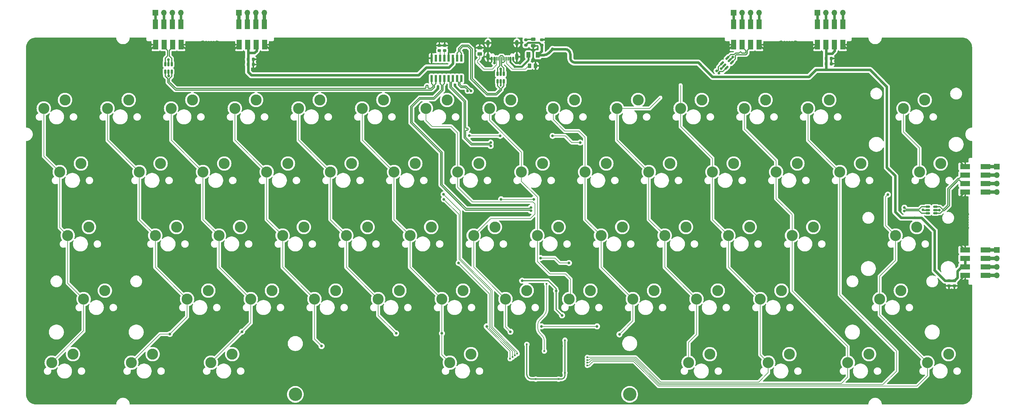
<source format=gtl>
G04 #@! TF.GenerationSoftware,KiCad,Pcbnew,8.0.4*
G04 #@! TF.CreationDate,2025-02-27T13:51:43-05:00*
G04 #@! TF.ProjectId,CustomKeyboard,43757374-6f6d-44b6-9579-626f6172642e,rev?*
G04 #@! TF.SameCoordinates,Original*
G04 #@! TF.FileFunction,Copper,L1,Top*
G04 #@! TF.FilePolarity,Positive*
%FSLAX46Y46*%
G04 Gerber Fmt 4.6, Leading zero omitted, Abs format (unit mm)*
G04 Created by KiCad (PCBNEW 8.0.4) date 2025-02-27 13:51:43*
%MOMM*%
%LPD*%
G01*
G04 APERTURE LIST*
G04 Aperture macros list*
%AMRoundRect*
0 Rectangle with rounded corners*
0 $1 Rounding radius*
0 $2 $3 $4 $5 $6 $7 $8 $9 X,Y pos of 4 corners*
0 Add a 4 corners polygon primitive as box body*
4,1,4,$2,$3,$4,$5,$6,$7,$8,$9,$2,$3,0*
0 Add four circle primitives for the rounded corners*
1,1,$1+$1,$2,$3*
1,1,$1+$1,$4,$5*
1,1,$1+$1,$6,$7*
1,1,$1+$1,$8,$9*
0 Add four rect primitives between the rounded corners*
20,1,$1+$1,$2,$3,$4,$5,0*
20,1,$1+$1,$4,$5,$6,$7,0*
20,1,$1+$1,$6,$7,$8,$9,0*
20,1,$1+$1,$8,$9,$2,$3,0*%
G04 Aperture macros list end*
G04 #@! TA.AperFunction,SMDPad,CuDef*
%ADD10R,3.000000X1.500000*%
G04 #@! TD*
G04 #@! TA.AperFunction,SMDPad,CuDef*
%ADD11R,1.500000X3.000000*%
G04 #@! TD*
G04 #@! TA.AperFunction,SMDPad,CuDef*
%ADD12RoundRect,0.150000X-0.150000X0.512500X-0.150000X-0.512500X0.150000X-0.512500X0.150000X0.512500X0*%
G04 #@! TD*
G04 #@! TA.AperFunction,SMDPad,CuDef*
%ADD13RoundRect,0.150000X0.512500X0.150000X-0.512500X0.150000X-0.512500X-0.150000X0.512500X-0.150000X0*%
G04 #@! TD*
G04 #@! TA.AperFunction,SMDPad,CuDef*
%ADD14RoundRect,0.150000X0.256326X0.468458X-0.468458X-0.256326X-0.256326X-0.468458X0.468458X0.256326X0*%
G04 #@! TD*
G04 #@! TA.AperFunction,SMDPad,CuDef*
%ADD15RoundRect,0.250000X-0.375000X-0.625000X0.375000X-0.625000X0.375000X0.625000X-0.375000X0.625000X0*%
G04 #@! TD*
G04 #@! TA.AperFunction,ComponentPad*
%ADD16O,1.700000X1.700000*%
G04 #@! TD*
G04 #@! TA.AperFunction,ComponentPad*
%ADD17R,1.700000X1.700000*%
G04 #@! TD*
G04 #@! TA.AperFunction,SMDPad,CuDef*
%ADD18RoundRect,0.225000X0.250000X-0.225000X0.250000X0.225000X-0.250000X0.225000X-0.250000X-0.225000X0*%
G04 #@! TD*
G04 #@! TA.AperFunction,SMDPad,CuDef*
%ADD19RoundRect,0.200000X-0.275000X0.200000X-0.275000X-0.200000X0.275000X-0.200000X0.275000X0.200000X0*%
G04 #@! TD*
G04 #@! TA.AperFunction,SMDPad,CuDef*
%ADD20R,0.660400X2.032000*%
G04 #@! TD*
G04 #@! TA.AperFunction,ComponentPad*
%ADD21O,1.000000X1.800000*%
G04 #@! TD*
G04 #@! TA.AperFunction,ComponentPad*
%ADD22O,1.000000X2.100000*%
G04 #@! TD*
G04 #@! TA.AperFunction,SMDPad,CuDef*
%ADD23RoundRect,0.150000X0.150000X0.425000X-0.150000X0.425000X-0.150000X-0.425000X0.150000X-0.425000X0*%
G04 #@! TD*
G04 #@! TA.AperFunction,SMDPad,CuDef*
%ADD24RoundRect,0.075000X0.075000X0.500000X-0.075000X0.500000X-0.075000X-0.500000X0.075000X-0.500000X0*%
G04 #@! TD*
G04 #@! TA.AperFunction,SMDPad,CuDef*
%ADD25RoundRect,0.250000X-0.450000X0.262500X-0.450000X-0.262500X0.450000X-0.262500X0.450000X0.262500X0*%
G04 #@! TD*
G04 #@! TA.AperFunction,SMDPad,CuDef*
%ADD26RoundRect,0.225000X-0.250000X0.225000X-0.250000X-0.225000X0.250000X-0.225000X0.250000X0.225000X0*%
G04 #@! TD*
G04 #@! TA.AperFunction,SMDPad,CuDef*
%ADD27RoundRect,0.225000X-0.225000X-0.250000X0.225000X-0.250000X0.225000X0.250000X-0.225000X0.250000X0*%
G04 #@! TD*
G04 #@! TA.AperFunction,SMDPad,CuDef*
%ADD28RoundRect,0.150000X0.150000X-0.512500X0.150000X0.512500X-0.150000X0.512500X-0.150000X-0.512500X0*%
G04 #@! TD*
G04 #@! TA.AperFunction,SMDPad,CuDef*
%ADD29RoundRect,0.243750X0.456250X-0.243750X0.456250X0.243750X-0.456250X0.243750X-0.456250X-0.243750X0*%
G04 #@! TD*
G04 #@! TA.AperFunction,ComponentPad*
%ADD30C,4.000000*%
G04 #@! TD*
G04 #@! TA.AperFunction,SMDPad,CuDef*
%ADD31RoundRect,0.250000X0.262500X0.450000X-0.262500X0.450000X-0.262500X-0.450000X0.262500X-0.450000X0*%
G04 #@! TD*
G04 #@! TA.AperFunction,ComponentPad*
%ADD32C,3.300000*%
G04 #@! TD*
G04 #@! TA.AperFunction,ViaPad*
%ADD33C,0.800000*%
G04 #@! TD*
G04 #@! TA.AperFunction,ViaPad*
%ADD34C,0.600000*%
G04 #@! TD*
G04 #@! TA.AperFunction,ViaPad*
%ADD35C,1.000000*%
G04 #@! TD*
G04 #@! TA.AperFunction,Conductor*
%ADD36C,0.800000*%
G04 #@! TD*
G04 #@! TA.AperFunction,Conductor*
%ADD37C,0.400000*%
G04 #@! TD*
G04 #@! TA.AperFunction,Conductor*
%ADD38C,0.300000*%
G04 #@! TD*
G04 #@! TA.AperFunction,Conductor*
%ADD39C,0.600000*%
G04 #@! TD*
G04 #@! TA.AperFunction,Conductor*
%ADD40C,0.200000*%
G04 #@! TD*
G04 #@! TA.AperFunction,Conductor*
%ADD41C,1.000000*%
G04 #@! TD*
G04 APERTURE END LIST*
D10*
X338500000Y-108690000D03*
X338500000Y-111229999D03*
X338500000Y-113770001D03*
X338500000Y-116310000D03*
X338500000Y-83690000D03*
X338500000Y-86229999D03*
X338500000Y-88770001D03*
X338500000Y-91310000D03*
D11*
X288189999Y-41000000D03*
X290729998Y-41000000D03*
X293270000Y-41000000D03*
X295809999Y-41000000D03*
X263189999Y-40999999D03*
X265729998Y-40999999D03*
X268270000Y-40999999D03*
X270809999Y-40999999D03*
D12*
X95062499Y-55237500D03*
X94112500Y-55237500D03*
X93162501Y-55237500D03*
X93162501Y-52962500D03*
X94112500Y-52962500D03*
X95062499Y-52962500D03*
D13*
X323487500Y-97662499D03*
X323487500Y-96712500D03*
X323487500Y-95762501D03*
X321212500Y-95762501D03*
X321212500Y-96712500D03*
X321212500Y-97662499D03*
D14*
X261017417Y-54076085D03*
X260345666Y-53404334D03*
X259673915Y-52732583D03*
X261282583Y-51123915D03*
X261954334Y-51795666D03*
X262626085Y-52467417D03*
D15*
X201800000Y-50200000D03*
X204600000Y-50200000D03*
D16*
X122819999Y-37600000D03*
X120279998Y-37600000D03*
X117739999Y-37600000D03*
D17*
X115199999Y-37600000D03*
D18*
X175150000Y-48925000D03*
X175150000Y-47375000D03*
D17*
X341900000Y-108700000D03*
D16*
X341900000Y-111240000D03*
X341900000Y-113780000D03*
X341900000Y-116320000D03*
D19*
X201000000Y-45675000D03*
X201000000Y-47325000D03*
D10*
X332400000Y-91310000D03*
X332400000Y-86230000D03*
X332400000Y-88770000D03*
X332400000Y-83690000D03*
D20*
X172804999Y-57323400D03*
X174075000Y-57323400D03*
X175345001Y-57323400D03*
X176615000Y-57323400D03*
X177885000Y-57323400D03*
X179154999Y-57323400D03*
X180425000Y-57323400D03*
X181695001Y-57323400D03*
X181695001Y-51176600D03*
X180425000Y-51176600D03*
X179154999Y-51176600D03*
X177885000Y-51176600D03*
X176615000Y-51176600D03*
X175345001Y-51176600D03*
X174075000Y-51176600D03*
X172804999Y-51176600D03*
D11*
X295810000Y-47100000D03*
X290730000Y-47100000D03*
X293270000Y-47100000D03*
X288190000Y-47100000D03*
D17*
X263199998Y-37600000D03*
D16*
X265739998Y-37600000D03*
X268279997Y-37600000D03*
X270819998Y-37600000D03*
D21*
X189680000Y-46625000D03*
D22*
X189680000Y-50805000D03*
D21*
X198320000Y-46625000D03*
D22*
X198320000Y-50805000D03*
D23*
X197200000Y-51380000D03*
X196400000Y-51380000D03*
D24*
X195750000Y-51380000D03*
X194750000Y-51380000D03*
X193250000Y-51380000D03*
X192250000Y-51380000D03*
D23*
X191600000Y-51380000D03*
X190800000Y-51380000D03*
X190800000Y-51380000D03*
X191600000Y-51380000D03*
D24*
X192750000Y-51379999D03*
X193750000Y-51380000D03*
X194250000Y-51380000D03*
X195250000Y-51379999D03*
D23*
X196400000Y-51380000D03*
X197200000Y-51380000D03*
D11*
X122910000Y-47100000D03*
X117830000Y-47100000D03*
X120370000Y-47100000D03*
X115290000Y-47100000D03*
D25*
X187200000Y-48087500D03*
X187200000Y-49912500D03*
D26*
X329200000Y-117900000D03*
X329200000Y-119450000D03*
D27*
X117925000Y-51500000D03*
X119475000Y-51500000D03*
D10*
X332400000Y-116310000D03*
X332400000Y-111230000D03*
X332400000Y-113770000D03*
X332400000Y-108690000D03*
D28*
X192550002Y-58137500D03*
X193500001Y-58137500D03*
X194450000Y-58137500D03*
X194450000Y-55862500D03*
X193500001Y-55862500D03*
X192550002Y-55862500D03*
D29*
X203250000Y-47437501D03*
X203250000Y-45562499D03*
D26*
X205750000Y-45725000D03*
X205750000Y-47275000D03*
D16*
X295819998Y-37600000D03*
X293279997Y-37600000D03*
X290739998Y-37600000D03*
D17*
X288199998Y-37600000D03*
D27*
X290850000Y-51250000D03*
X292400000Y-51250000D03*
D11*
X97910000Y-47100000D03*
X92830000Y-47100000D03*
X95370000Y-47100000D03*
X90290000Y-47100000D03*
D18*
X176750000Y-48925000D03*
X176750000Y-47375000D03*
D30*
X232068750Y-151984999D03*
X132056250Y-151984999D03*
D26*
X327600000Y-117900000D03*
X327600000Y-119450000D03*
D27*
X117925000Y-53100000D03*
X119475000Y-53100000D03*
D17*
X341900000Y-83700000D03*
D16*
X341900000Y-86240000D03*
X341900000Y-88780000D03*
X341900000Y-91320000D03*
D27*
X290850000Y-52850000D03*
X292400000Y-52850000D03*
D11*
X270810000Y-47100000D03*
X265730000Y-47100000D03*
X268270000Y-47100000D03*
X263190000Y-47100000D03*
D17*
X90199999Y-37600000D03*
D16*
X92739999Y-37600000D03*
X95279998Y-37600000D03*
X97819999Y-37600000D03*
D31*
X203912500Y-53500000D03*
X202087500Y-53500000D03*
D32*
X125071250Y-120870000D03*
X118721250Y-123410000D03*
X272708750Y-63720000D03*
X266358750Y-66260000D03*
X301283750Y-82770000D03*
X294933750Y-85310000D03*
X184602500Y-139920000D03*
X178252500Y-142460000D03*
X144121250Y-120870000D03*
X137771250Y-123410000D03*
X225083750Y-82770000D03*
X218733750Y-85310000D03*
X191746250Y-101820000D03*
X185396250Y-104360000D03*
X258421250Y-120870000D03*
X252071250Y-123410000D03*
X320333750Y-63720000D03*
X313983750Y-66260000D03*
X167933750Y-82770000D03*
X161583750Y-85310000D03*
X129833750Y-82770000D03*
X123483750Y-85310000D03*
X186983750Y-82770000D03*
X180633750Y-85310000D03*
X286996250Y-101820000D03*
X280646250Y-104360000D03*
X172696250Y-101820000D03*
X166346250Y-104360000D03*
X96496250Y-101820000D03*
X90146250Y-104360000D03*
X120308750Y-63720000D03*
X113958750Y-66260000D03*
X82208750Y-63720000D03*
X75858750Y-66260000D03*
X277471250Y-120870000D03*
X271121250Y-123410000D03*
X206033750Y-82770000D03*
X199683750Y-85310000D03*
X158408750Y-63720000D03*
X152058750Y-66260000D03*
X325096250Y-82770000D03*
X318746250Y-85310000D03*
X65540000Y-139920000D03*
X59190000Y-142460000D03*
X101258750Y-63720000D03*
X94908750Y-66260000D03*
X279852500Y-139920000D03*
X273502500Y-142460000D03*
X303665000Y-139920000D03*
X297315000Y-142460000D03*
X291758750Y-63720000D03*
X285408750Y-66260000D03*
X196508750Y-63720000D03*
X190158750Y-66260000D03*
X75065000Y-120870000D03*
X68715000Y-123410000D03*
X113165000Y-139920000D03*
X106815000Y-142460000D03*
X263183750Y-82770000D03*
X256833750Y-85310000D03*
X89352500Y-139920000D03*
X83002500Y-142460000D03*
X267946250Y-101820000D03*
X261596250Y-104360000D03*
X91733750Y-82770000D03*
X85383750Y-85310000D03*
X248896250Y-101820000D03*
X242546250Y-104360000D03*
X282233750Y-82770000D03*
X275883750Y-85310000D03*
X215558750Y-63720000D03*
X209208750Y-66260000D03*
X317952500Y-101820000D03*
X311602500Y-104360000D03*
X153646250Y-101820000D03*
X147296250Y-104360000D03*
X182221250Y-120870000D03*
X175871250Y-123410000D03*
X220321250Y-120870000D03*
X213971250Y-123410000D03*
X70302500Y-101820000D03*
X63952500Y-104360000D03*
X210796250Y-101820000D03*
X204446250Y-104360000D03*
X115546250Y-101820000D03*
X109196250Y-104360000D03*
X253658750Y-63720000D03*
X247308750Y-66260000D03*
X234608750Y-63720000D03*
X228258750Y-66260000D03*
X67921250Y-82770000D03*
X61571250Y-85310000D03*
X327477500Y-139920000D03*
X321127500Y-142460000D03*
X106021250Y-120870000D03*
X99671250Y-123410000D03*
X110783750Y-82770000D03*
X104433750Y-85310000D03*
X177458750Y-63720000D03*
X171108750Y-66260000D03*
X201271250Y-120870000D03*
X194921250Y-123410000D03*
X134596250Y-101820000D03*
X128246250Y-104360000D03*
X244133750Y-82770000D03*
X237783750Y-85310000D03*
X139358750Y-63720000D03*
X133008750Y-66260000D03*
X163171250Y-120870000D03*
X156821250Y-123410000D03*
X256040000Y-139920000D03*
X249690000Y-142460000D03*
X148883750Y-82770000D03*
X142533750Y-85310000D03*
X63158750Y-63720000D03*
X56808750Y-66260000D03*
X229846250Y-101820000D03*
X223496250Y-104360000D03*
X313190000Y-120870000D03*
X306840000Y-123410000D03*
X239371250Y-120870000D03*
X233021250Y-123410000D03*
D11*
X115189998Y-41000000D03*
X120269999Y-41000000D03*
X117729997Y-41000000D03*
X122809998Y-41000000D03*
X90189998Y-40999999D03*
X95269999Y-40999999D03*
X92729997Y-40999999D03*
X97809998Y-40999999D03*
D33*
X183200000Y-52500000D03*
X324687500Y-96712500D03*
X319800000Y-96700000D03*
X118900000Y-56300000D03*
X94150000Y-56500000D03*
X94100000Y-51600000D03*
X262900000Y-50850000D03*
X254850000Y-54800000D03*
X259400000Y-54350000D03*
X258050000Y-55000000D03*
X258750000Y-55700000D03*
X317350000Y-99000000D03*
X188500000Y-55800000D03*
X202100000Y-112800000D03*
D34*
X206100000Y-149050000D03*
D33*
X332400000Y-107300000D03*
X186300000Y-62600000D03*
D34*
X205100000Y-149050000D03*
D33*
X169000000Y-53700000D03*
D34*
X209800000Y-149050000D03*
X214400000Y-144400000D03*
D33*
X151100000Y-136500000D03*
X199250000Y-52750000D03*
X113100000Y-54650000D03*
X187800000Y-91300000D03*
X203500000Y-51750000D03*
D34*
X207100000Y-149050000D03*
X193500000Y-59400000D03*
D33*
X297200000Y-47100000D03*
X113900000Y-47100000D03*
D34*
X199600000Y-137900000D03*
D33*
X178200000Y-72700000D03*
X183600000Y-99000000D03*
X246700000Y-56700000D03*
X272200000Y-47100000D03*
X224000000Y-63500000D03*
X188500000Y-52750000D03*
X201600000Y-55250000D03*
X220250000Y-66250000D03*
X88900000Y-47100000D03*
X263500000Y-54950000D03*
D34*
X213250000Y-118650000D03*
X209900000Y-143900000D03*
D33*
X332400000Y-82300000D03*
X332400000Y-92700000D03*
D34*
X204150000Y-139400000D03*
X206300000Y-144500000D03*
X211850000Y-137470000D03*
D33*
X322850000Y-99400000D03*
X286800000Y-47100000D03*
X194450000Y-79000000D03*
D34*
X212100000Y-119750000D03*
X209250000Y-138700000D03*
D33*
X261800000Y-47100000D03*
X124300000Y-47100000D03*
X227300000Y-110800000D03*
X208500000Y-46250000D03*
D34*
X210850000Y-137470000D03*
D33*
X332400000Y-117700000D03*
D34*
X199600000Y-138900000D03*
D33*
X101000000Y-133800000D03*
X262250000Y-59250000D03*
X99300000Y-47100000D03*
X217250000Y-76500000D03*
X193300000Y-74500000D03*
X184100000Y-74400000D03*
X176400000Y-92000000D03*
X209000000Y-74500000D03*
D34*
X198400000Y-139800000D03*
D33*
X176500000Y-93500000D03*
X203400000Y-93500000D03*
X193600000Y-93500000D03*
D34*
X197700000Y-140300000D03*
D33*
X205400000Y-111100000D03*
X213900000Y-112600000D03*
X180900000Y-112600000D03*
D34*
X197000000Y-140800000D03*
D33*
X189300000Y-131600000D03*
X205700000Y-131600000D03*
X222300000Y-131600000D03*
D34*
X196300000Y-141300000D03*
D33*
X94500000Y-133900000D03*
X116100000Y-133200000D03*
X139900000Y-137500000D03*
X162200000Y-133700000D03*
X175900000Y-133700000D03*
X196400000Y-133200000D03*
X229000000Y-134000000D03*
D34*
X219400000Y-140900000D03*
X219400000Y-141700000D03*
X219400000Y-142500000D03*
X219400000Y-143300000D03*
D33*
X309300000Y-92100000D03*
D35*
X209000000Y-48500000D03*
D33*
X178000000Y-54000000D03*
X323300000Y-114800000D03*
X184550003Y-61000000D03*
X183600000Y-61000000D03*
X190500000Y-76500000D03*
X190500000Y-77500000D03*
X202500000Y-96944192D03*
X314250000Y-97000000D03*
X202500000Y-95994189D03*
X314250000Y-96000000D03*
X197698584Y-53698584D03*
X193500000Y-54450000D03*
X191600000Y-52600000D03*
D34*
X212700000Y-145500000D03*
X204000000Y-147400000D03*
X201300000Y-137000000D03*
D33*
X210062501Y-120950000D03*
D34*
X212700000Y-135750000D03*
D33*
X211837312Y-128300000D03*
X199900000Y-117900000D03*
D34*
X210800000Y-147400000D03*
X206550000Y-139000000D03*
X207200000Y-118850000D03*
D36*
X295820000Y-40995000D02*
X295820000Y-37605000D01*
X290739999Y-40995000D02*
X290739999Y-37605001D01*
X288200000Y-40995000D02*
X288200000Y-37605000D01*
X293280001Y-40995000D02*
X293280001Y-37604998D01*
X268270000Y-40999999D02*
X268270000Y-37609997D01*
X268270000Y-37609997D02*
X268279997Y-37600000D01*
X265729998Y-37610000D02*
X265739998Y-37600000D01*
X265729998Y-40999999D02*
X265729998Y-37610000D01*
X270809999Y-40999999D02*
X270809999Y-37609999D01*
X263189999Y-40999999D02*
X263189999Y-37609999D01*
X90199999Y-37600000D02*
X90199999Y-40989998D01*
X90199999Y-40989998D02*
X90189998Y-40999999D01*
X92729997Y-37610002D02*
X92739999Y-37600000D01*
X92729997Y-40999999D02*
X92729997Y-37610002D01*
X95269999Y-37609999D02*
X95279998Y-37600000D01*
X95269999Y-40999999D02*
X95269999Y-37609999D01*
X97809998Y-37610001D02*
X97819999Y-37600000D01*
X97809998Y-40999999D02*
X97809998Y-37610001D01*
D37*
X324687500Y-96712500D02*
X323487500Y-96712500D01*
D38*
X324975001Y-97662499D02*
X323487500Y-97662499D01*
X327725000Y-90493200D02*
X327725000Y-95393200D01*
X327725000Y-95393200D02*
X326180700Y-96937500D01*
X330493200Y-87725000D02*
X327725000Y-90493200D01*
X326180700Y-96937500D02*
X325700000Y-96937500D01*
X325700000Y-96937500D02*
X324975001Y-97662499D01*
X330605000Y-87725000D02*
X330493200Y-87725000D01*
X332400000Y-88770000D02*
X331650000Y-88770000D01*
X331650000Y-88770000D02*
X330605000Y-87725000D01*
X324925001Y-95762501D02*
X323487500Y-95762501D01*
X327275000Y-90306800D02*
X327275000Y-95206800D01*
X327275000Y-95206800D02*
X325994300Y-96487500D01*
X330306800Y-87275000D02*
X327275000Y-90306800D01*
X325650000Y-96487500D02*
X324925001Y-95762501D01*
X330605000Y-87275000D02*
X330306800Y-87275000D01*
X331650000Y-86230000D02*
X330605000Y-87275000D01*
X332400000Y-86230000D02*
X331650000Y-86230000D01*
X325994300Y-96487500D02*
X325650000Y-96487500D01*
D37*
X319787500Y-96712500D02*
X319712500Y-96712500D01*
X319800000Y-96700000D02*
X319787500Y-96712500D01*
X319812500Y-96712500D02*
X319800000Y-96700000D01*
X321212500Y-96712500D02*
X319812500Y-96712500D01*
D38*
X319362499Y-97662499D02*
X318637500Y-96937500D01*
X321212500Y-97662499D02*
X319362499Y-97662499D01*
X318637500Y-96937500D02*
X314312500Y-96937500D01*
X314312500Y-96937500D02*
X314250000Y-97000000D01*
X318628125Y-96487500D02*
X314737500Y-96487500D01*
X314737500Y-96487500D02*
X314250000Y-96000000D01*
X319353124Y-95762501D02*
X318628125Y-96487500D01*
X321212500Y-95762501D02*
X319353124Y-95762501D01*
D36*
X323300000Y-102950000D02*
X323300000Y-114800000D01*
X319350000Y-99000000D02*
X323300000Y-102950000D01*
X317350000Y-99000000D02*
X319350000Y-99000000D01*
X303950000Y-54700000D02*
X290900000Y-54700000D01*
X309000000Y-59750000D02*
X303950000Y-54700000D01*
X311500000Y-86450000D02*
X309000000Y-83950000D01*
X311500000Y-97250000D02*
X311500000Y-86450000D01*
X317350000Y-99000000D02*
X313250000Y-99000000D01*
X309000000Y-83950000D02*
X309000000Y-59750000D01*
X313250000Y-99000000D02*
X311500000Y-97250000D01*
X171250000Y-54000000D02*
X168950000Y-56300000D01*
X168950000Y-56300000D02*
X118900000Y-56300000D01*
X178000000Y-54000000D02*
X171250000Y-54000000D01*
D37*
X94112500Y-56462500D02*
X94150000Y-56500000D01*
X94112500Y-55237500D02*
X94112500Y-56462500D01*
D38*
X174075000Y-58847401D02*
X174075000Y-57323400D01*
X172843200Y-60725000D02*
X173664999Y-59903201D01*
X93887500Y-58455700D02*
X96156800Y-60725000D01*
X173664999Y-59903201D02*
X173664999Y-59257402D01*
X173664999Y-59257402D02*
X174075000Y-58847401D01*
X96156800Y-60725000D02*
X172843200Y-60725000D01*
X93162501Y-56573162D02*
X93887500Y-57298161D01*
X93887500Y-57298161D02*
X93887500Y-58455700D01*
X93162501Y-55237500D02*
X93162501Y-56573162D01*
X96343200Y-60275000D02*
X167140440Y-60275000D01*
X94337500Y-58269300D02*
X96343200Y-60275000D01*
X95062499Y-56648162D02*
X94337500Y-57373161D01*
X95062499Y-55237500D02*
X95062499Y-56648162D01*
X94337500Y-57373161D02*
X94337500Y-58269300D01*
D37*
X94112500Y-51587500D02*
X94112500Y-51537500D01*
X94100000Y-51600000D02*
X94112500Y-51587500D01*
X94112500Y-51612500D02*
X94100000Y-51600000D01*
X94112500Y-52962500D02*
X94112500Y-51612500D01*
D38*
X93162501Y-51187499D02*
X93162501Y-52962500D01*
X93850000Y-50500000D02*
X93162501Y-51187499D01*
X93850000Y-48870000D02*
X93850000Y-50500000D01*
X92830000Y-47850000D02*
X93850000Y-48870000D01*
X92830000Y-47100000D02*
X92830000Y-47850000D01*
X183501941Y-72783621D02*
X183203000Y-72783621D01*
X182975000Y-74906800D02*
X184843199Y-76774999D01*
X183729941Y-72441621D02*
X183729941Y-72555621D01*
X179154999Y-58009200D02*
X178744999Y-58419200D01*
X184843199Y-76774999D02*
X190225001Y-76774999D01*
X190225001Y-76774999D02*
X190500000Y-76500000D01*
X182975000Y-73125621D02*
X182975000Y-73753845D01*
X182975000Y-73753845D02*
X182975000Y-74906800D01*
X182975000Y-64056800D02*
X182975000Y-71985621D01*
X179154999Y-57323400D02*
X179154999Y-58009200D01*
X182975000Y-73011621D02*
X182975000Y-73125621D01*
X178744999Y-59826799D02*
X182975000Y-64056800D01*
X178744999Y-58419200D02*
X178744999Y-59826799D01*
X183203000Y-72213621D02*
X183501941Y-72213621D01*
X183501941Y-72213621D02*
G75*
G02*
X183729879Y-72441621I-41J-227979D01*
G01*
X183203000Y-72783621D02*
G75*
G03*
X182975021Y-73011621I0J-227979D01*
G01*
X183729941Y-72555621D02*
G75*
G02*
X183501941Y-72783641I-228041J21D01*
G01*
X182975000Y-71985621D02*
G75*
G03*
X183203000Y-72213600I228000J21D01*
G01*
X266660733Y-49700000D02*
X265677594Y-49700000D01*
X263331802Y-50100000D02*
X262306498Y-50100000D01*
X264751050Y-49700000D02*
X264477594Y-49700000D01*
X263731802Y-49700000D02*
X263331802Y-50100000D01*
X266775000Y-49585733D02*
X266660733Y-49700000D01*
X264452989Y-49700000D02*
X263731802Y-49700000D01*
X265351050Y-49373456D02*
X265077594Y-49373456D01*
X262306498Y-50100000D02*
X261282583Y-51123915D01*
X265730000Y-47850000D02*
X266775000Y-48895000D01*
X264477594Y-49700000D02*
X264452989Y-49700000D01*
X266775000Y-48895000D02*
X266775000Y-49585733D01*
X265730000Y-47100000D02*
X265730000Y-47850000D01*
X265514322Y-49536728D02*
G75*
G03*
X265351050Y-49373478I-163222J28D01*
G01*
X265677594Y-49700000D02*
G75*
G02*
X265514300Y-49536728I6J163300D01*
G01*
X265077594Y-49373456D02*
G75*
G03*
X264914356Y-49536728I6J-163244D01*
G01*
X264914322Y-49536728D02*
G75*
G02*
X264751050Y-49699922I-163222J28D01*
G01*
D37*
X261954334Y-51795666D02*
X262900000Y-50850000D01*
D38*
X263650000Y-50418198D02*
X263650000Y-51443502D01*
X266847133Y-50150000D02*
X263918198Y-50150000D01*
X263918198Y-50150000D02*
X263650000Y-50418198D01*
X267225000Y-48895000D02*
X267225000Y-49772133D01*
X268270000Y-47850000D02*
X267225000Y-48895000D01*
X267225000Y-49772133D02*
X266847133Y-50150000D01*
X268270000Y-47100000D02*
X268270000Y-47850000D01*
X263650000Y-51443502D02*
X262626085Y-52467417D01*
D36*
X254850000Y-54800000D02*
X256850000Y-56800000D01*
D37*
X259400000Y-54350000D02*
X260345666Y-53404334D01*
D38*
X259943502Y-55150000D02*
X261017417Y-54076085D01*
X258950000Y-55150000D02*
X259943502Y-55150000D01*
X258750000Y-55350000D02*
X258950000Y-55150000D01*
X258750000Y-55700000D02*
X258750000Y-55350000D01*
X258600000Y-53806498D02*
X259673915Y-52732583D01*
X258600000Y-54800000D02*
X258600000Y-53806498D01*
X258400000Y-55000000D02*
X258600000Y-54800000D01*
X258050000Y-55000000D02*
X258400000Y-55000000D01*
D36*
X252550000Y-52500000D02*
X254850000Y-54800000D01*
X215699994Y-52500000D02*
X252550000Y-52500000D01*
X214300000Y-50046821D02*
X214300000Y-51100000D01*
X209000000Y-48500000D02*
X212753179Y-48500000D01*
X285700000Y-56800000D02*
X287800000Y-54700000D01*
X287800000Y-54700000D02*
X290900000Y-54700000D01*
X214300000Y-51100000D02*
G75*
G03*
X215699994Y-52500000I1400000J0D01*
G01*
X212753179Y-48500000D02*
G75*
G02*
X214300000Y-50046821I21J-1546800D01*
G01*
X256850000Y-56800000D02*
X285700000Y-56800000D01*
D38*
X332400000Y-88870001D02*
X331650000Y-88870001D01*
X332400000Y-86329999D02*
X331650000Y-86329999D01*
X181285000Y-58419201D02*
X181695001Y-58009200D01*
X181285000Y-59066800D02*
X181285000Y-58419201D01*
X181793200Y-59575000D02*
X181285000Y-59066800D01*
X183125003Y-59575000D02*
X181793200Y-59575000D01*
X184300000Y-60749997D02*
X184300000Y-60710050D01*
X180425000Y-58009200D02*
X180425000Y-57323400D01*
X184300000Y-60710050D02*
X183889950Y-60300000D01*
X180835001Y-58419201D02*
X180425000Y-58009200D01*
X183889950Y-60300000D02*
X183850003Y-60300000D01*
X181695001Y-58009200D02*
X181695001Y-57323400D01*
X183850003Y-60300000D02*
X183125003Y-59575000D01*
X184550003Y-61000000D02*
X184300000Y-60749997D01*
X180835001Y-59253201D02*
X180835001Y-58419201D01*
D39*
X201800000Y-51700000D02*
X201800000Y-50200000D01*
X199801416Y-53698584D02*
X201800000Y-51700000D01*
D36*
X205750000Y-49050000D02*
X204600000Y-50200000D01*
X205750000Y-47449999D02*
X205750000Y-49050000D01*
X204650000Y-50250000D02*
X204600000Y-50200000D01*
X206472183Y-50250000D02*
X204650000Y-50250000D01*
X209000000Y-48500000D02*
X207800000Y-49700000D01*
X207800000Y-49700000D02*
G75*
G02*
X206472183Y-50249993I-1327800J1327800D01*
G01*
D37*
X204600000Y-50200000D02*
X204650000Y-50200000D01*
D40*
X176615000Y-49060000D02*
X176750000Y-48925000D01*
X176615000Y-51176600D02*
X176615000Y-49060000D01*
X175345001Y-49120001D02*
X175150000Y-48925000D01*
X175345001Y-51176600D02*
X175345001Y-49120001D01*
D37*
X332400000Y-117700000D02*
X332400000Y-116420000D01*
X272200000Y-47100000D02*
X270810000Y-47100000D01*
X188500000Y-52750000D02*
X190250000Y-52750000D01*
X261800000Y-47100000D02*
X263190000Y-47100000D01*
X198000000Y-52750000D02*
X199250000Y-52750000D01*
X193500001Y-58137500D02*
X193500000Y-59400000D01*
X99300000Y-47100000D02*
X97990000Y-47100000D01*
X297200000Y-47100000D02*
X295810000Y-47100000D01*
X205750000Y-45550001D02*
X207300001Y-45550001D01*
X113900000Y-47100000D02*
X115390000Y-47100000D01*
X286800000Y-47100000D02*
X288190000Y-47100000D01*
X207300001Y-45550001D02*
X207500000Y-45750000D01*
X332400000Y-83790000D02*
X332400000Y-82300000D01*
X203250000Y-47437501D02*
X203250000Y-51500000D01*
X190250000Y-52750000D02*
X190800000Y-52200000D01*
X332400000Y-92700000D02*
X332400000Y-91410000D01*
X197200000Y-51950000D02*
X197500000Y-52250000D01*
X197200000Y-51380000D02*
X197200000Y-51950000D01*
X88900000Y-47100000D02*
X90390000Y-47100000D01*
X203250000Y-51500000D02*
X203500000Y-51750000D01*
X332400000Y-107300000D02*
X332400000Y-108779999D01*
X124300000Y-47100000D02*
X122990000Y-47100000D01*
X190800000Y-52200000D02*
X190800000Y-51380000D01*
X197500000Y-52250000D02*
X198000000Y-52750000D01*
X193500000Y-59400000D02*
X193500001Y-59399998D01*
D40*
X212750000Y-74500000D02*
X209000000Y-74500000D01*
X193300000Y-74500000D02*
X184200000Y-74500000D01*
X198400000Y-139300000D02*
X190900000Y-131800000D01*
X217250000Y-76500000D02*
X214750000Y-76500000D01*
X190900000Y-131800000D02*
X190900000Y-120800000D01*
X214750000Y-76500000D02*
X212750000Y-74500000D01*
X190900000Y-120800000D02*
X181400000Y-111300000D01*
X184200000Y-74500000D02*
X184100000Y-74400000D01*
X181400000Y-97000000D02*
X176400000Y-92000000D01*
X181400000Y-111300000D02*
X181400000Y-97000000D01*
X198400000Y-139800000D02*
X198400000Y-139300000D01*
X197700000Y-140300000D02*
X197700000Y-139200000D01*
X197700000Y-139200000D02*
X190500000Y-132000000D01*
X181000000Y-111500000D02*
X181000000Y-98000000D01*
X190500000Y-121000000D02*
X181000000Y-111500000D01*
X190500000Y-132000000D02*
X190500000Y-121000000D01*
X203400000Y-93500000D02*
X193600000Y-93500000D01*
X181000000Y-98000000D02*
X176500000Y-93500000D01*
X209700000Y-111100000D02*
X205400000Y-111100000D01*
X211200000Y-112600000D02*
X209700000Y-111100000D01*
X197000000Y-140800000D02*
X197000000Y-139100000D01*
X197000000Y-139100000D02*
X190100000Y-132200000D01*
X190100000Y-132200000D02*
X190100000Y-121800000D01*
X190100000Y-121800000D02*
X180900000Y-112600000D01*
X213900000Y-112600000D02*
X211200000Y-112600000D01*
X189300000Y-132000000D02*
X189300000Y-131600000D01*
X196300000Y-139000000D02*
X189300000Y-132000000D01*
X205700000Y-131600000D02*
X222300000Y-131600000D01*
X196300000Y-141300000D02*
X196300000Y-139000000D01*
D38*
X193750000Y-51380000D02*
X193750000Y-52500000D01*
X194308120Y-52500000D02*
X193750000Y-52500000D01*
X194450000Y-55862500D02*
X194450000Y-54156249D01*
X194750000Y-52058120D02*
X194308120Y-52500000D01*
X193750000Y-52500000D02*
X193750000Y-53456249D01*
X194750000Y-51380000D02*
X194750000Y-52058120D01*
X193750000Y-53456249D02*
X194450000Y-54156249D01*
X193250000Y-51380000D02*
X193250000Y-50701880D01*
X193250000Y-50701880D02*
X193496880Y-50455000D01*
X193250000Y-51380000D02*
X193250000Y-53456251D01*
X194250000Y-50701880D02*
X194250000Y-51380000D01*
X192550002Y-55862500D02*
X192550002Y-54156249D01*
X193496880Y-50455000D02*
X194003120Y-50455000D01*
X194003120Y-50455000D02*
X194250000Y-50701880D01*
X193250000Y-53456251D02*
X192550002Y-54156249D01*
D40*
X56808750Y-80547500D02*
X61571250Y-85310000D01*
X56808750Y-66260000D02*
X56808750Y-80547500D01*
X63952500Y-104360000D02*
X63952500Y-118647500D01*
X68715000Y-123410000D02*
X68715000Y-132935000D01*
X61571250Y-85310000D02*
X61571250Y-101978750D01*
X68715000Y-132935000D02*
X59190000Y-142460000D01*
X61571250Y-101978750D02*
X63952500Y-104360000D01*
X63952500Y-118647500D02*
X68715000Y-123410000D01*
X90146250Y-113885000D02*
X90146250Y-104360000D01*
X85383750Y-99597500D02*
X90146250Y-104360000D01*
X83002500Y-142460000D02*
X91562500Y-133900000D01*
X91562500Y-133900000D02*
X94500000Y-133900000D01*
X85383750Y-85310000D02*
X85383750Y-99597500D01*
X75858750Y-66260000D02*
X75858750Y-75785000D01*
X99671250Y-128728750D02*
X99671250Y-123410000D01*
X75858750Y-75785000D02*
X85383750Y-85310000D01*
X94500000Y-133900000D02*
X99671250Y-128728750D01*
X99671250Y-123410000D02*
X90146250Y-113885000D01*
X109196250Y-113885000D02*
X118721250Y-123410000D01*
X109196250Y-104360000D02*
X109196250Y-113885000D01*
X118721250Y-123410000D02*
X118721250Y-130553750D01*
X104433750Y-99597500D02*
X109196250Y-104360000D01*
X94908750Y-75785000D02*
X104433750Y-85310000D01*
X118721250Y-130553750D02*
X106815000Y-142460000D01*
X94908750Y-66260000D02*
X94908750Y-75785000D01*
X104433750Y-85310000D02*
X104433750Y-99597500D01*
X137771250Y-123410000D02*
X137771250Y-135371250D01*
X137771250Y-135371250D02*
X139900000Y-137500000D01*
X123483750Y-85310000D02*
X123483750Y-99597500D01*
X113958750Y-66260000D02*
X113958750Y-75785000D01*
X128246250Y-104360000D02*
X128246250Y-113885000D01*
X128246250Y-113885000D02*
X137771250Y-123410000D01*
X113958750Y-75785000D02*
X123483750Y-85310000D01*
X123483750Y-99597500D02*
X128246250Y-104360000D01*
X142533750Y-99597500D02*
X147296250Y-104360000D01*
X133008750Y-75785000D02*
X142533750Y-85310000D01*
X142533750Y-85310000D02*
X142533750Y-99597500D01*
X147296250Y-104360000D02*
X147296250Y-113885000D01*
X147296250Y-113885000D02*
X156821250Y-123410000D01*
X133008750Y-66260000D02*
X133008750Y-75785000D01*
X162200000Y-133700000D02*
X156821250Y-128321250D01*
X156821250Y-128321250D02*
X156821250Y-123410000D01*
X152058750Y-75785000D02*
X161583750Y-85310000D01*
X161583750Y-85310000D02*
X161583750Y-99597500D01*
X175871250Y-133671250D02*
X175900000Y-133700000D01*
X152058750Y-66260000D02*
X152058750Y-75785000D01*
X175871250Y-133728750D02*
X175871250Y-140078750D01*
X175900000Y-133700000D02*
X175871250Y-133728750D01*
X175871250Y-123410000D02*
X175871250Y-133671250D01*
X166346250Y-113885000D02*
X166346250Y-104360000D01*
X175871250Y-123410000D02*
X166346250Y-113885000D01*
X175871250Y-140078750D02*
X178252500Y-142460000D01*
X161583750Y-99597500D02*
X166346250Y-104360000D01*
X171108750Y-69808750D02*
X171108750Y-66260000D01*
X202350000Y-99250000D02*
X190506250Y-99250000D01*
X172950000Y-71650000D02*
X171108750Y-69808750D01*
X180633750Y-73633750D02*
X178650000Y-71650000D01*
X194921250Y-131721250D02*
X194921250Y-123410000D01*
X178650000Y-71650000D02*
X172950000Y-71650000D01*
X190506250Y-99250000D02*
X185396250Y-104360000D01*
X180633750Y-85310000D02*
X180633750Y-89883750D01*
X203700000Y-97900000D02*
X202350000Y-99250000D01*
X185396250Y-104360000D02*
X185396250Y-113885000D01*
X180633750Y-89883750D02*
X185050000Y-94300000D01*
X203100000Y-94300000D02*
X203700000Y-94900000D01*
X203700000Y-94900000D02*
X203700000Y-97900000D01*
X180633750Y-85310000D02*
X180633750Y-73633750D01*
X185050000Y-94300000D02*
X203100000Y-94300000D01*
X196400000Y-133200000D02*
X194921250Y-131721250D01*
X185396250Y-113885000D02*
X194921250Y-123410000D01*
X212850000Y-115900000D02*
X214400000Y-117450000D01*
X204446250Y-104360000D02*
X204446250Y-112146250D01*
X208200000Y-115900000D02*
X212850000Y-115900000D01*
X199683750Y-88083750D02*
X199683750Y-85310000D01*
X214400000Y-122981250D02*
X213971250Y-123410000D01*
X204446250Y-92846250D02*
X199683750Y-88083750D01*
X190158750Y-69858750D02*
X199683750Y-79383750D01*
X190158750Y-66260000D02*
X190158750Y-69858750D01*
X199683750Y-79383750D02*
X199683750Y-85310000D01*
X204446250Y-112146250D02*
X208200000Y-115900000D01*
X214400000Y-117450000D02*
X214400000Y-122981250D01*
X204446250Y-104360000D02*
X204446250Y-92846250D01*
X216850000Y-73050000D02*
X218733750Y-74933750D01*
X218733750Y-85310000D02*
X218733750Y-99597500D01*
X209208750Y-66260000D02*
X209208750Y-69608750D01*
X233021250Y-129978750D02*
X233021250Y-123410000D01*
X223496250Y-113885000D02*
X233021250Y-123410000D01*
X212650000Y-73050000D02*
X216850000Y-73050000D01*
X223496250Y-104360000D02*
X223496250Y-113885000D01*
X218733750Y-74933750D02*
X218733750Y-85310000D01*
X209208750Y-69608750D02*
X212650000Y-73050000D01*
X218733750Y-99597500D02*
X223496250Y-104360000D01*
X229000000Y-134000000D02*
X233021250Y-129978750D01*
X228258750Y-75785000D02*
X228258750Y-66260000D01*
X242546250Y-104360000D02*
X237783750Y-99597500D01*
X237783750Y-85310000D02*
X228258750Y-75785000D01*
X238040000Y-66260000D02*
X228258750Y-66260000D01*
X252071250Y-123410000D02*
X242546250Y-113885000D01*
X249690000Y-142460000D02*
X249690000Y-136410000D01*
X249690000Y-136410000D02*
X252071250Y-134028750D01*
X242546250Y-113885000D02*
X242546250Y-104360000D01*
X241250000Y-63050000D02*
X238040000Y-66260000D01*
X252071250Y-134028750D02*
X252071250Y-123410000D01*
X237783750Y-99597500D02*
X237783750Y-85310000D01*
X219400000Y-140900000D02*
X233900000Y-140900000D01*
X256833750Y-81233750D02*
X256833750Y-85310000D01*
X256833750Y-99597500D02*
X261596250Y-104360000D01*
X247308750Y-71708750D02*
X256833750Y-81233750D01*
X271121250Y-123410000D02*
X271121250Y-140078750D01*
X261596250Y-113885000D02*
X271121250Y-123410000D01*
X270670568Y-148300000D02*
X273502500Y-145468068D01*
X247308750Y-66260000D02*
X247308750Y-71708750D01*
X273502500Y-145468068D02*
X273502500Y-142460000D01*
X233900000Y-140900000D02*
X241300000Y-148300000D01*
X261596250Y-104360000D02*
X261596250Y-113885000D01*
X271121250Y-140078750D02*
X273502500Y-142460000D01*
X256833750Y-85310000D02*
X256833750Y-99597500D01*
X247308750Y-66260000D02*
X247308750Y-59308750D01*
X241300000Y-148300000D02*
X270670568Y-148300000D01*
X280646250Y-98096250D02*
X275883750Y-93333750D01*
X275883750Y-85310000D02*
X275883750Y-81933750D01*
X297315000Y-142460000D02*
X297315000Y-137665000D01*
X266358750Y-72408750D02*
X266358750Y-66260000D01*
X297315000Y-146785000D02*
X297315000Y-142460000D01*
X219400000Y-141700000D02*
X219900000Y-141700000D01*
X295400000Y-148700000D02*
X297315000Y-146785000D01*
X280646250Y-104360000D02*
X280646250Y-98096250D01*
X297315000Y-137665000D02*
X280646250Y-120996250D01*
X220300000Y-141300000D02*
X233700000Y-141300000D01*
X241100000Y-148700000D02*
X295400000Y-148700000D01*
X280646250Y-120996250D02*
X280646250Y-104360000D01*
X219900000Y-141700000D02*
X220300000Y-141300000D01*
X275883750Y-93333750D02*
X275883750Y-85310000D01*
X275883750Y-81933750D02*
X266358750Y-72408750D01*
X233700000Y-141300000D02*
X241100000Y-148700000D01*
X219400000Y-142500000D02*
X219900000Y-142500000D01*
X307800000Y-149100000D02*
X311900000Y-145000000D01*
X240900000Y-149100000D02*
X307800000Y-149100000D01*
X285408750Y-66260000D02*
X285408750Y-75785000D01*
X219900000Y-142500000D02*
X220700000Y-141700000D01*
X233500000Y-141700000D02*
X240900000Y-149100000D01*
X294933750Y-122133750D02*
X294933750Y-85310000D01*
X285408750Y-75785000D02*
X294933750Y-85310000D01*
X311900000Y-139100000D02*
X294933750Y-122133750D01*
X311900000Y-145000000D02*
X311900000Y-139100000D01*
X220700000Y-141700000D02*
X233500000Y-141700000D01*
X221100000Y-142100000D02*
X233300000Y-142100000D01*
X318746250Y-78096250D02*
X313983750Y-73333750D01*
X308650000Y-92750000D02*
X308650000Y-101407500D01*
X318000000Y-149500000D02*
X321127500Y-146372500D01*
X306840000Y-116560000D02*
X311602500Y-111797500D01*
X219400000Y-143300000D02*
X219900000Y-143300000D01*
X321127500Y-146372500D02*
X321127500Y-142460000D01*
X313983750Y-73333750D02*
X313983750Y-66260000D01*
X308650000Y-101407500D02*
X311602500Y-104360000D01*
X233300000Y-142100000D02*
X240700000Y-149500000D01*
X321127500Y-142460000D02*
X306840000Y-128172500D01*
X306840000Y-128172500D02*
X306840000Y-123410000D01*
X309300000Y-92100000D02*
X308650000Y-92750000D01*
X240700000Y-149500000D02*
X318000000Y-149500000D01*
X219900000Y-143300000D02*
X221100000Y-142100000D01*
X306840000Y-123410000D02*
X306840000Y-116560000D01*
X311602500Y-111797500D02*
X311602500Y-104360000D01*
X318746250Y-85310000D02*
X318746250Y-78096250D01*
D36*
X329200000Y-117900000D02*
X327600000Y-117900000D01*
D39*
X204950002Y-46500000D02*
X205750000Y-47299998D01*
D36*
X326420000Y-117900000D02*
X326260000Y-117740000D01*
X117919999Y-49600000D02*
X117919999Y-47100000D01*
X290830000Y-49800000D02*
X292600000Y-49800000D01*
D39*
X201000000Y-47174999D02*
X201674999Y-46500000D01*
X201674999Y-46500000D02*
X204950002Y-46500000D01*
D36*
X332400000Y-111329999D02*
X332400000Y-113870001D01*
X118900000Y-56300000D02*
X117919999Y-55319999D01*
X330100000Y-117000000D02*
X329200000Y-117900000D01*
X119840001Y-49600000D02*
X120459999Y-48980002D01*
X327600000Y-117900000D02*
X326420000Y-117900000D01*
X120459999Y-48980002D02*
X120459999Y-47100000D01*
X290830000Y-49800000D02*
X290830000Y-54630000D01*
X331289999Y-113870001D02*
X330100000Y-115060000D01*
X323300000Y-114800000D02*
X326250000Y-117750000D01*
X330100000Y-115060000D02*
X330100000Y-117000000D01*
X290830000Y-54630000D02*
X290900000Y-54700000D01*
X290830000Y-47100000D02*
X290830000Y-49800000D01*
X178000000Y-54000000D02*
X179154999Y-52845001D01*
X292600000Y-49800000D02*
X293370000Y-49030000D01*
X293370000Y-49030000D02*
X293370000Y-47100000D01*
X179154999Y-52845001D02*
X179154999Y-51176600D01*
D41*
X332400000Y-113870001D02*
X331289999Y-113870001D01*
D36*
X117919999Y-55319999D02*
X117919999Y-49600000D01*
X117919999Y-49600000D02*
X119840001Y-49600000D01*
X326250000Y-117750000D02*
X326260000Y-117740000D01*
D37*
X203250000Y-45562499D02*
X201112501Y-45562499D01*
D40*
X201112501Y-45562499D02*
X201000000Y-45675000D01*
D38*
X178295000Y-58419200D02*
X177885000Y-58009200D01*
X177885000Y-58009200D02*
X177885000Y-57323400D01*
X178295000Y-60013200D02*
X178295000Y-58419200D01*
X182525000Y-75093200D02*
X182525000Y-64243200D01*
X184656801Y-77225001D02*
X182525000Y-75093200D01*
X182525000Y-64243200D02*
X178295000Y-60013200D01*
X190225001Y-77225001D02*
X184656801Y-77225001D01*
X190500000Y-77500000D02*
X190225001Y-77225001D01*
X190803723Y-96725000D02*
X202280808Y-96725000D01*
X175525000Y-89243200D02*
X183006801Y-96725001D01*
X183006801Y-96725001D02*
X190803722Y-96725001D01*
X202280808Y-96725000D02*
X202500000Y-96944192D01*
D41*
X338500002Y-88780000D02*
X338500000Y-88780001D01*
X341900000Y-88780000D02*
X338500002Y-88780000D01*
D38*
X190803722Y-96725001D02*
X190803723Y-96725000D01*
X190725001Y-96274999D02*
X190725002Y-96275000D01*
X202219189Y-96275000D02*
X202500000Y-95994189D01*
D41*
X341900000Y-86240000D02*
X338500002Y-86240000D01*
D38*
X183193199Y-96274999D02*
X190725001Y-96274999D01*
X190725002Y-96275000D02*
X202219189Y-96275000D01*
X175975000Y-89056800D02*
X183193199Y-96274999D01*
D41*
X338500002Y-86240000D02*
X338500000Y-86239999D01*
D38*
X173215000Y-59257402D02*
X173215000Y-59716800D01*
X172804999Y-57323400D02*
X172804999Y-58847401D01*
X173215000Y-59716800D02*
X172656800Y-60275000D01*
X171520000Y-59323387D02*
X171400000Y-59323387D01*
X170920000Y-60275000D02*
X170800000Y-60275000D01*
X171160000Y-59563387D02*
X171160000Y-60035000D01*
X171760000Y-60035000D02*
X171760000Y-59563387D01*
X170800000Y-60275000D02*
X167140440Y-60275000D01*
X172804999Y-58847401D02*
X173215000Y-59257402D01*
X172656800Y-60275000D02*
X172000000Y-60275000D01*
X171400000Y-59323387D02*
G75*
G03*
X171159987Y-59563387I0J-240013D01*
G01*
X171760000Y-59563387D02*
G75*
G03*
X171520000Y-59323400I-240000J-13D01*
G01*
X171160000Y-60035000D02*
G75*
G02*
X170920000Y-60275000I-240000J0D01*
G01*
X172000000Y-60275000D02*
G75*
G02*
X171760000Y-60035000I0J240000D01*
G01*
D40*
X200837500Y-54500000D02*
X202087500Y-53250000D01*
X196950000Y-54500000D02*
X200837500Y-54500000D01*
X195250000Y-52800000D02*
X196950000Y-54500000D01*
X195250000Y-51379999D02*
X195250000Y-52800000D01*
X191000000Y-54500000D02*
X192250000Y-53250000D01*
X192250000Y-53250000D02*
X192250000Y-51380000D01*
X186500000Y-52000000D02*
X186500000Y-52500000D01*
X187200000Y-51300000D02*
X186500000Y-52000000D01*
X188500000Y-54500000D02*
X191000000Y-54500000D01*
X187200000Y-49912500D02*
X187200000Y-51300000D01*
X186500000Y-52500000D02*
X188500000Y-54500000D01*
D39*
X197698584Y-53698584D02*
X199801416Y-53698584D01*
X196400000Y-52400000D02*
X196400000Y-51380000D01*
X193500001Y-55862500D02*
X193500001Y-54500002D01*
X197698584Y-53698584D02*
X196400000Y-52400000D01*
X191600000Y-51380000D02*
X191600000Y-52600000D01*
D38*
X210062501Y-120262501D02*
X207700000Y-117900000D01*
X210062501Y-126525189D02*
X211837312Y-128300000D01*
X210062501Y-120950000D02*
X210062501Y-126525189D01*
X212700000Y-146300000D02*
X212700000Y-145500000D01*
X204000000Y-147400000D02*
X210800000Y-147400000D01*
X210800000Y-147400000D02*
X211600000Y-147400000D01*
X207700000Y-117900000D02*
X199900000Y-117900000D01*
X212700000Y-145500000D02*
X212700000Y-135750000D01*
X202700000Y-147400000D02*
X204000000Y-147400000D01*
X210062501Y-120950000D02*
X210062501Y-120262501D01*
X201300000Y-137000000D02*
X201300000Y-146000000D01*
X201300000Y-146000000D02*
G75*
G03*
X202700000Y-147400000I1400000J0D01*
G01*
X211600000Y-147400000D02*
G75*
G03*
X212700000Y-146300000I0J1100000D01*
G01*
D40*
X206550000Y-139000000D02*
X206550000Y-135950000D01*
X205300000Y-133750000D02*
X205878248Y-134328248D01*
X204550000Y-131200000D02*
X204550000Y-131939340D01*
X206400000Y-128400000D02*
X205221752Y-129578248D01*
X207200000Y-118850000D02*
X207200000Y-126468630D01*
X205221752Y-129578248D02*
G75*
G03*
X204549999Y-131200000I1621748J-1621752D01*
G01*
X205878248Y-134328248D02*
G75*
G02*
X206550001Y-135950000I-1621748J-1621752D01*
G01*
X204550000Y-131939340D02*
G75*
G03*
X205300012Y-133749988I2560700J40D01*
G01*
X207200000Y-126468630D02*
G75*
G02*
X206399991Y-128399991I-2731400J30D01*
G01*
D38*
X184975000Y-57256800D02*
X189493200Y-61775000D01*
X192056800Y-61775000D02*
X193275001Y-60556799D01*
X180835001Y-49242598D02*
X180835001Y-48346799D01*
X180835001Y-48346799D02*
X181906800Y-47275000D01*
X192550002Y-59525001D02*
X192550002Y-58137500D01*
X184975000Y-48406800D02*
X184975000Y-57256800D01*
X180425000Y-51176600D02*
X180425000Y-49652599D01*
X183843200Y-47275000D02*
X184975000Y-48406800D01*
X181906800Y-47275000D02*
X183843200Y-47275000D01*
X193275001Y-60556799D02*
X193275001Y-60250000D01*
X189493200Y-61775000D02*
X192056800Y-61775000D01*
X180425000Y-49652599D02*
X180835001Y-49242598D01*
X193275001Y-60250000D02*
X192550002Y-59525001D01*
X181285000Y-48533200D02*
X182093200Y-47725000D01*
X184525000Y-48593200D02*
X184525000Y-57443200D01*
X183656800Y-47725000D02*
X184525000Y-48593200D01*
X193725001Y-60743199D02*
X193725001Y-60250000D01*
X192243200Y-62225000D02*
X193725001Y-60743199D01*
X184525000Y-57443200D02*
X189306800Y-62225000D01*
X189306800Y-62225000D02*
X192243200Y-62225000D01*
X194450000Y-59525001D02*
X194450000Y-58137500D01*
X181285000Y-49242598D02*
X181285000Y-48533200D01*
X181695001Y-51176600D02*
X181695001Y-49652599D01*
X182093200Y-47725000D02*
X183656800Y-47725000D01*
X193725001Y-60250000D02*
X194450000Y-59525001D01*
X181695001Y-49652599D02*
X181285000Y-49242598D01*
D41*
X341900000Y-91320000D02*
X338500000Y-91320000D01*
X341900000Y-83700000D02*
X338500000Y-83700000D01*
X341900000Y-116320000D02*
X338524142Y-116320000D01*
X341875858Y-108690000D02*
X338500000Y-108690000D01*
X341900000Y-108700000D02*
G75*
G03*
X341875858Y-108690017I-24100J-24100D01*
G01*
X338524142Y-116320000D02*
G75*
G02*
X338499988Y-116310012I-42J34100D01*
G01*
X341900000Y-113780000D02*
X338524139Y-113780000D01*
X341900000Y-111240000D02*
X338524144Y-111240000D01*
D38*
X183600000Y-60686394D02*
X183600000Y-61000000D01*
X182938606Y-60025000D02*
X183600000Y-60686394D01*
X181606800Y-60025000D02*
X182938606Y-60025000D01*
X180835001Y-59253201D02*
X181606800Y-60025000D01*
X166975000Y-70406800D02*
X175975000Y-79406800D01*
X173593200Y-63475000D02*
X169343200Y-63475000D01*
X176205000Y-60863200D02*
X173593200Y-63475000D01*
X176205000Y-59257401D02*
X176205000Y-60863200D01*
X166975000Y-65843200D02*
X166975000Y-70406800D01*
X176615000Y-57323400D02*
X176615000Y-58847401D01*
X176615000Y-58847401D02*
X176205000Y-59257401D01*
X169343200Y-63475000D02*
X166975000Y-65843200D01*
X166525000Y-70593200D02*
X175525000Y-79593200D01*
X173406800Y-63025000D02*
X169156800Y-63025000D01*
X175755001Y-59257401D02*
X175755001Y-60676799D01*
X175755001Y-60676799D02*
X173406800Y-63025000D01*
X175345001Y-57323400D02*
X175345001Y-58847401D01*
X175345001Y-58847401D02*
X175755001Y-59257401D01*
X169156800Y-63025000D02*
X166525000Y-65656800D01*
X166525000Y-65656800D02*
X166525000Y-70593200D01*
X175975000Y-79406800D02*
X175975000Y-89056800D01*
X175525000Y-79593200D02*
X175525000Y-89243200D01*
X95062499Y-51262499D02*
X95062499Y-52962500D01*
X94337500Y-48882500D02*
X94337500Y-50537500D01*
X95370000Y-47850000D02*
X94337500Y-48882500D01*
X94337500Y-50537500D02*
X95062499Y-51262499D01*
X95370000Y-47100000D02*
X95370000Y-47850000D01*
D41*
X120279998Y-37600000D02*
X120279998Y-40975861D01*
X117739998Y-37599999D02*
X117739998Y-40975856D01*
X122819998Y-37600000D02*
X122819998Y-40975858D01*
X115189998Y-37624142D02*
X115189998Y-41000000D01*
X115199998Y-37600000D02*
G75*
G03*
X115190016Y-37624142I24102J-24100D01*
G01*
X122819998Y-40975858D02*
G75*
G02*
X122810010Y-41000012I-34098J-42D01*
G01*
G04 #@! TA.AperFunction,Conductor*
G36*
X78442536Y-45019685D02*
G01*
X78488291Y-45072489D01*
X78499497Y-45124000D01*
X78499497Y-45136838D01*
X78536762Y-45407963D01*
X78536763Y-45407969D01*
X78610600Y-45671496D01*
X78719627Y-45922505D01*
X78719629Y-45922509D01*
X78861826Y-46156342D01*
X78861828Y-46156344D01*
X78861829Y-46156346D01*
X79034543Y-46368640D01*
X79034546Y-46368643D01*
X79034550Y-46368647D01*
X79234549Y-46555434D01*
X79234551Y-46555435D01*
X79234555Y-46555439D01*
X79458139Y-46713262D01*
X79458138Y-46713262D01*
X79458140Y-46713263D01*
X79701133Y-46839172D01*
X79878729Y-46902289D01*
X79958999Y-46930817D01*
X79959008Y-46930820D01*
X79959011Y-46930820D01*
X79959016Y-46930822D01*
X80124862Y-46965285D01*
X80226960Y-46986502D01*
X80226959Y-46986502D01*
X80244439Y-46987697D01*
X80499998Y-47005178D01*
X80773036Y-46986502D01*
X80937987Y-46952224D01*
X81040979Y-46930822D01*
X81040980Y-46930821D01*
X81040988Y-46930820D01*
X81298863Y-46839172D01*
X81541856Y-46713263D01*
X81765441Y-46555439D01*
X81965453Y-46368640D01*
X82138167Y-46156346D01*
X82280365Y-45922511D01*
X82286966Y-45907315D01*
X82363869Y-45730263D01*
X82389397Y-45671492D01*
X82463234Y-45407964D01*
X82500499Y-45136837D01*
X82500499Y-45124000D01*
X82520184Y-45056961D01*
X82572988Y-45011206D01*
X82624499Y-45000000D01*
X87375500Y-45000000D01*
X87442539Y-45019685D01*
X87488294Y-45072489D01*
X87499500Y-45124000D01*
X87499500Y-45534106D01*
X87499500Y-45665890D01*
X87499501Y-45665892D01*
X87533608Y-45793185D01*
X87559727Y-45838423D01*
X87599500Y-45907312D01*
X87692686Y-46000498D01*
X87791521Y-46057561D01*
X87801347Y-46063234D01*
X87806814Y-46066390D01*
X87934108Y-46100498D01*
X88916000Y-46100498D01*
X88983039Y-46120183D01*
X89028794Y-46172987D01*
X89040000Y-46224498D01*
X89040000Y-47996447D01*
X90202319Y-46834128D01*
X90263642Y-46800643D01*
X90333334Y-46805627D01*
X90377681Y-46834128D01*
X90555871Y-47012318D01*
X90589356Y-47073641D01*
X90584372Y-47143333D01*
X90555871Y-47187680D01*
X89045408Y-48698143D01*
X89046401Y-48707374D01*
X89096645Y-48842086D01*
X89096649Y-48842093D01*
X89182809Y-48957187D01*
X89182812Y-48957190D01*
X89297906Y-49043350D01*
X89297913Y-49043354D01*
X89432620Y-49093596D01*
X89432627Y-49093598D01*
X89492155Y-49099999D01*
X89492172Y-49100000D01*
X91087828Y-49100000D01*
X91087844Y-49099999D01*
X91147372Y-49093598D01*
X91147379Y-49093596D01*
X91282086Y-49043354D01*
X91282093Y-49043350D01*
X91397187Y-48957190D01*
X91397188Y-48957189D01*
X91460420Y-48872722D01*
X91516353Y-48830850D01*
X91586045Y-48825866D01*
X91647368Y-48859351D01*
X91658953Y-48872720D01*
X91672028Y-48890186D01*
X91722453Y-48957545D01*
X91722455Y-48957547D01*
X91837664Y-49043793D01*
X91837671Y-49043797D01*
X91972517Y-49094091D01*
X91972516Y-49094091D01*
X91979444Y-49094835D01*
X92032127Y-49100500D01*
X93075500Y-49100499D01*
X93142539Y-49120183D01*
X93188294Y-49172987D01*
X93199500Y-49224499D01*
X93199500Y-50179191D01*
X93179815Y-50246230D01*
X93163181Y-50266872D01*
X92657228Y-50772824D01*
X92657225Y-50772827D01*
X92604129Y-50852293D01*
X92586036Y-50879370D01*
X92537000Y-50997754D01*
X92536998Y-50997760D01*
X92512001Y-51123427D01*
X92512001Y-51984484D01*
X92494733Y-52047605D01*
X92410756Y-52189603D01*
X92410755Y-52189606D01*
X92364903Y-52347426D01*
X92364902Y-52347432D01*
X92362001Y-52384298D01*
X92362001Y-53540701D01*
X92364902Y-53577567D01*
X92364903Y-53577573D01*
X92410755Y-53735393D01*
X92410756Y-53735396D01*
X92410757Y-53735398D01*
X92448182Y-53798681D01*
X92494418Y-53876862D01*
X92494424Y-53876870D01*
X92610630Y-53993076D01*
X92610641Y-53993085D01*
X92610956Y-53993271D01*
X92611151Y-53993480D01*
X92616799Y-53997861D01*
X92616092Y-53998772D01*
X92658637Y-54044343D01*
X92671138Y-54113085D01*
X92644489Y-54177673D01*
X92616579Y-54201856D01*
X92616799Y-54202139D01*
X92611593Y-54206176D01*
X92610956Y-54206729D01*
X92610641Y-54206914D01*
X92610630Y-54206923D01*
X92494424Y-54323129D01*
X92494418Y-54323137D01*
X92410756Y-54464603D01*
X92410755Y-54464606D01*
X92364903Y-54622426D01*
X92364902Y-54622432D01*
X92362001Y-54659298D01*
X92362001Y-55815701D01*
X92364902Y-55852567D01*
X92364903Y-55852573D01*
X92410755Y-56010393D01*
X92410756Y-56010396D01*
X92410757Y-56010398D01*
X92494420Y-56151865D01*
X92494733Y-56152394D01*
X92512001Y-56215515D01*
X92512001Y-56637231D01*
X92526920Y-56712231D01*
X92537000Y-56762906D01*
X92586036Y-56881289D01*
X92657224Y-56987831D01*
X92657227Y-56987835D01*
X92657228Y-56987836D01*
X93200681Y-57531288D01*
X93234166Y-57592611D01*
X93237000Y-57618969D01*
X93237000Y-58519769D01*
X93259305Y-58631900D01*
X93261999Y-58645444D01*
X93311035Y-58763827D01*
X93375014Y-58859580D01*
X93382226Y-58870373D01*
X95742126Y-61230273D01*
X95742129Y-61230275D01*
X95742131Y-61230277D01*
X95848673Y-61301465D01*
X95967056Y-61350501D01*
X95967060Y-61350501D01*
X95967061Y-61350502D01*
X96092728Y-61375500D01*
X100753398Y-61375500D01*
X100820437Y-61395185D01*
X100866192Y-61447989D01*
X100876136Y-61517147D01*
X100847111Y-61580703D01*
X100788333Y-61618477D01*
X100786853Y-61618902D01*
X100536904Y-61688934D01*
X100267074Y-61806137D01*
X100267069Y-61806139D01*
X100015704Y-61958998D01*
X99787493Y-62144661D01*
X99586682Y-62359676D01*
X99417032Y-62600016D01*
X99417028Y-62600022D01*
X99281677Y-62861237D01*
X99183159Y-63138440D01*
X99183154Y-63138456D01*
X99123302Y-63426486D01*
X99123301Y-63426488D01*
X99103225Y-63720000D01*
X99123301Y-64013511D01*
X99123302Y-64013513D01*
X99183154Y-64301543D01*
X99183159Y-64301559D01*
X99281677Y-64578762D01*
X99417028Y-64839977D01*
X99417032Y-64839983D01*
X99586682Y-65080323D01*
X99586685Y-65080326D01*
X99787490Y-65295335D01*
X100015701Y-65480999D01*
X100015703Y-65481000D01*
X100015704Y-65481001D01*
X100267069Y-65633860D01*
X100267074Y-65633862D01*
X100536904Y-65751065D01*
X100536909Y-65751067D01*
X100820195Y-65830440D01*
X101076431Y-65865659D01*
X101111651Y-65870500D01*
X101111652Y-65870500D01*
X101405849Y-65870500D01*
X101437270Y-65866180D01*
X101697305Y-65830440D01*
X101980591Y-65751067D01*
X102250432Y-65633859D01*
X102501799Y-65480999D01*
X102730010Y-65295335D01*
X102930815Y-65080326D01*
X103100472Y-64839976D01*
X103235822Y-64578764D01*
X103334342Y-64301554D01*
X103334342Y-64301549D01*
X103334345Y-64301543D01*
X103369695Y-64131427D01*
X103394198Y-64013511D01*
X103414275Y-63720000D01*
X103394198Y-63426489D01*
X103364128Y-63281784D01*
X103334345Y-63138456D01*
X103334340Y-63138440D01*
X103307601Y-63063204D01*
X103235822Y-62861236D01*
X103100472Y-62600024D01*
X103100471Y-62600022D01*
X103100467Y-62600016D01*
X102930817Y-62359676D01*
X102746134Y-62161930D01*
X102730010Y-62144665D01*
X102730008Y-62144664D01*
X102730006Y-62144661D01*
X102501795Y-61958998D01*
X102250430Y-61806139D01*
X102250425Y-61806137D01*
X101980595Y-61688934D01*
X101730647Y-61618902D01*
X101671405Y-61581860D01*
X101641593Y-61518670D01*
X101650677Y-61449393D01*
X101695772Y-61396025D01*
X101762562Y-61375510D01*
X101764102Y-61375500D01*
X119803398Y-61375500D01*
X119870437Y-61395185D01*
X119916192Y-61447989D01*
X119926136Y-61517147D01*
X119897111Y-61580703D01*
X119838333Y-61618477D01*
X119836853Y-61618902D01*
X119586904Y-61688934D01*
X119317074Y-61806137D01*
X119317069Y-61806139D01*
X119065704Y-61958998D01*
X118837493Y-62144661D01*
X118636682Y-62359676D01*
X118467032Y-62600016D01*
X118467028Y-62600022D01*
X118331677Y-62861237D01*
X118233159Y-63138440D01*
X118233154Y-63138456D01*
X118173302Y-63426486D01*
X118173301Y-63426488D01*
X118153225Y-63720000D01*
X118173301Y-64013511D01*
X118173302Y-64013513D01*
X118233154Y-64301543D01*
X118233159Y-64301559D01*
X118331677Y-64578762D01*
X118467028Y-64839977D01*
X118467032Y-64839983D01*
X118636682Y-65080323D01*
X118636685Y-65080326D01*
X118837490Y-65295335D01*
X119065701Y-65480999D01*
X119065703Y-65481000D01*
X119065704Y-65481001D01*
X119317069Y-65633860D01*
X119317074Y-65633862D01*
X119586904Y-65751065D01*
X119586909Y-65751067D01*
X119870195Y-65830440D01*
X120126431Y-65865659D01*
X120161651Y-65870500D01*
X120161652Y-65870500D01*
X120455849Y-65870500D01*
X120487270Y-65866180D01*
X120747305Y-65830440D01*
X121030591Y-65751067D01*
X121300432Y-65633859D01*
X121551799Y-65480999D01*
X121780010Y-65295335D01*
X121980815Y-65080326D01*
X122150472Y-64839976D01*
X122285822Y-64578764D01*
X122384342Y-64301554D01*
X122384342Y-64301549D01*
X122384345Y-64301543D01*
X122419695Y-64131427D01*
X122444198Y-64013511D01*
X122464275Y-63720000D01*
X122444198Y-63426489D01*
X122414128Y-63281784D01*
X122384345Y-63138456D01*
X122384340Y-63138440D01*
X122357601Y-63063204D01*
X122285822Y-62861236D01*
X122150472Y-62600024D01*
X122150471Y-62600022D01*
X122150467Y-62600016D01*
X121980817Y-62359676D01*
X121796134Y-62161930D01*
X121780010Y-62144665D01*
X121780008Y-62144664D01*
X121780006Y-62144661D01*
X121551795Y-61958998D01*
X121300430Y-61806139D01*
X121300425Y-61806137D01*
X121030595Y-61688934D01*
X120780647Y-61618902D01*
X120721405Y-61581860D01*
X120691593Y-61518670D01*
X120700677Y-61449393D01*
X120745772Y-61396025D01*
X120812562Y-61375510D01*
X120814102Y-61375500D01*
X138853398Y-61375500D01*
X138920437Y-61395185D01*
X138966192Y-61447989D01*
X138976136Y-61517147D01*
X138947111Y-61580703D01*
X138888333Y-61618477D01*
X138886853Y-61618902D01*
X138636904Y-61688934D01*
X138367074Y-61806137D01*
X138367069Y-61806139D01*
X138115704Y-61958998D01*
X137887493Y-62144661D01*
X137686682Y-62359676D01*
X137517032Y-62600016D01*
X137517028Y-62600022D01*
X137381677Y-62861237D01*
X137283159Y-63138440D01*
X137283154Y-63138456D01*
X137223302Y-63426486D01*
X137223301Y-63426488D01*
X137203225Y-63720000D01*
X137223301Y-64013511D01*
X137223302Y-64013513D01*
X137283154Y-64301543D01*
X137283159Y-64301559D01*
X137381677Y-64578762D01*
X137517028Y-64839977D01*
X137517032Y-64839983D01*
X137686682Y-65080323D01*
X137686685Y-65080326D01*
X137887490Y-65295335D01*
X138115701Y-65480999D01*
X138115703Y-65481000D01*
X138115704Y-65481001D01*
X138367069Y-65633860D01*
X138367074Y-65633862D01*
X138636904Y-65751065D01*
X138636909Y-65751067D01*
X138920195Y-65830440D01*
X139176431Y-65865659D01*
X139211651Y-65870500D01*
X139211652Y-65870500D01*
X139505849Y-65870500D01*
X139537270Y-65866180D01*
X139797305Y-65830440D01*
X140080591Y-65751067D01*
X140350432Y-65633859D01*
X140601799Y-65480999D01*
X140830010Y-65295335D01*
X141030815Y-65080326D01*
X141200472Y-64839976D01*
X141335822Y-64578764D01*
X141434342Y-64301554D01*
X141434342Y-64301549D01*
X141434345Y-64301543D01*
X141469695Y-64131427D01*
X141494198Y-64013511D01*
X141514275Y-63720000D01*
X141494198Y-63426489D01*
X141464128Y-63281784D01*
X141434345Y-63138456D01*
X141434340Y-63138440D01*
X141407601Y-63063204D01*
X141335822Y-62861236D01*
X141200472Y-62600024D01*
X141200471Y-62600022D01*
X141200467Y-62600016D01*
X141030817Y-62359676D01*
X140846134Y-62161930D01*
X140830010Y-62144665D01*
X140830008Y-62144664D01*
X140830006Y-62144661D01*
X140601795Y-61958998D01*
X140350430Y-61806139D01*
X140350425Y-61806137D01*
X140080595Y-61688934D01*
X139830647Y-61618902D01*
X139771405Y-61581860D01*
X139741593Y-61518670D01*
X139750677Y-61449393D01*
X139795772Y-61396025D01*
X139862562Y-61375510D01*
X139864102Y-61375500D01*
X157903398Y-61375500D01*
X157970437Y-61395185D01*
X158016192Y-61447989D01*
X158026136Y-61517147D01*
X157997111Y-61580703D01*
X157938333Y-61618477D01*
X157936853Y-61618902D01*
X157686904Y-61688934D01*
X157417074Y-61806137D01*
X157417069Y-61806139D01*
X157165704Y-61958998D01*
X156937493Y-62144661D01*
X156736682Y-62359676D01*
X156567032Y-62600016D01*
X156567028Y-62600022D01*
X156431677Y-62861237D01*
X156333159Y-63138440D01*
X156333154Y-63138456D01*
X156273302Y-63426486D01*
X156273301Y-63426488D01*
X156253225Y-63720000D01*
X156273301Y-64013511D01*
X156273302Y-64013513D01*
X156333154Y-64301543D01*
X156333159Y-64301559D01*
X156431677Y-64578762D01*
X156567028Y-64839977D01*
X156567032Y-64839983D01*
X156736682Y-65080323D01*
X156736685Y-65080326D01*
X156937490Y-65295335D01*
X157165701Y-65480999D01*
X157165703Y-65481000D01*
X157165704Y-65481001D01*
X157417069Y-65633860D01*
X157417074Y-65633862D01*
X157686904Y-65751065D01*
X157686909Y-65751067D01*
X157970195Y-65830440D01*
X158226431Y-65865659D01*
X158261651Y-65870500D01*
X158261652Y-65870500D01*
X158555849Y-65870500D01*
X158587270Y-65866180D01*
X158847305Y-65830440D01*
X159130591Y-65751067D01*
X159400432Y-65633859D01*
X159651799Y-65480999D01*
X159880010Y-65295335D01*
X160080815Y-65080326D01*
X160250472Y-64839976D01*
X160385822Y-64578764D01*
X160484342Y-64301554D01*
X160484342Y-64301549D01*
X160484345Y-64301543D01*
X160519695Y-64131427D01*
X160544198Y-64013511D01*
X160564275Y-63720000D01*
X160544198Y-63426489D01*
X160514128Y-63281784D01*
X160484345Y-63138456D01*
X160484340Y-63138440D01*
X160457601Y-63063204D01*
X160385822Y-62861236D01*
X160250472Y-62600024D01*
X160250471Y-62600022D01*
X160250467Y-62600016D01*
X160080817Y-62359676D01*
X159896134Y-62161930D01*
X159880010Y-62144665D01*
X159880008Y-62144664D01*
X159880006Y-62144661D01*
X159651795Y-61958998D01*
X159400430Y-61806139D01*
X159400425Y-61806137D01*
X159130595Y-61688934D01*
X158880647Y-61618902D01*
X158821405Y-61581860D01*
X158791593Y-61518670D01*
X158800677Y-61449393D01*
X158845772Y-61396025D01*
X158912562Y-61375510D01*
X158914102Y-61375500D01*
X172907271Y-61375500D01*
X172991815Y-61358682D01*
X173032944Y-61350501D01*
X173151327Y-61301465D01*
X173257869Y-61230277D01*
X174170275Y-60317871D01*
X174238442Y-60215851D01*
X174241463Y-60211330D01*
X174267694Y-60148003D01*
X174290500Y-60092945D01*
X174294169Y-60074500D01*
X174315499Y-59967270D01*
X174315499Y-59578209D01*
X174335184Y-59511171D01*
X174351818Y-59490529D01*
X174580272Y-59262075D01*
X174580277Y-59262070D01*
X174606899Y-59222227D01*
X174660508Y-59177423D01*
X174729833Y-59168714D01*
X174792861Y-59198868D01*
X174813102Y-59222227D01*
X174839725Y-59262072D01*
X174839728Y-59262075D01*
X175068182Y-59490528D01*
X175101667Y-59551851D01*
X175104501Y-59578209D01*
X175104501Y-60355991D01*
X175084816Y-60423030D01*
X175068182Y-60443672D01*
X173173673Y-62338181D01*
X173112350Y-62371666D01*
X173085992Y-62374500D01*
X169092729Y-62374500D01*
X168973843Y-62398149D01*
X168972460Y-62398423D01*
X168967057Y-62399498D01*
X168967055Y-62399499D01*
X168848670Y-62448535D01*
X168742131Y-62519722D01*
X168742124Y-62519728D01*
X166019724Y-65242128D01*
X165984173Y-65295334D01*
X165984174Y-65295335D01*
X165948534Y-65348674D01*
X165899499Y-65467055D01*
X165899497Y-65467061D01*
X165874500Y-65592728D01*
X165874500Y-65592731D01*
X165874500Y-70657269D01*
X165874500Y-70657271D01*
X165874499Y-70657271D01*
X165899497Y-70782938D01*
X165899499Y-70782944D01*
X165914066Y-70818113D01*
X165948535Y-70901327D01*
X165999105Y-70977011D01*
X166019726Y-71007873D01*
X166019727Y-71007874D01*
X174838181Y-79826327D01*
X174871666Y-79887650D01*
X174874500Y-79914008D01*
X174874500Y-89307271D01*
X174897023Y-89420496D01*
X174897024Y-89420500D01*
X174899499Y-89432944D01*
X174899500Y-89432948D01*
X174899501Y-89432949D01*
X174948532Y-89551323D01*
X175019726Y-89657873D01*
X175019727Y-89657874D01*
X176272519Y-90910665D01*
X176306004Y-90971988D01*
X176301020Y-91041680D01*
X176259148Y-91097613D01*
X176210619Y-91119636D01*
X176120197Y-91138855D01*
X176120192Y-91138857D01*
X175947270Y-91215848D01*
X175947265Y-91215851D01*
X175794129Y-91327111D01*
X175667466Y-91467785D01*
X175572821Y-91631715D01*
X175572818Y-91631722D01*
X175514327Y-91811740D01*
X175514326Y-91811744D01*
X175494540Y-92000000D01*
X175514326Y-92188256D01*
X175514327Y-92188259D01*
X175572818Y-92368277D01*
X175572821Y-92368284D01*
X175667467Y-92532216D01*
X175763487Y-92638857D01*
X175794129Y-92672888D01*
X175827114Y-92696853D01*
X175869780Y-92752183D01*
X175875759Y-92821796D01*
X175846379Y-92880143D01*
X175767466Y-92967785D01*
X175672821Y-93131715D01*
X175672818Y-93131722D01*
X175632864Y-93254689D01*
X175614326Y-93311744D01*
X175594540Y-93500000D01*
X175614326Y-93688256D01*
X175614327Y-93688259D01*
X175672818Y-93868277D01*
X175672821Y-93868284D01*
X175767467Y-94032216D01*
X175894129Y-94172888D01*
X176047265Y-94284148D01*
X176047270Y-94284151D01*
X176220192Y-94361142D01*
X176220197Y-94361144D01*
X176405354Y-94400500D01*
X176499903Y-94400500D01*
X176566942Y-94420185D01*
X176587584Y-94436819D01*
X180363181Y-98212416D01*
X180396666Y-98273739D01*
X180399500Y-98300097D01*
X180399500Y-111413330D01*
X180399499Y-111413348D01*
X180399499Y-111579054D01*
X180399498Y-111579054D01*
X180399499Y-111579057D01*
X180438335Y-111723996D01*
X180436673Y-111793844D01*
X180397511Y-111851707D01*
X180391447Y-111856406D01*
X180294127Y-111927113D01*
X180167467Y-112067784D01*
X180167466Y-112067784D01*
X180072821Y-112231715D01*
X180072818Y-112231722D01*
X180018176Y-112399895D01*
X180014326Y-112411744D01*
X179994540Y-112600000D01*
X180014326Y-112788256D01*
X180014327Y-112788259D01*
X180072818Y-112968277D01*
X180072821Y-112968284D01*
X180167467Y-113132216D01*
X180294128Y-113272887D01*
X180294129Y-113272888D01*
X180447265Y-113384148D01*
X180447270Y-113384151D01*
X180620192Y-113461142D01*
X180620197Y-113461144D01*
X180805354Y-113500500D01*
X180899903Y-113500500D01*
X180966942Y-113520185D01*
X180987584Y-113536819D01*
X189463181Y-122012416D01*
X189496666Y-122073739D01*
X189499500Y-122100097D01*
X189499500Y-130575500D01*
X189479815Y-130642539D01*
X189427011Y-130688294D01*
X189375500Y-130699500D01*
X189205354Y-130699500D01*
X189172897Y-130706398D01*
X189020197Y-130738855D01*
X189020192Y-130738857D01*
X188847270Y-130815848D01*
X188847265Y-130815851D01*
X188694129Y-130927111D01*
X188567466Y-131067785D01*
X188472821Y-131231715D01*
X188472818Y-131231722D01*
X188414327Y-131411740D01*
X188414326Y-131411744D01*
X188394540Y-131600000D01*
X188414326Y-131788256D01*
X188414327Y-131788259D01*
X188472818Y-131968277D01*
X188472821Y-131968284D01*
X188567467Y-132132216D01*
X188694129Y-132272888D01*
X188784926Y-132338856D01*
X188796688Y-132347401D01*
X188813209Y-132363494D01*
X188813734Y-132362970D01*
X188938349Y-132487585D01*
X188938355Y-132487590D01*
X195663181Y-139212416D01*
X195696666Y-139273739D01*
X195699500Y-139300097D01*
X195699500Y-140717587D01*
X195679815Y-140784626D01*
X195672450Y-140794896D01*
X195670186Y-140797734D01*
X195574211Y-140950476D01*
X195514631Y-141120745D01*
X195514630Y-141120750D01*
X195494435Y-141299996D01*
X195494435Y-141300003D01*
X195514630Y-141479249D01*
X195514631Y-141479254D01*
X195574211Y-141649523D01*
X195605926Y-141699996D01*
X195670184Y-141802262D01*
X195797738Y-141929816D01*
X195950478Y-142025789D01*
X196078255Y-142070500D01*
X196120745Y-142085368D01*
X196120750Y-142085369D01*
X196299996Y-142105565D01*
X196300000Y-142105565D01*
X196300004Y-142105565D01*
X196479249Y-142085369D01*
X196479252Y-142085368D01*
X196479255Y-142085368D01*
X196649522Y-142025789D01*
X196802262Y-141929816D01*
X196929816Y-141802262D01*
X197025709Y-141649648D01*
X197078043Y-141603359D01*
X197116814Y-141592402D01*
X197179255Y-141585368D01*
X197349522Y-141525789D01*
X197502262Y-141429816D01*
X197629816Y-141302262D01*
X197725709Y-141149648D01*
X197778043Y-141103359D01*
X197816814Y-141092402D01*
X197879255Y-141085368D01*
X198049522Y-141025789D01*
X198202262Y-140929816D01*
X198329816Y-140802262D01*
X198425709Y-140649648D01*
X198478043Y-140603359D01*
X198516814Y-140592402D01*
X198579255Y-140585368D01*
X198749522Y-140525789D01*
X198902262Y-140429816D01*
X199029816Y-140302262D01*
X199125789Y-140149522D01*
X199185368Y-139979255D01*
X199185369Y-139979249D01*
X199205565Y-139800003D01*
X199205565Y-139799996D01*
X199185369Y-139620750D01*
X199185368Y-139620745D01*
X199125788Y-139450476D01*
X199062354Y-139349522D01*
X199029816Y-139297738D01*
X199029815Y-139297737D01*
X199027555Y-139294903D01*
X199026665Y-139292724D01*
X199026111Y-139291842D01*
X199026265Y-139291744D01*
X199001146Y-139230216D01*
X199000781Y-139223070D01*
X199000501Y-139220945D01*
X199000501Y-139220943D01*
X198959577Y-139068216D01*
X198955547Y-139061236D01*
X198880524Y-138931290D01*
X198880518Y-138931282D01*
X196949232Y-136999996D01*
X200494435Y-136999996D01*
X200494435Y-137000003D01*
X200514630Y-137179249D01*
X200514631Y-137179254D01*
X200574211Y-137349524D01*
X200630493Y-137439094D01*
X200649500Y-137505067D01*
X200649500Y-146134397D01*
X200684582Y-146400880D01*
X200684583Y-146400885D01*
X200684584Y-146400891D01*
X200707095Y-146484903D01*
X200754152Y-146660524D01*
X200857011Y-146908850D01*
X200857019Y-146908866D01*
X200919604Y-147017265D01*
X200991413Y-147141641D01*
X200991415Y-147141644D01*
X200991416Y-147141645D01*
X201155042Y-147354888D01*
X201155048Y-147354895D01*
X201345104Y-147544951D01*
X201345110Y-147544956D01*
X201558359Y-147708587D01*
X201707968Y-147794964D01*
X201791133Y-147842980D01*
X201791149Y-147842988D01*
X201899382Y-147887819D01*
X202039474Y-147945847D01*
X202299109Y-148015416D01*
X202487319Y-148040193D01*
X202565602Y-148050500D01*
X202565603Y-148050500D01*
X202635931Y-148050500D01*
X203494932Y-148050500D01*
X203560904Y-148069506D01*
X203650477Y-148125789D01*
X203650481Y-148125790D01*
X203820737Y-148185366D01*
X203820743Y-148185367D01*
X203820745Y-148185368D01*
X203820746Y-148185368D01*
X203820750Y-148185369D01*
X203999996Y-148205565D01*
X204000000Y-148205565D01*
X204000004Y-148205565D01*
X204179249Y-148185369D01*
X204179251Y-148185368D01*
X204179255Y-148185368D01*
X204179258Y-148185366D01*
X204179262Y-148185366D01*
X204269377Y-148153832D01*
X204349522Y-148125789D01*
X204439096Y-148069505D01*
X204505068Y-148050500D01*
X210294932Y-148050500D01*
X210360904Y-148069506D01*
X210450477Y-148125789D01*
X210450481Y-148125790D01*
X210620737Y-148185366D01*
X210620743Y-148185367D01*
X210620745Y-148185368D01*
X210620746Y-148185368D01*
X210620750Y-148185369D01*
X210799996Y-148205565D01*
X210800000Y-148205565D01*
X210800004Y-148205565D01*
X210979249Y-148185369D01*
X210979251Y-148185368D01*
X210979255Y-148185368D01*
X210979258Y-148185366D01*
X210979262Y-148185366D01*
X211069377Y-148153832D01*
X211149522Y-148125789D01*
X211239096Y-148069505D01*
X211305068Y-148050500D01*
X211725197Y-148050500D01*
X211725198Y-148050500D01*
X211973046Y-148014864D01*
X212101803Y-147977057D01*
X212213291Y-147944323D01*
X212213297Y-147944321D01*
X212213297Y-147944320D01*
X212213300Y-147944320D01*
X212441068Y-147840301D01*
X212651715Y-147704927D01*
X212840952Y-147540952D01*
X213004927Y-147351715D01*
X213140301Y-147141068D01*
X213244320Y-146913300D01*
X213256989Y-146870155D01*
X213296644Y-146735099D01*
X213314864Y-146673046D01*
X213350500Y-146425198D01*
X213350500Y-146300000D01*
X213350500Y-146226706D01*
X213350500Y-146005067D01*
X213369507Y-145939094D01*
X213425788Y-145849524D01*
X213430246Y-145836784D01*
X213485368Y-145679255D01*
X213495437Y-145589890D01*
X213505565Y-145500003D01*
X213505565Y-145499996D01*
X213485369Y-145320750D01*
X213485366Y-145320737D01*
X213425790Y-145150481D01*
X213425789Y-145150478D01*
X213404008Y-145115814D01*
X213369506Y-145060903D01*
X213350500Y-144994931D01*
X213350500Y-140899996D01*
X218594435Y-140899996D01*
X218594435Y-140900003D01*
X218614630Y-141079249D01*
X218614633Y-141079262D01*
X218676510Y-141256094D01*
X218674364Y-141256844D01*
X218683962Y-141315144D01*
X218675609Y-141343590D01*
X218676510Y-141343906D01*
X218614633Y-141520737D01*
X218614630Y-141520750D01*
X218594435Y-141699996D01*
X218594435Y-141700003D01*
X218614630Y-141879249D01*
X218614633Y-141879262D01*
X218676510Y-142056094D01*
X218674364Y-142056844D01*
X218683962Y-142115144D01*
X218675609Y-142143590D01*
X218676510Y-142143906D01*
X218614633Y-142320737D01*
X218614630Y-142320750D01*
X218594435Y-142499996D01*
X218594435Y-142500003D01*
X218614630Y-142679249D01*
X218614633Y-142679262D01*
X218676510Y-142856094D01*
X218674364Y-142856844D01*
X218683962Y-142915144D01*
X218675609Y-142943590D01*
X218676510Y-142943906D01*
X218614633Y-143120737D01*
X218614630Y-143120750D01*
X218594435Y-143299996D01*
X218594435Y-143300003D01*
X218614630Y-143479249D01*
X218614631Y-143479254D01*
X218674211Y-143649523D01*
X218756525Y-143780524D01*
X218770184Y-143802262D01*
X218897738Y-143929816D01*
X219050478Y-144025789D01*
X219185268Y-144072954D01*
X219220745Y-144085368D01*
X219220750Y-144085369D01*
X219399996Y-144105565D01*
X219400000Y-144105565D01*
X219400004Y-144105565D01*
X219579249Y-144085369D01*
X219579252Y-144085368D01*
X219579255Y-144085368D01*
X219749522Y-144025789D01*
X219902262Y-143929816D01*
X219902266Y-143929811D01*
X219905097Y-143927555D01*
X219907275Y-143926665D01*
X219908158Y-143926111D01*
X219908255Y-143926265D01*
X219969784Y-143901146D01*
X219976927Y-143900781D01*
X219979054Y-143900501D01*
X219979057Y-143900501D01*
X220131785Y-143859577D01*
X220199769Y-143820326D01*
X220268716Y-143780520D01*
X220380520Y-143668716D01*
X220380520Y-143668714D01*
X220390724Y-143658511D01*
X220390727Y-143658506D01*
X221312416Y-142736819D01*
X221373739Y-142703334D01*
X221400097Y-142700500D01*
X232999903Y-142700500D01*
X233066942Y-142720185D01*
X233087584Y-142736819D01*
X240215139Y-149864374D01*
X240215149Y-149864385D01*
X240219479Y-149868715D01*
X240219480Y-149868716D01*
X240331284Y-149980520D01*
X240331286Y-149980521D01*
X240331290Y-149980524D01*
X240459459Y-150054521D01*
X240468216Y-150059577D01*
X240580019Y-150089534D01*
X240620942Y-150100500D01*
X240620943Y-150100500D01*
X317913331Y-150100500D01*
X317913347Y-150100501D01*
X317920943Y-150100501D01*
X318079054Y-150100501D01*
X318079057Y-150100501D01*
X318231785Y-150059577D01*
X318281904Y-150030639D01*
X318368716Y-149980520D01*
X318480520Y-149868716D01*
X318480520Y-149868714D01*
X318490728Y-149858507D01*
X318490730Y-149858504D01*
X321486006Y-146863228D01*
X321486011Y-146863224D01*
X321496214Y-146853020D01*
X321496216Y-146853020D01*
X321608020Y-146741216D01*
X321660394Y-146650500D01*
X321687077Y-146604285D01*
X321728001Y-146451557D01*
X321728001Y-146293443D01*
X321728001Y-146285848D01*
X321728000Y-146285830D01*
X321728000Y-144619097D01*
X321747685Y-144552058D01*
X321800489Y-144506303D01*
X321818547Y-144499695D01*
X321849341Y-144491067D01*
X321849342Y-144491067D01*
X322119175Y-144373862D01*
X322119180Y-144373860D01*
X322278451Y-144277005D01*
X322370549Y-144220999D01*
X322598760Y-144035335D01*
X322686989Y-143940864D01*
X322747131Y-143905306D01*
X322816952Y-143907908D01*
X322874283Y-143947846D01*
X322900921Y-144012438D01*
X322892172Y-144072954D01*
X322807652Y-144277005D01*
X322731501Y-144561203D01*
X322693101Y-144852883D01*
X322693100Y-144852900D01*
X322693100Y-145147099D01*
X322693101Y-145147116D01*
X322730611Y-145432039D01*
X322731502Y-145438800D01*
X322795930Y-145679249D01*
X322807652Y-145722994D01*
X322920234Y-145994794D01*
X322920242Y-145994810D01*
X323067340Y-146249589D01*
X323067351Y-146249605D01*
X323246448Y-146483009D01*
X323246454Y-146483016D01*
X323454483Y-146691045D01*
X323454490Y-146691051D01*
X323519868Y-146741217D01*
X323687903Y-146870155D01*
X323687910Y-146870159D01*
X323942689Y-147017257D01*
X323942705Y-147017265D01*
X324214505Y-147129847D01*
X324214507Y-147129847D01*
X324214513Y-147129850D01*
X324498700Y-147205998D01*
X324790394Y-147244400D01*
X324790401Y-147244400D01*
X325084599Y-147244400D01*
X325084606Y-147244400D01*
X325376300Y-147205998D01*
X325660487Y-147129850D01*
X325733818Y-147099475D01*
X325932294Y-147017265D01*
X325932297Y-147017263D01*
X325932303Y-147017261D01*
X325933128Y-147016785D01*
X325948311Y-147008018D01*
X326187097Y-146870155D01*
X326420511Y-146691050D01*
X326628550Y-146483011D01*
X326807655Y-146249597D01*
X326951172Y-146001019D01*
X326954757Y-145994810D01*
X326954765Y-145994794D01*
X327067347Y-145722994D01*
X327067346Y-145722994D01*
X327067350Y-145722987D01*
X327143498Y-145438800D01*
X327181900Y-145147106D01*
X327181900Y-144911421D01*
X328892000Y-144911421D01*
X328892000Y-145088579D01*
X328905857Y-145176067D01*
X328919714Y-145263556D01*
X328974456Y-145432039D01*
X328974457Y-145432042D01*
X329033095Y-145547123D01*
X329054886Y-145589890D01*
X329159017Y-145733214D01*
X329284286Y-145858483D01*
X329427610Y-145962614D01*
X329490784Y-145994803D01*
X329585457Y-146043042D01*
X329585460Y-146043043D01*
X329605352Y-146049506D01*
X329753945Y-146097786D01*
X329928921Y-146125500D01*
X329928922Y-146125500D01*
X330106078Y-146125500D01*
X330106079Y-146125500D01*
X330281055Y-146097786D01*
X330449542Y-146043042D01*
X330607390Y-145962614D01*
X330750714Y-145858483D01*
X330875983Y-145733214D01*
X330980114Y-145589890D01*
X331060542Y-145432042D01*
X331115286Y-145263555D01*
X331143000Y-145088579D01*
X331143000Y-144911421D01*
X331115286Y-144736445D01*
X331071278Y-144600999D01*
X331060543Y-144567960D01*
X331060542Y-144567957D01*
X330980113Y-144410109D01*
X330953778Y-144373862D01*
X330875983Y-144266786D01*
X330750714Y-144141517D01*
X330607390Y-144037386D01*
X330584628Y-144025788D01*
X330449542Y-143956957D01*
X330449539Y-143956956D01*
X330281056Y-143902214D01*
X330193567Y-143888357D01*
X330106079Y-143874500D01*
X329928921Y-143874500D01*
X329870595Y-143883738D01*
X329753943Y-143902214D01*
X329585460Y-143956956D01*
X329585457Y-143956957D01*
X329427609Y-144037386D01*
X329361568Y-144085368D01*
X329284286Y-144141517D01*
X329284284Y-144141519D01*
X329284283Y-144141519D01*
X329159019Y-144266783D01*
X329159019Y-144266784D01*
X329159017Y-144266786D01*
X329151587Y-144277013D01*
X329054886Y-144410109D01*
X328974457Y-144567957D01*
X328974456Y-144567960D01*
X328919714Y-144736443D01*
X328914884Y-144766941D01*
X328892000Y-144911421D01*
X327181900Y-144911421D01*
X327181900Y-144852894D01*
X327143498Y-144561200D01*
X327067350Y-144277013D01*
X327063113Y-144266783D01*
X326954765Y-144005205D01*
X326954757Y-144005189D01*
X326807659Y-143750410D01*
X326807655Y-143750403D01*
X326676887Y-143579983D01*
X326628551Y-143516990D01*
X326628545Y-143516983D01*
X326420516Y-143308954D01*
X326420509Y-143308948D01*
X326187105Y-143129851D01*
X326187103Y-143129849D01*
X326187097Y-143129845D01*
X326187092Y-143129842D01*
X326187089Y-143129840D01*
X325932310Y-142982742D01*
X325932294Y-142982734D01*
X325660494Y-142870152D01*
X325610828Y-142856844D01*
X325376300Y-142794002D01*
X325376299Y-142794001D01*
X325376296Y-142794001D01*
X325084616Y-142755601D01*
X325084611Y-142755600D01*
X325084606Y-142755600D01*
X324790394Y-142755600D01*
X324790388Y-142755600D01*
X324790383Y-142755601D01*
X324498703Y-142794001D01*
X324214505Y-142870152D01*
X323942705Y-142982734D01*
X323942689Y-142982742D01*
X323687910Y-143129840D01*
X323687894Y-143129851D01*
X323454491Y-143308947D01*
X323304756Y-143458682D01*
X323243433Y-143492166D01*
X323173741Y-143487182D01*
X323117808Y-143445310D01*
X323093391Y-143379846D01*
X323103341Y-143321597D01*
X323104567Y-143318773D01*
X323104572Y-143318764D01*
X323108059Y-143308954D01*
X323171711Y-143129851D01*
X323203092Y-143041554D01*
X323203092Y-143041549D01*
X323203095Y-143041543D01*
X323242997Y-142849522D01*
X323262948Y-142753511D01*
X323283025Y-142460000D01*
X323262948Y-142166489D01*
X323234677Y-142030440D01*
X323203095Y-141878456D01*
X323203090Y-141878440D01*
X323176016Y-141802262D01*
X323104572Y-141601236D01*
X322969222Y-141340024D01*
X322969221Y-141340022D01*
X322969217Y-141340016D01*
X322799567Y-141099676D01*
X322640927Y-140929815D01*
X322598760Y-140884665D01*
X322598758Y-140884664D01*
X322598756Y-140884661D01*
X322370545Y-140698998D01*
X322119180Y-140546139D01*
X322119175Y-140546137D01*
X321849345Y-140428934D01*
X321566060Y-140349561D01*
X321566056Y-140349560D01*
X321566055Y-140349560D01*
X321420326Y-140329530D01*
X321274599Y-140309500D01*
X321274598Y-140309500D01*
X320980402Y-140309500D01*
X320980401Y-140309500D01*
X320688945Y-140349560D01*
X320688939Y-140349561D01*
X320405661Y-140428932D01*
X320162370Y-140534607D01*
X320093038Y-140543260D01*
X320030034Y-140513056D01*
X320025288Y-140508553D01*
X319436735Y-139920000D01*
X325321975Y-139920000D01*
X325342051Y-140213511D01*
X325342052Y-140213513D01*
X325401904Y-140501543D01*
X325401909Y-140501559D01*
X325500427Y-140778762D01*
X325635778Y-141039977D01*
X325635782Y-141039983D01*
X325805432Y-141280323D01*
X325905837Y-141387830D01*
X325991221Y-141479254D01*
X326006243Y-141495338D01*
X326116904Y-141585367D01*
X326234451Y-141680999D01*
X326234453Y-141681000D01*
X326234454Y-141681001D01*
X326485819Y-141833860D01*
X326485824Y-141833862D01*
X326706734Y-141929816D01*
X326755659Y-141951067D01*
X327038945Y-142030440D01*
X327295181Y-142065659D01*
X327330401Y-142070500D01*
X327330402Y-142070500D01*
X327624599Y-142070500D01*
X327656020Y-142066180D01*
X327916055Y-142030440D01*
X328199341Y-141951067D01*
X328469182Y-141833859D01*
X328720549Y-141680999D01*
X328948760Y-141495335D01*
X329149565Y-141280326D01*
X329319222Y-141039976D01*
X329454572Y-140778764D01*
X329553092Y-140501554D01*
X329553092Y-140501549D01*
X329553095Y-140501543D01*
X329592786Y-140310535D01*
X329612948Y-140213511D01*
X329633025Y-139920000D01*
X329612948Y-139626489D01*
X329595589Y-139542955D01*
X329553095Y-139338456D01*
X329553090Y-139338440D01*
X329514627Y-139230216D01*
X329454572Y-139061236D01*
X329319222Y-138800024D01*
X329319221Y-138800022D01*
X329319217Y-138800016D01*
X329149567Y-138559676D01*
X329028653Y-138430209D01*
X328948760Y-138344665D01*
X328948758Y-138344664D01*
X328948756Y-138344661D01*
X328720545Y-138158998D01*
X328469180Y-138006139D01*
X328469175Y-138006137D01*
X328199345Y-137888934D01*
X327916060Y-137809561D01*
X327916056Y-137809560D01*
X327916055Y-137809560D01*
X327770326Y-137789530D01*
X327624599Y-137769500D01*
X327624598Y-137769500D01*
X327330402Y-137769500D01*
X327330401Y-137769500D01*
X327038945Y-137809560D01*
X327038939Y-137809561D01*
X326755654Y-137888934D01*
X326485824Y-138006137D01*
X326485819Y-138006139D01*
X326234454Y-138158998D01*
X326006243Y-138344661D01*
X325805432Y-138559676D01*
X325635782Y-138800016D01*
X325635778Y-138800022D01*
X325500427Y-139061237D01*
X325401909Y-139338440D01*
X325401904Y-139338456D01*
X325342052Y-139626486D01*
X325342051Y-139626488D01*
X325321975Y-139920000D01*
X319436735Y-139920000D01*
X312689685Y-133172950D01*
X320343600Y-133172950D01*
X320343600Y-133467149D01*
X320343601Y-133467166D01*
X320378495Y-133732216D01*
X320382002Y-133758850D01*
X320447733Y-134004162D01*
X320458152Y-134043044D01*
X320570734Y-134314844D01*
X320570742Y-134314860D01*
X320717840Y-134569639D01*
X320717851Y-134569655D01*
X320896948Y-134803059D01*
X320896954Y-134803066D01*
X321104983Y-135011095D01*
X321104990Y-135011101D01*
X321216598Y-135096741D01*
X321338403Y-135190205D01*
X321338410Y-135190209D01*
X321593189Y-135337307D01*
X321593205Y-135337315D01*
X321865005Y-135449897D01*
X321865007Y-135449897D01*
X321865013Y-135449900D01*
X322149200Y-135526048D01*
X322440894Y-135564450D01*
X322440901Y-135564450D01*
X322735099Y-135564450D01*
X322735106Y-135564450D01*
X323026800Y-135526048D01*
X323310987Y-135449900D01*
X323430308Y-135400476D01*
X323582794Y-135337315D01*
X323582797Y-135337313D01*
X323582803Y-135337311D01*
X323837597Y-135190205D01*
X324071011Y-135011100D01*
X324279050Y-134803061D01*
X324458155Y-134569647D01*
X324605261Y-134314853D01*
X324619394Y-134280734D01*
X324717847Y-134043044D01*
X324717846Y-134043044D01*
X324717850Y-134043037D01*
X324793998Y-133758850D01*
X324832400Y-133467156D01*
X324832400Y-133172944D01*
X324793998Y-132881250D01*
X324717850Y-132597063D01*
X324688876Y-132527112D01*
X324605265Y-132325255D01*
X324605257Y-132325239D01*
X324458159Y-132070460D01*
X324458155Y-132070453D01*
X324296917Y-131860324D01*
X324279051Y-131837040D01*
X324279045Y-131837033D01*
X324071016Y-131629004D01*
X324071009Y-131628998D01*
X323837605Y-131449901D01*
X323837603Y-131449899D01*
X323837597Y-131449895D01*
X323837592Y-131449892D01*
X323837589Y-131449890D01*
X323582810Y-131302792D01*
X323582794Y-131302784D01*
X323310994Y-131190202D01*
X323026796Y-131114051D01*
X322735116Y-131075651D01*
X322735111Y-131075650D01*
X322735106Y-131075650D01*
X322440894Y-131075650D01*
X322440888Y-131075650D01*
X322440883Y-131075651D01*
X322149203Y-131114051D01*
X321865005Y-131190202D01*
X321593205Y-131302784D01*
X321593189Y-131302792D01*
X321338410Y-131449890D01*
X321338394Y-131449901D01*
X321104990Y-131628998D01*
X321104983Y-131629004D01*
X320896954Y-131837033D01*
X320896948Y-131837040D01*
X320717851Y-132070444D01*
X320717840Y-132070460D01*
X320570742Y-132325239D01*
X320570734Y-132325255D01*
X320458152Y-132597055D01*
X320382001Y-132881253D01*
X320343601Y-133172933D01*
X320343600Y-133172950D01*
X312689685Y-133172950D01*
X307476819Y-127960084D01*
X307443334Y-127898761D01*
X307440500Y-127872403D01*
X307440500Y-125569097D01*
X307460185Y-125502058D01*
X307512989Y-125456303D01*
X307531047Y-125449695D01*
X307561841Y-125441067D01*
X307561842Y-125441067D01*
X307831675Y-125323862D01*
X307831680Y-125323860D01*
X307990951Y-125227005D01*
X308083049Y-125170999D01*
X308311260Y-124985335D01*
X308399489Y-124890864D01*
X308459631Y-124855306D01*
X308529452Y-124857908D01*
X308586783Y-124897846D01*
X308613421Y-124962438D01*
X308604672Y-125022954D01*
X308520152Y-125227005D01*
X308444001Y-125511203D01*
X308405601Y-125802883D01*
X308405600Y-125802900D01*
X308405600Y-126097099D01*
X308405601Y-126097116D01*
X308444001Y-126388796D01*
X308520152Y-126672994D01*
X308632734Y-126944794D01*
X308632742Y-126944810D01*
X308779840Y-127199589D01*
X308779851Y-127199605D01*
X308958948Y-127433009D01*
X308958954Y-127433016D01*
X309166983Y-127641045D01*
X309166989Y-127641050D01*
X309400403Y-127820155D01*
X309400410Y-127820159D01*
X309655189Y-127967257D01*
X309655205Y-127967265D01*
X309927005Y-128079847D01*
X309927007Y-128079847D01*
X309927013Y-128079850D01*
X310211200Y-128155998D01*
X310502894Y-128194400D01*
X310502901Y-128194400D01*
X310797099Y-128194400D01*
X310797106Y-128194400D01*
X311088800Y-128155998D01*
X311372987Y-128079850D01*
X311514695Y-128021153D01*
X311644794Y-127967265D01*
X311644797Y-127967263D01*
X311644803Y-127967261D01*
X311899597Y-127820155D01*
X312133011Y-127641050D01*
X312341050Y-127433011D01*
X312520155Y-127199597D01*
X312667261Y-126944803D01*
X312668097Y-126942786D01*
X312762475Y-126714935D01*
X312779850Y-126672987D01*
X312855998Y-126388800D01*
X312894400Y-126097106D01*
X312894400Y-125861421D01*
X314604500Y-125861421D01*
X314604500Y-126038578D01*
X314632214Y-126213556D01*
X314686956Y-126382039D01*
X314686957Y-126382042D01*
X314731073Y-126468623D01*
X314767386Y-126539890D01*
X314871517Y-126683214D01*
X314996786Y-126808483D01*
X315140110Y-126912614D01*
X315203284Y-126944803D01*
X315297957Y-126993042D01*
X315297960Y-126993043D01*
X315382201Y-127020414D01*
X315466445Y-127047786D01*
X315641421Y-127075500D01*
X315641422Y-127075500D01*
X315818578Y-127075500D01*
X315818579Y-127075500D01*
X315993555Y-127047786D01*
X316162042Y-126993042D01*
X316319890Y-126912614D01*
X316463214Y-126808483D01*
X316588483Y-126683214D01*
X316692614Y-126539890D01*
X316773042Y-126382042D01*
X316827786Y-126213555D01*
X316855500Y-126038579D01*
X316855500Y-125861421D01*
X316827786Y-125686445D01*
X316783778Y-125550999D01*
X316773043Y-125517960D01*
X316773042Y-125517957D01*
X316692613Y-125360109D01*
X316666278Y-125323862D01*
X316588483Y-125216786D01*
X316463214Y-125091517D01*
X316319890Y-124987386D01*
X316315865Y-124985335D01*
X316162042Y-124906957D01*
X316162039Y-124906956D01*
X315993556Y-124852214D01*
X315906067Y-124838357D01*
X315818579Y-124824500D01*
X315641421Y-124824500D01*
X315583095Y-124833738D01*
X315466443Y-124852214D01*
X315297960Y-124906956D01*
X315297957Y-124906957D01*
X315140109Y-124987386D01*
X315058338Y-125046796D01*
X314996786Y-125091517D01*
X314996784Y-125091519D01*
X314996783Y-125091519D01*
X314871519Y-125216783D01*
X314871519Y-125216784D01*
X314871517Y-125216786D01*
X314864087Y-125227013D01*
X314767386Y-125360109D01*
X314686957Y-125517957D01*
X314686956Y-125517960D01*
X314632214Y-125686443D01*
X314604500Y-125861421D01*
X312894400Y-125861421D01*
X312894400Y-125802894D01*
X312855998Y-125511200D01*
X312779850Y-125227013D01*
X312775613Y-125216783D01*
X312667265Y-124955205D01*
X312667257Y-124955189D01*
X312520159Y-124700410D01*
X312520155Y-124700403D01*
X312389387Y-124529983D01*
X312341051Y-124466990D01*
X312341045Y-124466983D01*
X312133016Y-124258954D01*
X312133009Y-124258948D01*
X311899605Y-124079851D01*
X311899603Y-124079849D01*
X311899597Y-124079845D01*
X311899592Y-124079842D01*
X311899589Y-124079840D01*
X311644810Y-123932742D01*
X311644794Y-123932734D01*
X311372994Y-123820152D01*
X311088796Y-123744001D01*
X310797116Y-123705601D01*
X310797111Y-123705600D01*
X310797106Y-123705600D01*
X310502894Y-123705600D01*
X310502888Y-123705600D01*
X310502883Y-123705601D01*
X310211203Y-123744001D01*
X309927005Y-123820152D01*
X309655205Y-123932734D01*
X309655189Y-123932742D01*
X309400410Y-124079840D01*
X309400394Y-124079851D01*
X309166991Y-124258947D01*
X309017256Y-124408682D01*
X308955933Y-124442166D01*
X308886241Y-124437182D01*
X308830308Y-124395310D01*
X308805891Y-124329846D01*
X308815841Y-124271597D01*
X308817067Y-124268773D01*
X308817072Y-124268764D01*
X308820559Y-124258954D01*
X308884211Y-124079851D01*
X308915592Y-123991554D01*
X308915592Y-123991549D01*
X308915595Y-123991543D01*
X308951210Y-123820150D01*
X308975448Y-123703511D01*
X308995525Y-123410000D01*
X308975448Y-123116489D01*
X308947177Y-122980440D01*
X308915595Y-122828456D01*
X308915590Y-122828440D01*
X308845420Y-122631001D01*
X308817072Y-122551236D01*
X308681722Y-122290024D01*
X308681721Y-122290022D01*
X308681717Y-122290016D01*
X308512067Y-122049676D01*
X308358284Y-121885015D01*
X308311260Y-121834665D01*
X308311258Y-121834664D01*
X308311256Y-121834661D01*
X308083045Y-121648998D01*
X307831680Y-121496139D01*
X307561842Y-121378933D01*
X307561837Y-121378931D01*
X307531044Y-121370303D01*
X307471802Y-121333261D01*
X307441990Y-121270070D01*
X307440500Y-121250902D01*
X307440500Y-120870000D01*
X311034475Y-120870000D01*
X311054551Y-121163511D01*
X311054552Y-121163513D01*
X311114404Y-121451543D01*
X311114409Y-121451559D01*
X311212927Y-121728762D01*
X311348278Y-121989977D01*
X311348282Y-121989983D01*
X311517932Y-122230323D01*
X311718743Y-122445338D01*
X311788963Y-122502466D01*
X311946951Y-122630999D01*
X311946953Y-122631000D01*
X311946954Y-122631001D01*
X312198319Y-122783860D01*
X312198324Y-122783862D01*
X312468154Y-122901065D01*
X312468159Y-122901067D01*
X312751445Y-122980440D01*
X313007681Y-123015659D01*
X313042901Y-123020500D01*
X313042902Y-123020500D01*
X313337099Y-123020500D01*
X313368520Y-123016180D01*
X313628555Y-122980440D01*
X313911841Y-122901067D01*
X314181682Y-122783859D01*
X314433049Y-122630999D01*
X314661260Y-122445335D01*
X314862065Y-122230326D01*
X315031722Y-121989976D01*
X315167072Y-121728764D01*
X315265592Y-121451554D01*
X315265592Y-121451549D01*
X315265595Y-121451543D01*
X315303305Y-121270070D01*
X315325448Y-121163511D01*
X315345525Y-120870000D01*
X315325806Y-120581716D01*
X315325448Y-120576488D01*
X315325447Y-120576486D01*
X315309945Y-120501887D01*
X315308089Y-120492955D01*
X315265595Y-120288456D01*
X315265590Y-120288440D01*
X315167072Y-120011237D01*
X315167072Y-120011236D01*
X315031722Y-119750024D01*
X315031721Y-119750022D01*
X315031717Y-119750016D01*
X314862067Y-119509676D01*
X314720649Y-119358255D01*
X314661260Y-119294665D01*
X314661258Y-119294664D01*
X314661256Y-119294661D01*
X314491068Y-119156203D01*
X314433049Y-119109001D01*
X314433047Y-119109000D01*
X314433045Y-119108998D01*
X314181680Y-118956139D01*
X314181675Y-118956137D01*
X313911845Y-118838934D01*
X313628560Y-118759561D01*
X313628556Y-118759560D01*
X313628555Y-118759560D01*
X313482826Y-118739530D01*
X313337099Y-118719500D01*
X313337098Y-118719500D01*
X313042902Y-118719500D01*
X313042901Y-118719500D01*
X312751445Y-118759560D01*
X312751439Y-118759561D01*
X312468154Y-118838934D01*
X312198324Y-118956137D01*
X312198319Y-118956139D01*
X311946954Y-119108998D01*
X311718743Y-119294661D01*
X311517932Y-119509676D01*
X311348282Y-119750016D01*
X311348278Y-119750022D01*
X311212927Y-120011237D01*
X311114409Y-120288440D01*
X311114404Y-120288456D01*
X311054552Y-120576486D01*
X311054551Y-120576488D01*
X311034475Y-120870000D01*
X307440500Y-120870000D01*
X307440500Y-116860096D01*
X307460185Y-116793057D01*
X307476814Y-116772420D01*
X311961006Y-112288227D01*
X311961011Y-112288224D01*
X311971214Y-112278020D01*
X311971216Y-112278020D01*
X312083020Y-112166216D01*
X312139849Y-112067784D01*
X312162077Y-112029285D01*
X312203000Y-111876557D01*
X312203000Y-111718443D01*
X312203000Y-106519097D01*
X312222685Y-106452058D01*
X312275489Y-106406303D01*
X312293547Y-106399695D01*
X312324341Y-106391067D01*
X312324342Y-106391067D01*
X312594175Y-106273862D01*
X312594180Y-106273860D01*
X312753451Y-106177005D01*
X312845549Y-106120999D01*
X313073760Y-105935335D01*
X313161989Y-105840864D01*
X313222131Y-105805306D01*
X313291952Y-105807908D01*
X313349283Y-105847846D01*
X313375921Y-105912438D01*
X313367172Y-105972954D01*
X313282652Y-106177005D01*
X313206501Y-106461203D01*
X313168101Y-106752883D01*
X313168100Y-106752900D01*
X313168100Y-107047099D01*
X313168101Y-107047116D01*
X313206501Y-107338796D01*
X313282652Y-107622994D01*
X313395234Y-107894794D01*
X313395242Y-107894810D01*
X313542340Y-108149589D01*
X313542351Y-108149605D01*
X313721448Y-108383009D01*
X313721454Y-108383016D01*
X313929483Y-108591045D01*
X313929489Y-108591050D01*
X314162903Y-108770155D01*
X314162910Y-108770159D01*
X314417689Y-108917257D01*
X314417705Y-108917265D01*
X314689505Y-109029847D01*
X314689507Y-109029847D01*
X314689513Y-109029850D01*
X314973700Y-109105998D01*
X315265394Y-109144400D01*
X315265401Y-109144400D01*
X315559599Y-109144400D01*
X315559606Y-109144400D01*
X315851300Y-109105998D01*
X316135487Y-109029850D01*
X316314087Y-108955872D01*
X316407294Y-108917265D01*
X316407297Y-108917263D01*
X316407303Y-108917261D01*
X316662097Y-108770155D01*
X316895511Y-108591050D01*
X317103550Y-108383011D01*
X317282655Y-108149597D01*
X317429761Y-107894803D01*
X317443095Y-107862613D01*
X317542347Y-107622994D01*
X317542346Y-107622994D01*
X317542350Y-107622987D01*
X317618498Y-107338800D01*
X317656900Y-107047106D01*
X317656900Y-106811421D01*
X319367000Y-106811421D01*
X319367000Y-106988578D01*
X319394714Y-107163556D01*
X319449456Y-107332039D01*
X319449457Y-107332042D01*
X319507728Y-107446403D01*
X319529886Y-107489890D01*
X319634017Y-107633214D01*
X319759286Y-107758483D01*
X319902610Y-107862614D01*
X319965784Y-107894803D01*
X320060457Y-107943042D01*
X320060460Y-107943043D01*
X320144701Y-107970414D01*
X320228945Y-107997786D01*
X320403921Y-108025500D01*
X320403922Y-108025500D01*
X320581078Y-108025500D01*
X320581079Y-108025500D01*
X320756055Y-107997786D01*
X320924542Y-107943042D01*
X321082390Y-107862614D01*
X321225714Y-107758483D01*
X321350983Y-107633214D01*
X321455114Y-107489890D01*
X321535542Y-107332042D01*
X321590286Y-107163555D01*
X321618000Y-106988579D01*
X321618000Y-106811421D01*
X321590286Y-106636445D01*
X321535542Y-106467958D01*
X321535542Y-106467957D01*
X321455113Y-106310109D01*
X321428778Y-106273862D01*
X321350983Y-106166786D01*
X321225714Y-106041517D01*
X321082390Y-105937386D01*
X321078365Y-105935335D01*
X320924542Y-105856957D01*
X320924539Y-105856956D01*
X320756056Y-105802214D01*
X320668567Y-105788357D01*
X320581079Y-105774500D01*
X320403921Y-105774500D01*
X320345595Y-105783738D01*
X320228943Y-105802214D01*
X320060460Y-105856956D01*
X320060457Y-105856957D01*
X319902609Y-105937386D01*
X319820838Y-105996796D01*
X319759286Y-106041517D01*
X319759284Y-106041519D01*
X319759283Y-106041519D01*
X319634019Y-106166783D01*
X319634019Y-106166784D01*
X319634017Y-106166786D01*
X319626587Y-106177013D01*
X319529886Y-106310109D01*
X319449457Y-106467957D01*
X319449456Y-106467960D01*
X319394714Y-106636443D01*
X319367000Y-106811421D01*
X317656900Y-106811421D01*
X317656900Y-106752894D01*
X317618498Y-106461200D01*
X317542350Y-106177013D01*
X317538113Y-106166783D01*
X317429765Y-105905205D01*
X317429757Y-105905189D01*
X317282659Y-105650410D01*
X317282655Y-105650403D01*
X317151887Y-105479983D01*
X317103551Y-105416990D01*
X317103545Y-105416983D01*
X316895516Y-105208954D01*
X316895509Y-105208948D01*
X316662105Y-105029851D01*
X316662103Y-105029849D01*
X316662097Y-105029845D01*
X316662092Y-105029842D01*
X316662089Y-105029840D01*
X316407310Y-104882742D01*
X316407294Y-104882734D01*
X316135494Y-104770152D01*
X315851296Y-104694001D01*
X315559616Y-104655601D01*
X315559611Y-104655600D01*
X315559606Y-104655600D01*
X315265394Y-104655600D01*
X315265388Y-104655600D01*
X315265383Y-104655601D01*
X314973703Y-104694001D01*
X314689505Y-104770152D01*
X314417705Y-104882734D01*
X314417689Y-104882742D01*
X314162910Y-105029840D01*
X314162894Y-105029851D01*
X313929491Y-105208947D01*
X313779756Y-105358682D01*
X313718433Y-105392166D01*
X313648741Y-105387182D01*
X313592808Y-105345310D01*
X313568391Y-105279846D01*
X313578341Y-105221597D01*
X313579567Y-105218773D01*
X313579572Y-105218764D01*
X313583059Y-105208954D01*
X313646711Y-105029851D01*
X313678092Y-104941554D01*
X313678092Y-104941549D01*
X313678095Y-104941543D01*
X313713710Y-104770150D01*
X313737948Y-104653511D01*
X313758025Y-104360000D01*
X313737948Y-104066489D01*
X313709677Y-103930440D01*
X313678095Y-103778456D01*
X313678090Y-103778440D01*
X313607920Y-103581001D01*
X313579572Y-103501236D01*
X313444222Y-103240024D01*
X313444221Y-103240022D01*
X313444217Y-103240016D01*
X313274567Y-102999676D01*
X313073756Y-102784661D01*
X312845545Y-102598998D01*
X312594180Y-102446139D01*
X312594175Y-102446137D01*
X312324345Y-102328934D01*
X312041060Y-102249561D01*
X312041056Y-102249560D01*
X312041055Y-102249560D01*
X311895326Y-102229530D01*
X311749599Y-102209500D01*
X311749598Y-102209500D01*
X311455402Y-102209500D01*
X311455401Y-102209500D01*
X311163945Y-102249560D01*
X311163939Y-102249561D01*
X310880661Y-102328932D01*
X310637370Y-102434607D01*
X310568038Y-102443260D01*
X310505034Y-102413056D01*
X310500288Y-102408553D01*
X309286819Y-101195083D01*
X309253334Y-101133760D01*
X309250500Y-101107402D01*
X309250500Y-93124500D01*
X309270185Y-93057461D01*
X309322989Y-93011706D01*
X309374500Y-93000500D01*
X309394644Y-93000500D01*
X309394646Y-93000500D01*
X309579803Y-92961144D01*
X309752730Y-92884151D01*
X309905871Y-92772888D01*
X310032533Y-92632216D01*
X310127179Y-92468284D01*
X310185674Y-92288256D01*
X310205460Y-92100000D01*
X310185674Y-91911744D01*
X310127179Y-91731716D01*
X310032533Y-91567784D01*
X309905871Y-91427112D01*
X309905870Y-91427111D01*
X309752734Y-91315851D01*
X309752729Y-91315848D01*
X309579807Y-91238857D01*
X309579802Y-91238855D01*
X309434001Y-91207865D01*
X309394646Y-91199500D01*
X309205354Y-91199500D01*
X309172897Y-91206398D01*
X309020197Y-91238855D01*
X309020192Y-91238857D01*
X308847270Y-91315848D01*
X308847265Y-91315851D01*
X308694129Y-91427111D01*
X308567466Y-91567785D01*
X308472821Y-91731715D01*
X308472818Y-91731722D01*
X308414327Y-91911740D01*
X308414326Y-91911744D01*
X308399703Y-92050877D01*
X308394540Y-92100002D01*
X308394540Y-92104862D01*
X308374855Y-92171901D01*
X308358221Y-92192543D01*
X308169481Y-92381282D01*
X308169477Y-92381287D01*
X308119456Y-92467928D01*
X308119456Y-92467929D01*
X308090423Y-92518214D01*
X308080942Y-92553598D01*
X308049499Y-92670943D01*
X308049499Y-92670945D01*
X308049499Y-92839046D01*
X308049500Y-92839059D01*
X308049500Y-101320830D01*
X308049499Y-101320848D01*
X308049499Y-101486554D01*
X308049498Y-101486554D01*
X308090423Y-101639287D01*
X308090424Y-101639288D01*
X308119054Y-101688876D01*
X308119056Y-101688879D01*
X308119057Y-101688880D01*
X308128472Y-101705187D01*
X308169479Y-101776214D01*
X308169481Y-101776217D01*
X308288349Y-101895085D01*
X308288355Y-101895090D01*
X309653101Y-103259837D01*
X309686586Y-103321160D01*
X309681602Y-103390852D01*
X309675518Y-103404566D01*
X309625427Y-103501237D01*
X309526909Y-103778440D01*
X309526904Y-103778456D01*
X309467052Y-104066486D01*
X309467051Y-104066488D01*
X309446975Y-104360000D01*
X309467051Y-104653511D01*
X309467052Y-104653513D01*
X309526904Y-104941543D01*
X309526909Y-104941559D01*
X309625427Y-105218762D01*
X309760778Y-105479977D01*
X309760782Y-105479983D01*
X309910861Y-105692597D01*
X309933440Y-105758718D01*
X309916686Y-105826549D01*
X309865920Y-105874555D01*
X309865853Y-105874589D01*
X309742611Y-105937384D01*
X309642345Y-106010232D01*
X309599286Y-106041517D01*
X309599284Y-106041519D01*
X309599283Y-106041519D01*
X309474019Y-106166783D01*
X309474019Y-106166784D01*
X309474017Y-106166786D01*
X309466587Y-106177013D01*
X309369886Y-106310109D01*
X309289457Y-106467957D01*
X309289456Y-106467960D01*
X309234714Y-106636443D01*
X309207000Y-106811421D01*
X309207000Y-106988578D01*
X309234714Y-107163556D01*
X309289456Y-107332039D01*
X309289457Y-107332042D01*
X309347728Y-107446403D01*
X309369886Y-107489890D01*
X309474017Y-107633214D01*
X309599286Y-107758483D01*
X309742610Y-107862614D01*
X309805784Y-107894803D01*
X309900457Y-107943042D01*
X309900460Y-107943043D01*
X309984701Y-107970414D01*
X310068945Y-107997786D01*
X310243921Y-108025500D01*
X310243922Y-108025500D01*
X310421078Y-108025500D01*
X310421079Y-108025500D01*
X310596055Y-107997786D01*
X310764542Y-107943042D01*
X310821705Y-107913915D01*
X310890373Y-107901019D01*
X310955113Y-107927294D01*
X310995371Y-107984400D01*
X311002000Y-108024400D01*
X311002000Y-111497402D01*
X310982315Y-111564441D01*
X310965681Y-111585083D01*
X306359481Y-116191282D01*
X306359480Y-116191284D01*
X306314775Y-116268716D01*
X306280423Y-116328215D01*
X306239499Y-116480943D01*
X306239499Y-116480945D01*
X306239499Y-116649046D01*
X306239500Y-116649059D01*
X306239500Y-121250902D01*
X306219815Y-121317941D01*
X306167011Y-121363696D01*
X306148956Y-121370303D01*
X306118162Y-121378931D01*
X306118157Y-121378933D01*
X305848319Y-121496139D01*
X305596954Y-121648998D01*
X305368743Y-121834661D01*
X305167932Y-122049676D01*
X304998282Y-122290016D01*
X304998278Y-122290022D01*
X304862927Y-122551237D01*
X304764409Y-122828440D01*
X304764404Y-122828456D01*
X304704552Y-123116486D01*
X304704551Y-123116488D01*
X304684475Y-123410000D01*
X304704551Y-123703511D01*
X304704552Y-123703513D01*
X304764404Y-123991543D01*
X304764409Y-123991559D01*
X304862927Y-124268762D01*
X304998278Y-124529977D01*
X304998282Y-124529983D01*
X305148361Y-124742597D01*
X305170940Y-124808718D01*
X305154186Y-124876549D01*
X305103420Y-124924555D01*
X305103353Y-124924589D01*
X304980111Y-124987384D01*
X304879845Y-125060232D01*
X304836786Y-125091517D01*
X304836784Y-125091519D01*
X304836783Y-125091519D01*
X304711519Y-125216783D01*
X304711519Y-125216784D01*
X304711517Y-125216786D01*
X304704087Y-125227013D01*
X304607386Y-125360109D01*
X304526957Y-125517957D01*
X304526956Y-125517960D01*
X304472214Y-125686443D01*
X304444500Y-125861421D01*
X304444500Y-126038578D01*
X304472214Y-126213556D01*
X304526956Y-126382039D01*
X304526957Y-126382042D01*
X304571073Y-126468623D01*
X304607386Y-126539890D01*
X304711517Y-126683214D01*
X304836786Y-126808483D01*
X304980110Y-126912614D01*
X305043284Y-126944803D01*
X305137957Y-126993042D01*
X305137960Y-126993043D01*
X305222201Y-127020414D01*
X305306445Y-127047786D01*
X305481421Y-127075500D01*
X305481422Y-127075500D01*
X305658578Y-127075500D01*
X305658579Y-127075500D01*
X305833555Y-127047786D01*
X306002042Y-126993042D01*
X306059205Y-126963915D01*
X306127873Y-126951019D01*
X306192613Y-126977294D01*
X306232871Y-127034400D01*
X306239500Y-127074400D01*
X306239500Y-128085830D01*
X306239499Y-128085848D01*
X306239499Y-128251554D01*
X306239498Y-128251554D01*
X306280423Y-128404285D01*
X306309358Y-128454400D01*
X306309359Y-128454404D01*
X306309360Y-128454404D01*
X306359479Y-128541214D01*
X306359481Y-128541217D01*
X306478349Y-128660085D01*
X306478355Y-128660090D01*
X319178101Y-141359836D01*
X319211586Y-141421159D01*
X319206602Y-141490851D01*
X319200518Y-141504564D01*
X319150429Y-141601232D01*
X319150427Y-141601235D01*
X319051909Y-141878440D01*
X319051904Y-141878456D01*
X318992052Y-142166486D01*
X318992051Y-142166488D01*
X318971975Y-142460000D01*
X318992051Y-142753511D01*
X318992052Y-142753513D01*
X319051904Y-143041543D01*
X319051909Y-143041559D01*
X319150427Y-143318762D01*
X319285778Y-143579977D01*
X319285782Y-143579983D01*
X319435861Y-143792597D01*
X319458440Y-143858718D01*
X319441686Y-143926549D01*
X319390920Y-143974555D01*
X319390853Y-143974589D01*
X319267611Y-144037384D01*
X319173770Y-144105565D01*
X319124286Y-144141517D01*
X319124284Y-144141519D01*
X319124283Y-144141519D01*
X318999019Y-144266783D01*
X318999019Y-144266784D01*
X318999017Y-144266786D01*
X318991587Y-144277013D01*
X318894886Y-144410109D01*
X318814457Y-144567957D01*
X318814456Y-144567960D01*
X318759714Y-144736443D01*
X318754884Y-144766941D01*
X318732000Y-144911421D01*
X318732000Y-145088579D01*
X318745857Y-145176067D01*
X318759714Y-145263556D01*
X318814456Y-145432039D01*
X318814457Y-145432042D01*
X318873095Y-145547123D01*
X318894886Y-145589890D01*
X318999017Y-145733214D01*
X319124286Y-145858483D01*
X319267610Y-145962614D01*
X319330784Y-145994803D01*
X319425457Y-146043042D01*
X319425460Y-146043043D01*
X319445352Y-146049506D01*
X319593945Y-146097786D01*
X319768921Y-146125500D01*
X319768922Y-146125500D01*
X319946078Y-146125500D01*
X319946079Y-146125500D01*
X320121055Y-146097786D01*
X320269647Y-146049505D01*
X320339488Y-146047511D01*
X320399321Y-146083591D01*
X320430149Y-146146292D01*
X320422184Y-146215707D01*
X320395646Y-146255118D01*
X317787584Y-148863181D01*
X317726261Y-148896666D01*
X317699903Y-148899500D01*
X309149097Y-148899500D01*
X309082058Y-148879815D01*
X309036303Y-148827011D01*
X309026359Y-148757853D01*
X309055384Y-148694297D01*
X309061416Y-148687819D01*
X310608174Y-147141061D01*
X312380520Y-145368716D01*
X312459577Y-145231784D01*
X312500501Y-145079057D01*
X312500501Y-144920942D01*
X312500501Y-144913347D01*
X312500500Y-144913329D01*
X312500500Y-139189059D01*
X312500501Y-139189046D01*
X312500501Y-139020945D01*
X312500501Y-139020943D01*
X312459577Y-138868215D01*
X312423771Y-138806197D01*
X312380520Y-138731284D01*
X312268716Y-138619480D01*
X312268715Y-138619479D01*
X312264385Y-138615149D01*
X312264374Y-138615139D01*
X295570569Y-121921334D01*
X295537084Y-121860011D01*
X295534250Y-121833653D01*
X295534250Y-117993735D01*
X296937500Y-117993735D01*
X296937500Y-118226364D01*
X296950360Y-118324036D01*
X296967863Y-118456980D01*
X296992922Y-118550500D01*
X297028068Y-118681670D01*
X297117083Y-118896571D01*
X297117088Y-118896582D01*
X297233387Y-119098016D01*
X297233398Y-119098032D01*
X297374996Y-119282567D01*
X297375002Y-119282574D01*
X297539475Y-119447047D01*
X297539481Y-119447052D01*
X297724026Y-119588658D01*
X297724033Y-119588662D01*
X297925467Y-119704961D01*
X297925472Y-119704963D01*
X297925475Y-119704965D01*
X297969762Y-119723309D01*
X298140379Y-119793981D01*
X298140380Y-119793981D01*
X298140382Y-119793982D01*
X298365070Y-119854187D01*
X298595693Y-119884550D01*
X298595700Y-119884550D01*
X298828300Y-119884550D01*
X298828307Y-119884550D01*
X299058930Y-119854187D01*
X299283618Y-119793982D01*
X299498525Y-119704965D01*
X299699974Y-119588658D01*
X299884519Y-119447052D01*
X300049002Y-119282569D01*
X300190608Y-119098024D01*
X300306915Y-118896575D01*
X300395932Y-118681668D01*
X300456137Y-118456980D01*
X300486500Y-118226357D01*
X300486500Y-117993743D01*
X300456137Y-117763120D01*
X300395932Y-117538432D01*
X300385814Y-117514006D01*
X300325248Y-117367785D01*
X300306915Y-117323525D01*
X300306913Y-117323522D01*
X300306911Y-117323517D01*
X300190612Y-117122083D01*
X300190608Y-117122076D01*
X300065975Y-116959651D01*
X300049003Y-116937532D01*
X300048997Y-116937525D01*
X299884524Y-116773052D01*
X299884517Y-116773046D01*
X299699982Y-116631448D01*
X299699980Y-116631446D01*
X299699974Y-116631442D01*
X299699969Y-116631439D01*
X299699966Y-116631437D01*
X299498532Y-116515138D01*
X299498521Y-116515133D01*
X299283620Y-116426118D01*
X299171274Y-116396015D01*
X299058930Y-116365913D01*
X299007680Y-116359165D01*
X298828314Y-116335550D01*
X298828307Y-116335550D01*
X298595693Y-116335550D01*
X298595685Y-116335550D01*
X298390694Y-116362539D01*
X298365070Y-116365913D01*
X298310556Y-116380520D01*
X298140379Y-116426118D01*
X297925478Y-116515133D01*
X297925467Y-116515138D01*
X297724033Y-116631437D01*
X297724017Y-116631448D01*
X297539482Y-116773046D01*
X297539475Y-116773052D01*
X297375002Y-116937525D01*
X297374996Y-116937532D01*
X297233398Y-117122067D01*
X297233387Y-117122083D01*
X297117088Y-117323517D01*
X297117083Y-117323528D01*
X297028068Y-117538429D01*
X296967863Y-117763121D01*
X296937500Y-117993735D01*
X295534250Y-117993735D01*
X295534250Y-114122944D01*
X301230100Y-114122944D01*
X301230100Y-114417156D01*
X301268502Y-114708850D01*
X301307312Y-114853692D01*
X301344652Y-114993044D01*
X301457234Y-115264844D01*
X301457242Y-115264860D01*
X301604340Y-115519639D01*
X301604351Y-115519655D01*
X301783448Y-115753059D01*
X301783454Y-115753066D01*
X301991483Y-115961095D01*
X301991490Y-115961101D01*
X302099692Y-116044127D01*
X302224903Y-116140205D01*
X302224910Y-116140209D01*
X302479689Y-116287307D01*
X302479705Y-116287315D01*
X302751505Y-116399897D01*
X302751507Y-116399897D01*
X302751513Y-116399900D01*
X303035700Y-116476048D01*
X303327394Y-116514450D01*
X303327401Y-116514450D01*
X303621599Y-116514450D01*
X303621606Y-116514450D01*
X303913300Y-116476048D01*
X304197487Y-116399900D01*
X304359844Y-116332650D01*
X304469294Y-116287315D01*
X304469297Y-116287313D01*
X304469303Y-116287311D01*
X304724097Y-116140205D01*
X304957511Y-115961100D01*
X305165550Y-115753061D01*
X305344655Y-115519647D01*
X305491761Y-115264853D01*
X305507628Y-115226548D01*
X305604347Y-114993044D01*
X305604346Y-114993044D01*
X305604350Y-114993037D01*
X305680498Y-114708850D01*
X305718900Y-114417156D01*
X305718900Y-114122944D01*
X305680498Y-113831250D01*
X305604350Y-113547063D01*
X305593217Y-113520185D01*
X305491765Y-113275255D01*
X305491757Y-113275239D01*
X305344659Y-113020460D01*
X305344655Y-113020453D01*
X305165550Y-112787039D01*
X305165545Y-112787033D01*
X304957516Y-112579004D01*
X304957509Y-112578998D01*
X304724105Y-112399901D01*
X304724103Y-112399899D01*
X304724097Y-112399895D01*
X304724092Y-112399892D01*
X304724089Y-112399890D01*
X304469310Y-112252792D01*
X304469294Y-112252784D01*
X304197494Y-112140202D01*
X303913296Y-112064051D01*
X303621616Y-112025651D01*
X303621611Y-112025650D01*
X303621606Y-112025650D01*
X303327394Y-112025650D01*
X303327388Y-112025650D01*
X303327383Y-112025651D01*
X303035703Y-112064051D01*
X302751505Y-112140202D01*
X302479705Y-112252784D01*
X302479689Y-112252792D01*
X302224910Y-112399890D01*
X302224894Y-112399901D01*
X301991490Y-112578998D01*
X301991483Y-112579004D01*
X301783454Y-112787033D01*
X301783448Y-112787040D01*
X301604351Y-113020444D01*
X301604340Y-113020460D01*
X301457242Y-113275239D01*
X301457234Y-113275255D01*
X301344652Y-113547055D01*
X301268501Y-113831253D01*
X301230101Y-114122933D01*
X301230100Y-114122944D01*
X295534250Y-114122944D01*
X295534250Y-98943735D01*
X301700000Y-98943735D01*
X301700000Y-99176364D01*
X301719407Y-99323761D01*
X301730363Y-99406980D01*
X301758190Y-99510830D01*
X301790568Y-99631670D01*
X301879583Y-99846571D01*
X301879588Y-99846582D01*
X301995887Y-100048016D01*
X301995898Y-100048032D01*
X302137496Y-100232567D01*
X302137502Y-100232574D01*
X302301975Y-100397047D01*
X302301982Y-100397053D01*
X302383592Y-100459674D01*
X302486526Y-100538658D01*
X302486533Y-100538662D01*
X302687967Y-100654961D01*
X302687972Y-100654963D01*
X302687975Y-100654965D01*
X302758333Y-100684108D01*
X302902879Y-100743981D01*
X302902880Y-100743981D01*
X302902882Y-100743982D01*
X303127570Y-100804187D01*
X303358193Y-100834550D01*
X303358200Y-100834550D01*
X303590800Y-100834550D01*
X303590807Y-100834550D01*
X303821430Y-100804187D01*
X304046118Y-100743982D01*
X304261025Y-100654965D01*
X304462474Y-100538658D01*
X304647019Y-100397052D01*
X304811502Y-100232569D01*
X304953108Y-100048024D01*
X305069415Y-99846575D01*
X305158432Y-99631668D01*
X305218637Y-99406980D01*
X305249000Y-99176357D01*
X305249000Y-98943743D01*
X305227878Y-98783314D01*
X305218637Y-98713120D01*
X305176386Y-98555437D01*
X305158432Y-98488432D01*
X305147897Y-98462999D01*
X305113923Y-98380978D01*
X305069415Y-98273525D01*
X305069413Y-98273522D01*
X305069411Y-98273517D01*
X304953112Y-98072083D01*
X304953108Y-98072076D01*
X304840235Y-97924977D01*
X304811503Y-97887532D01*
X304811497Y-97887525D01*
X304647024Y-97723052D01*
X304647017Y-97723046D01*
X304462482Y-97581448D01*
X304462480Y-97581446D01*
X304462474Y-97581442D01*
X304462469Y-97581439D01*
X304462466Y-97581437D01*
X304261032Y-97465138D01*
X304261021Y-97465133D01*
X304046120Y-97376118D01*
X303906442Y-97338692D01*
X303821430Y-97315913D01*
X303770180Y-97309165D01*
X303590814Y-97285550D01*
X303590807Y-97285550D01*
X303358193Y-97285550D01*
X303358185Y-97285550D01*
X303165745Y-97310887D01*
X303127570Y-97315913D01*
X303071398Y-97330964D01*
X302902879Y-97376118D01*
X302687978Y-97465133D01*
X302687967Y-97465138D01*
X302486533Y-97581437D01*
X302486517Y-97581448D01*
X302301982Y-97723046D01*
X302301975Y-97723052D01*
X302137502Y-97887525D01*
X302137496Y-97887532D01*
X301995898Y-98072067D01*
X301995887Y-98072083D01*
X301879588Y-98273517D01*
X301879583Y-98273528D01*
X301790568Y-98488429D01*
X301730363Y-98713120D01*
X301700000Y-98943735D01*
X295534250Y-98943735D01*
X295534250Y-87469097D01*
X295553935Y-87402058D01*
X295606739Y-87356303D01*
X295624797Y-87349695D01*
X295655591Y-87341067D01*
X295655592Y-87341067D01*
X295925425Y-87223862D01*
X295925430Y-87223860D01*
X296084701Y-87127005D01*
X296176799Y-87070999D01*
X296405010Y-86885335D01*
X296493239Y-86790864D01*
X296553381Y-86755306D01*
X296623202Y-86757908D01*
X296680533Y-86797846D01*
X296707171Y-86862438D01*
X296698422Y-86922954D01*
X296613902Y-87127005D01*
X296537751Y-87411203D01*
X296499351Y-87702883D01*
X296499350Y-87702900D01*
X296499350Y-87997099D01*
X296499351Y-87997116D01*
X296537751Y-88288796D01*
X296613902Y-88572994D01*
X296726484Y-88844794D01*
X296726492Y-88844810D01*
X296873590Y-89099589D01*
X296873601Y-89099605D01*
X297052698Y-89333009D01*
X297052704Y-89333016D01*
X297260733Y-89541045D01*
X297260740Y-89541051D01*
X297383195Y-89635014D01*
X297494153Y-89720155D01*
X297494160Y-89720159D01*
X297748939Y-89867257D01*
X297748955Y-89867265D01*
X298020755Y-89979847D01*
X298020757Y-89979847D01*
X298020763Y-89979850D01*
X298304950Y-90055998D01*
X298596644Y-90094400D01*
X298596651Y-90094400D01*
X298890849Y-90094400D01*
X298890856Y-90094400D01*
X299182550Y-90055998D01*
X299466737Y-89979850D01*
X299678499Y-89892136D01*
X299738544Y-89867265D01*
X299738547Y-89867263D01*
X299738553Y-89867261D01*
X299993347Y-89720155D01*
X300226761Y-89541050D01*
X300434800Y-89333011D01*
X300613905Y-89099597D01*
X300761011Y-88844803D01*
X300769764Y-88823673D01*
X300873597Y-88572994D01*
X300873596Y-88572994D01*
X300873600Y-88572987D01*
X300949748Y-88288800D01*
X300988150Y-87997106D01*
X300988150Y-87761421D01*
X302698250Y-87761421D01*
X302698250Y-87938578D01*
X302725964Y-88113556D01*
X302780706Y-88282039D01*
X302780707Y-88282042D01*
X302861136Y-88439890D01*
X302965267Y-88583214D01*
X303090536Y-88708483D01*
X303233860Y-88812614D01*
X303297034Y-88844803D01*
X303391707Y-88893042D01*
X303391710Y-88893043D01*
X303464952Y-88916840D01*
X303560195Y-88947786D01*
X303735171Y-88975500D01*
X303735172Y-88975500D01*
X303912328Y-88975500D01*
X303912329Y-88975500D01*
X304087305Y-88947786D01*
X304255792Y-88893042D01*
X304413640Y-88812614D01*
X304556964Y-88708483D01*
X304682233Y-88583214D01*
X304786364Y-88439890D01*
X304866792Y-88282042D01*
X304921536Y-88113555D01*
X304949250Y-87938579D01*
X304949250Y-87761421D01*
X304921536Y-87586445D01*
X304877528Y-87450999D01*
X304866793Y-87417960D01*
X304866792Y-87417957D01*
X304786363Y-87260109D01*
X304760028Y-87223862D01*
X304682233Y-87116786D01*
X304556964Y-86991517D01*
X304413640Y-86887386D01*
X304388079Y-86874362D01*
X304255792Y-86806957D01*
X304255789Y-86806956D01*
X304087306Y-86752214D01*
X303999817Y-86738357D01*
X303912329Y-86724500D01*
X303735171Y-86724500D01*
X303676845Y-86733738D01*
X303560193Y-86752214D01*
X303391710Y-86806956D01*
X303391707Y-86806957D01*
X303233859Y-86887386D01*
X303152088Y-86946796D01*
X303090536Y-86991517D01*
X303090534Y-86991519D01*
X303090533Y-86991519D01*
X302965269Y-87116783D01*
X302965269Y-87116784D01*
X302965267Y-87116786D01*
X302957837Y-87127013D01*
X302861136Y-87260109D01*
X302780707Y-87417957D01*
X302780706Y-87417960D01*
X302725964Y-87586443D01*
X302698250Y-87761421D01*
X300988150Y-87761421D01*
X300988150Y-87702894D01*
X300949748Y-87411200D01*
X300873600Y-87127013D01*
X300869363Y-87116783D01*
X300761015Y-86855205D01*
X300761007Y-86855189D01*
X300613909Y-86600410D01*
X300613905Y-86600403D01*
X300483137Y-86429983D01*
X300434801Y-86366990D01*
X300434795Y-86366983D01*
X300226766Y-86158954D01*
X300226759Y-86158948D01*
X299993355Y-85979851D01*
X299993353Y-85979849D01*
X299993347Y-85979845D01*
X299993342Y-85979842D01*
X299993339Y-85979840D01*
X299738560Y-85832742D01*
X299738544Y-85832734D01*
X299466744Y-85720152D01*
X299182546Y-85644001D01*
X298890866Y-85605601D01*
X298890861Y-85605600D01*
X298890856Y-85605600D01*
X298596644Y-85605600D01*
X298596638Y-85605600D01*
X298596633Y-85605601D01*
X298304953Y-85644001D01*
X298020755Y-85720152D01*
X297748955Y-85832734D01*
X297748939Y-85832742D01*
X297494160Y-85979840D01*
X297494144Y-85979851D01*
X297260741Y-86158947D01*
X297111006Y-86308682D01*
X297049683Y-86342166D01*
X296979991Y-86337182D01*
X296924058Y-86295310D01*
X296899641Y-86229846D01*
X296909591Y-86171597D01*
X296910817Y-86168773D01*
X296910822Y-86168764D01*
X296914309Y-86158954D01*
X296977961Y-85979851D01*
X297009342Y-85891554D01*
X297009342Y-85891549D01*
X297009345Y-85891543D01*
X297044960Y-85720150D01*
X297069198Y-85603511D01*
X297089275Y-85310000D01*
X297069198Y-85016489D01*
X297040927Y-84880440D01*
X297009345Y-84728456D01*
X297009340Y-84728440D01*
X296944991Y-84547379D01*
X296910822Y-84451236D01*
X296775472Y-84190024D01*
X296775471Y-84190022D01*
X296775467Y-84190016D01*
X296605817Y-83949676D01*
X296405006Y-83734661D01*
X296176795Y-83548998D01*
X295925430Y-83396139D01*
X295925425Y-83396137D01*
X295655595Y-83278934D01*
X295372310Y-83199561D01*
X295372306Y-83199560D01*
X295372305Y-83199560D01*
X295226576Y-83179530D01*
X295080849Y-83159500D01*
X295080848Y-83159500D01*
X294786652Y-83159500D01*
X294786651Y-83159500D01*
X294495195Y-83199560D01*
X294495189Y-83199561D01*
X294211911Y-83278932D01*
X293968620Y-83384607D01*
X293899288Y-83393260D01*
X293836284Y-83363056D01*
X293831538Y-83358553D01*
X293242985Y-82770000D01*
X299128225Y-82770000D01*
X299148301Y-83063511D01*
X299148302Y-83063513D01*
X299208154Y-83351543D01*
X299208159Y-83351559D01*
X299306677Y-83628762D01*
X299442028Y-83889977D01*
X299442032Y-83889983D01*
X299611682Y-84130323D01*
X299812493Y-84345338D01*
X299908325Y-84423303D01*
X300040701Y-84530999D01*
X300040703Y-84531000D01*
X300040704Y-84531001D01*
X300292069Y-84683860D01*
X300292074Y-84683862D01*
X300552974Y-84797186D01*
X300561909Y-84801067D01*
X300845195Y-84880440D01*
X301101431Y-84915659D01*
X301136651Y-84920500D01*
X301136652Y-84920500D01*
X301430849Y-84920500D01*
X301462270Y-84916180D01*
X301722305Y-84880440D01*
X302005591Y-84801067D01*
X302275432Y-84683859D01*
X302526799Y-84530999D01*
X302755010Y-84345335D01*
X302955815Y-84130326D01*
X303125472Y-83889976D01*
X303260822Y-83628764D01*
X303359342Y-83351554D01*
X303359342Y-83351549D01*
X303359345Y-83351543D01*
X303401038Y-83150902D01*
X303419198Y-83063511D01*
X303439275Y-82770000D01*
X303419198Y-82476489D01*
X303385848Y-82316000D01*
X303359345Y-82188456D01*
X303359340Y-82188440D01*
X303260822Y-81911237D01*
X303260822Y-81911236D01*
X303125472Y-81650024D01*
X303125471Y-81650022D01*
X303125467Y-81650016D01*
X302955817Y-81409676D01*
X302888880Y-81338004D01*
X302755010Y-81194665D01*
X302755008Y-81194664D01*
X302755006Y-81194661D01*
X302568023Y-81042539D01*
X302526799Y-81009001D01*
X302526797Y-81009000D01*
X302526795Y-81008998D01*
X302275430Y-80856139D01*
X302275425Y-80856137D01*
X302005595Y-80738934D01*
X301722310Y-80659561D01*
X301722306Y-80659560D01*
X301722305Y-80659560D01*
X301576576Y-80639530D01*
X301430849Y-80619500D01*
X301430848Y-80619500D01*
X301136652Y-80619500D01*
X301136651Y-80619500D01*
X300845195Y-80659560D01*
X300845189Y-80659561D01*
X300561904Y-80738934D01*
X300292074Y-80856137D01*
X300292069Y-80856139D01*
X300040704Y-81008998D01*
X299812493Y-81194661D01*
X299611682Y-81409676D01*
X299442032Y-81650016D01*
X299442028Y-81650022D01*
X299306677Y-81911237D01*
X299208159Y-82188440D01*
X299208154Y-82188456D01*
X299148302Y-82476486D01*
X299148301Y-82476488D01*
X299128225Y-82770000D01*
X293242985Y-82770000D01*
X286045569Y-75572584D01*
X286012084Y-75511261D01*
X286009250Y-75484903D01*
X286009250Y-68419097D01*
X286028935Y-68352058D01*
X286081739Y-68306303D01*
X286099797Y-68299695D01*
X286130591Y-68291067D01*
X286130592Y-68291067D01*
X286400425Y-68173862D01*
X286400430Y-68173860D01*
X286559701Y-68077005D01*
X286651799Y-68020999D01*
X286880010Y-67835335D01*
X286968239Y-67740864D01*
X287028381Y-67705306D01*
X287098202Y-67707908D01*
X287155533Y-67747846D01*
X287182171Y-67812438D01*
X287173422Y-67872954D01*
X287088902Y-68077005D01*
X287012751Y-68361203D01*
X286974351Y-68652883D01*
X286974350Y-68652900D01*
X286974350Y-68947099D01*
X286974351Y-68947116D01*
X287012751Y-69238796D01*
X287088902Y-69522994D01*
X287201484Y-69794794D01*
X287201492Y-69794810D01*
X287348590Y-70049589D01*
X287348601Y-70049605D01*
X287527698Y-70283009D01*
X287527704Y-70283016D01*
X287735733Y-70491045D01*
X287735739Y-70491050D01*
X287969153Y-70670155D01*
X287969160Y-70670159D01*
X288223939Y-70817257D01*
X288223955Y-70817265D01*
X288495755Y-70929847D01*
X288495757Y-70929847D01*
X288495763Y-70929850D01*
X288779950Y-71005998D01*
X289071644Y-71044400D01*
X289071651Y-71044400D01*
X289365849Y-71044400D01*
X289365856Y-71044400D01*
X289657550Y-71005998D01*
X289941737Y-70929850D01*
X290148282Y-70844297D01*
X290213544Y-70817265D01*
X290213547Y-70817263D01*
X290213553Y-70817261D01*
X290468347Y-70670155D01*
X290701761Y-70491050D01*
X290909800Y-70283011D01*
X291088905Y-70049597D01*
X291236011Y-69794803D01*
X291242272Y-69779689D01*
X291348597Y-69522994D01*
X291348596Y-69522994D01*
X291348600Y-69522987D01*
X291424748Y-69238800D01*
X291463150Y-68947106D01*
X291463150Y-68711421D01*
X293173250Y-68711421D01*
X293173250Y-68888578D01*
X293200964Y-69063556D01*
X293255706Y-69232039D01*
X293255707Y-69232042D01*
X293320914Y-69360015D01*
X293336136Y-69389890D01*
X293440267Y-69533214D01*
X293565536Y-69658483D01*
X293708860Y-69762614D01*
X293772034Y-69794803D01*
X293866707Y-69843042D01*
X293866710Y-69843043D01*
X293950951Y-69870414D01*
X294035195Y-69897786D01*
X294210171Y-69925500D01*
X294210172Y-69925500D01*
X294387328Y-69925500D01*
X294387329Y-69925500D01*
X294562305Y-69897786D01*
X294730792Y-69843042D01*
X294888640Y-69762614D01*
X295031964Y-69658483D01*
X295157233Y-69533214D01*
X295261364Y-69389890D01*
X295341792Y-69232042D01*
X295396536Y-69063555D01*
X295424250Y-68888579D01*
X295424250Y-68711421D01*
X295396536Y-68536445D01*
X295341792Y-68367958D01*
X295341792Y-68367957D01*
X295261363Y-68210109D01*
X295235028Y-68173862D01*
X295157233Y-68066786D01*
X295031964Y-67941517D01*
X294888640Y-67837386D01*
X294884615Y-67835335D01*
X294730792Y-67756957D01*
X294730789Y-67756956D01*
X294562306Y-67702214D01*
X294474817Y-67688357D01*
X294387329Y-67674500D01*
X294210171Y-67674500D01*
X294151845Y-67683738D01*
X294035193Y-67702214D01*
X293866710Y-67756956D01*
X293866707Y-67756957D01*
X293708859Y-67837386D01*
X293627088Y-67896796D01*
X293565536Y-67941517D01*
X293565534Y-67941519D01*
X293565533Y-67941519D01*
X293440269Y-68066783D01*
X293440269Y-68066784D01*
X293440267Y-68066786D01*
X293432837Y-68077013D01*
X293336136Y-68210109D01*
X293255707Y-68367957D01*
X293255706Y-68367960D01*
X293200964Y-68536443D01*
X293173250Y-68711421D01*
X291463150Y-68711421D01*
X291463150Y-68652894D01*
X291424748Y-68361200D01*
X291348600Y-68077013D01*
X291344363Y-68066783D01*
X291236015Y-67805205D01*
X291236007Y-67805189D01*
X291088909Y-67550410D01*
X291088905Y-67550403D01*
X290958137Y-67379983D01*
X290909801Y-67316990D01*
X290909795Y-67316983D01*
X290701766Y-67108954D01*
X290701759Y-67108948D01*
X290468355Y-66929851D01*
X290468353Y-66929849D01*
X290468347Y-66929845D01*
X290468342Y-66929842D01*
X290468339Y-66929840D01*
X290213560Y-66782742D01*
X290213544Y-66782734D01*
X289941744Y-66670152D01*
X289787092Y-66628713D01*
X289657550Y-66594002D01*
X289657549Y-66594001D01*
X289657546Y-66594001D01*
X289365866Y-66555601D01*
X289365861Y-66555600D01*
X289365856Y-66555600D01*
X289071644Y-66555600D01*
X289071638Y-66555600D01*
X289071633Y-66555601D01*
X288779953Y-66594001D01*
X288495755Y-66670152D01*
X288223955Y-66782734D01*
X288223939Y-66782742D01*
X287969160Y-66929840D01*
X287969144Y-66929851D01*
X287735741Y-67108947D01*
X287586006Y-67258682D01*
X287524683Y-67292166D01*
X287454991Y-67287182D01*
X287399058Y-67245310D01*
X287374641Y-67179846D01*
X287384591Y-67121597D01*
X287385817Y-67118773D01*
X287385822Y-67118764D01*
X287389309Y-67108954D01*
X287452961Y-66929851D01*
X287484342Y-66841554D01*
X287484342Y-66841549D01*
X287484345Y-66841543D01*
X287530693Y-66618501D01*
X287544198Y-66553511D01*
X287564275Y-66260000D01*
X287544198Y-65966489D01*
X287515927Y-65830440D01*
X287484345Y-65678456D01*
X287484340Y-65678440D01*
X287448297Y-65577025D01*
X287385822Y-65401236D01*
X287250472Y-65140024D01*
X287250471Y-65140022D01*
X287250467Y-65140016D01*
X287080817Y-64899676D01*
X286880006Y-64684661D01*
X286651795Y-64498998D01*
X286400430Y-64346139D01*
X286400425Y-64346137D01*
X286130595Y-64228934D01*
X285847310Y-64149561D01*
X285847306Y-64149560D01*
X285847305Y-64149560D01*
X285672256Y-64125500D01*
X285555849Y-64109500D01*
X285555848Y-64109500D01*
X285261652Y-64109500D01*
X285261651Y-64109500D01*
X284970195Y-64149560D01*
X284970189Y-64149561D01*
X284686904Y-64228934D01*
X284417074Y-64346137D01*
X284417069Y-64346139D01*
X284165704Y-64498998D01*
X283937493Y-64684661D01*
X283736682Y-64899676D01*
X283567032Y-65140016D01*
X283567028Y-65140022D01*
X283431677Y-65401237D01*
X283333159Y-65678440D01*
X283333154Y-65678456D01*
X283273302Y-65966486D01*
X283273301Y-65966488D01*
X283253225Y-66260000D01*
X283273301Y-66553511D01*
X283273302Y-66553513D01*
X283333154Y-66841543D01*
X283333159Y-66841559D01*
X283431677Y-67118762D01*
X283567028Y-67379977D01*
X283567032Y-67379983D01*
X283717111Y-67592597D01*
X283739690Y-67658718D01*
X283722936Y-67726549D01*
X283672170Y-67774555D01*
X283672103Y-67774589D01*
X283548861Y-67837384D01*
X283448595Y-67910232D01*
X283405536Y-67941517D01*
X283405534Y-67941519D01*
X283405533Y-67941519D01*
X283280269Y-68066783D01*
X283280269Y-68066784D01*
X283280267Y-68066786D01*
X283272837Y-68077013D01*
X283176136Y-68210109D01*
X283095707Y-68367957D01*
X283095706Y-68367960D01*
X283040964Y-68536443D01*
X283013250Y-68711421D01*
X283013250Y-68888578D01*
X283040964Y-69063556D01*
X283095706Y-69232039D01*
X283095707Y-69232042D01*
X283160914Y-69360015D01*
X283176136Y-69389890D01*
X283280267Y-69533214D01*
X283405536Y-69658483D01*
X283548860Y-69762614D01*
X283612034Y-69794803D01*
X283706707Y-69843042D01*
X283706710Y-69843043D01*
X283790951Y-69870414D01*
X283875195Y-69897786D01*
X284050171Y-69925500D01*
X284050172Y-69925500D01*
X284227328Y-69925500D01*
X284227329Y-69925500D01*
X284402305Y-69897786D01*
X284570792Y-69843042D01*
X284627955Y-69813915D01*
X284696623Y-69801019D01*
X284761363Y-69827294D01*
X284801621Y-69884400D01*
X284808250Y-69924400D01*
X284808250Y-75698330D01*
X284808249Y-75698348D01*
X284808249Y-75864054D01*
X284808248Y-75864054D01*
X284849173Y-76016785D01*
X284878108Y-76066900D01*
X284878109Y-76066904D01*
X284878110Y-76066904D01*
X284911362Y-76124500D01*
X284928229Y-76153714D01*
X284928231Y-76153717D01*
X285047099Y-76272585D01*
X285047105Y-76272590D01*
X292984351Y-84209836D01*
X293017836Y-84271159D01*
X293012852Y-84340851D01*
X293006768Y-84354564D01*
X292956679Y-84451232D01*
X292956677Y-84451235D01*
X292858159Y-84728440D01*
X292858154Y-84728456D01*
X292798302Y-85016486D01*
X292798301Y-85016488D01*
X292778225Y-85310000D01*
X292798301Y-85603511D01*
X292798302Y-85603513D01*
X292858154Y-85891543D01*
X292858159Y-85891559D01*
X292956677Y-86168762D01*
X293092028Y-86429977D01*
X293092032Y-86429983D01*
X293242111Y-86642597D01*
X293264690Y-86708718D01*
X293247936Y-86776549D01*
X293197170Y-86824555D01*
X293197103Y-86824589D01*
X293073861Y-86887384D01*
X292973595Y-86960232D01*
X292930536Y-86991517D01*
X292930534Y-86991519D01*
X292930533Y-86991519D01*
X292805269Y-87116783D01*
X292805269Y-87116784D01*
X292805267Y-87116786D01*
X292797837Y-87127013D01*
X292701136Y-87260109D01*
X292620707Y-87417957D01*
X292620706Y-87417960D01*
X292565964Y-87586443D01*
X292538250Y-87761421D01*
X292538250Y-87938578D01*
X292565964Y-88113556D01*
X292620706Y-88282039D01*
X292620707Y-88282042D01*
X292701136Y-88439890D01*
X292805267Y-88583214D01*
X292930536Y-88708483D01*
X293073860Y-88812614D01*
X293137034Y-88844803D01*
X293231707Y-88893042D01*
X293231710Y-88893043D01*
X293304952Y-88916840D01*
X293400195Y-88947786D01*
X293575171Y-88975500D01*
X293575172Y-88975500D01*
X293752328Y-88975500D01*
X293752329Y-88975500D01*
X293927305Y-88947786D01*
X294095792Y-88893042D01*
X294152955Y-88863915D01*
X294221623Y-88851019D01*
X294286363Y-88877294D01*
X294326621Y-88934400D01*
X294333250Y-88974400D01*
X294333250Y-122047080D01*
X294333249Y-122047098D01*
X294333249Y-122212804D01*
X294333248Y-122212804D01*
X294353939Y-122290024D01*
X294374173Y-122365535D01*
X294394361Y-122400501D01*
X294425574Y-122454564D01*
X294453229Y-122502464D01*
X294453231Y-122502467D01*
X294572099Y-122621335D01*
X294572105Y-122621340D01*
X311263181Y-139312416D01*
X311296666Y-139373739D01*
X311299500Y-139400097D01*
X311299500Y-144699902D01*
X311279815Y-144766941D01*
X311263181Y-144787583D01*
X307587584Y-148463181D01*
X307526261Y-148496666D01*
X307499903Y-148499500D01*
X296749097Y-148499500D01*
X296682058Y-148479815D01*
X296636303Y-148427011D01*
X296626359Y-148357853D01*
X296655384Y-148294297D01*
X296661416Y-148287819D01*
X296898736Y-148050499D01*
X297673506Y-147275727D01*
X297673511Y-147275724D01*
X297683714Y-147265520D01*
X297683716Y-147265520D01*
X297795520Y-147153716D01*
X297874302Y-147017261D01*
X297874305Y-147017262D01*
X297874323Y-147017224D01*
X297874577Y-147016785D01*
X297915501Y-146864057D01*
X297915501Y-146705943D01*
X297915501Y-146698348D01*
X297915500Y-146698330D01*
X297915500Y-144619097D01*
X297935185Y-144552058D01*
X297987989Y-144506303D01*
X298006047Y-144499695D01*
X298036841Y-144491067D01*
X298036842Y-144491067D01*
X298306675Y-144373862D01*
X298306680Y-144373860D01*
X298465951Y-144277005D01*
X298558049Y-144220999D01*
X298786260Y-144035335D01*
X298874489Y-143940864D01*
X298934631Y-143905306D01*
X299004452Y-143907908D01*
X299061783Y-143947846D01*
X299088421Y-144012438D01*
X299079672Y-144072954D01*
X298995152Y-144277005D01*
X298919001Y-144561203D01*
X298880601Y-144852883D01*
X298880600Y-144852900D01*
X298880600Y-145147099D01*
X298880601Y-145147116D01*
X298918111Y-145432039D01*
X298919002Y-145438800D01*
X298983430Y-145679249D01*
X298995152Y-145722994D01*
X299107734Y-145994794D01*
X299107742Y-145994810D01*
X299254840Y-146249589D01*
X299254851Y-146249605D01*
X299433948Y-146483009D01*
X299433954Y-146483016D01*
X299641983Y-146691045D01*
X299641990Y-146691051D01*
X299707368Y-146741217D01*
X299875403Y-146870155D01*
X299875410Y-146870159D01*
X300130189Y-147017257D01*
X300130205Y-147017265D01*
X300402005Y-147129847D01*
X300402007Y-147129847D01*
X300402013Y-147129850D01*
X300686200Y-147205998D01*
X300977894Y-147244400D01*
X300977901Y-147244400D01*
X301272099Y-147244400D01*
X301272106Y-147244400D01*
X301563800Y-147205998D01*
X301847987Y-147129850D01*
X301921318Y-147099475D01*
X302119794Y-147017265D01*
X302119797Y-147017263D01*
X302119803Y-147017261D01*
X302120628Y-147016785D01*
X302135811Y-147008018D01*
X302374597Y-146870155D01*
X302608011Y-146691050D01*
X302816050Y-146483011D01*
X302995155Y-146249597D01*
X303138672Y-146001019D01*
X303142257Y-145994810D01*
X303142265Y-145994794D01*
X303254847Y-145722994D01*
X303254846Y-145722994D01*
X303254850Y-145722987D01*
X303330998Y-145438800D01*
X303369400Y-145147106D01*
X303369400Y-144911421D01*
X305079500Y-144911421D01*
X305079500Y-145088579D01*
X305093357Y-145176067D01*
X305107214Y-145263556D01*
X305161956Y-145432039D01*
X305161957Y-145432042D01*
X305220595Y-145547123D01*
X305242386Y-145589890D01*
X305346517Y-145733214D01*
X305471786Y-145858483D01*
X305615110Y-145962614D01*
X305678284Y-145994803D01*
X305772957Y-146043042D01*
X305772960Y-146043043D01*
X305792852Y-146049506D01*
X305941445Y-146097786D01*
X306116421Y-146125500D01*
X306116422Y-146125500D01*
X306293578Y-146125500D01*
X306293579Y-146125500D01*
X306468555Y-146097786D01*
X306637042Y-146043042D01*
X306794890Y-145962614D01*
X306938214Y-145858483D01*
X307063483Y-145733214D01*
X307167614Y-145589890D01*
X307248042Y-145432042D01*
X307302786Y-145263555D01*
X307330500Y-145088579D01*
X307330500Y-144911421D01*
X307302786Y-144736445D01*
X307258778Y-144600999D01*
X307248043Y-144567960D01*
X307248042Y-144567957D01*
X307167613Y-144410109D01*
X307141278Y-144373862D01*
X307063483Y-144266786D01*
X306938214Y-144141517D01*
X306794890Y-144037386D01*
X306772128Y-144025788D01*
X306637042Y-143956957D01*
X306637039Y-143956956D01*
X306468556Y-143902214D01*
X306381067Y-143888357D01*
X306293579Y-143874500D01*
X306116421Y-143874500D01*
X306058095Y-143883738D01*
X305941443Y-143902214D01*
X305772960Y-143956956D01*
X305772957Y-143956957D01*
X305615109Y-144037386D01*
X305549068Y-144085368D01*
X305471786Y-144141517D01*
X305471784Y-144141519D01*
X305471783Y-144141519D01*
X305346519Y-144266783D01*
X305346519Y-144266784D01*
X305346517Y-144266786D01*
X305339087Y-144277013D01*
X305242386Y-144410109D01*
X305161957Y-144567957D01*
X305161956Y-144567960D01*
X305107214Y-144736443D01*
X305102384Y-144766941D01*
X305079500Y-144911421D01*
X303369400Y-144911421D01*
X303369400Y-144852894D01*
X303330998Y-144561200D01*
X303254850Y-144277013D01*
X303250613Y-144266783D01*
X303142265Y-144005205D01*
X303142257Y-144005189D01*
X302995159Y-143750410D01*
X302995155Y-143750403D01*
X302864387Y-143579983D01*
X302816051Y-143516990D01*
X302816045Y-143516983D01*
X302608016Y-143308954D01*
X302608009Y-143308948D01*
X302374605Y-143129851D01*
X302374603Y-143129849D01*
X302374597Y-143129845D01*
X302374592Y-143129842D01*
X302374589Y-143129840D01*
X302119810Y-142982742D01*
X302119794Y-142982734D01*
X301847994Y-142870152D01*
X301798328Y-142856844D01*
X301563800Y-142794002D01*
X301563799Y-142794001D01*
X301563796Y-142794001D01*
X301272116Y-142755601D01*
X301272111Y-142755600D01*
X301272106Y-142755600D01*
X300977894Y-142755600D01*
X300977888Y-142755600D01*
X300977883Y-142755601D01*
X300686203Y-142794001D01*
X300402005Y-142870152D01*
X300130205Y-142982734D01*
X300130189Y-142982742D01*
X299875410Y-143129840D01*
X299875394Y-143129851D01*
X299641991Y-143308947D01*
X299492256Y-143458682D01*
X299430933Y-143492166D01*
X299361241Y-143487182D01*
X299305308Y-143445310D01*
X299280891Y-143379846D01*
X299290841Y-143321597D01*
X299292067Y-143318773D01*
X299292072Y-143318764D01*
X299295559Y-143308954D01*
X299359211Y-143129851D01*
X299390592Y-143041554D01*
X299390592Y-143041549D01*
X299390595Y-143041543D01*
X299430497Y-142849522D01*
X299450448Y-142753511D01*
X299470525Y-142460000D01*
X299450448Y-142166489D01*
X299422177Y-142030440D01*
X299390595Y-141878456D01*
X299390590Y-141878440D01*
X299363516Y-141802262D01*
X299292072Y-141601236D01*
X299156722Y-141340024D01*
X299156721Y-141340022D01*
X299156717Y-141340016D01*
X298987067Y-141099676D01*
X298828427Y-140929815D01*
X298786260Y-140884665D01*
X298786258Y-140884664D01*
X298786256Y-140884661D01*
X298558045Y-140698998D01*
X298306680Y-140546139D01*
X298036842Y-140428933D01*
X298036837Y-140428931D01*
X298006044Y-140420303D01*
X297946802Y-140383261D01*
X297916990Y-140320070D01*
X297915500Y-140300902D01*
X297915500Y-139920000D01*
X301509475Y-139920000D01*
X301529551Y-140213511D01*
X301529552Y-140213513D01*
X301589404Y-140501543D01*
X301589409Y-140501559D01*
X301687927Y-140778762D01*
X301823278Y-141039977D01*
X301823282Y-141039983D01*
X301992932Y-141280323D01*
X302093337Y-141387830D01*
X302178721Y-141479254D01*
X302193743Y-141495338D01*
X302304404Y-141585367D01*
X302421951Y-141680999D01*
X302421953Y-141681000D01*
X302421954Y-141681001D01*
X302673319Y-141833860D01*
X302673324Y-141833862D01*
X302894234Y-141929816D01*
X302943159Y-141951067D01*
X303226445Y-142030440D01*
X303482681Y-142065659D01*
X303517901Y-142070500D01*
X303517902Y-142070500D01*
X303812099Y-142070500D01*
X303843520Y-142066180D01*
X304103555Y-142030440D01*
X304386841Y-141951067D01*
X304656682Y-141833859D01*
X304908049Y-141680999D01*
X305136260Y-141495335D01*
X305337065Y-141280326D01*
X305506722Y-141039976D01*
X305642072Y-140778764D01*
X305740592Y-140501554D01*
X305740592Y-140501549D01*
X305740595Y-140501543D01*
X305780286Y-140310535D01*
X305800448Y-140213511D01*
X305820525Y-139920000D01*
X305800448Y-139626489D01*
X305783089Y-139542955D01*
X305740595Y-139338456D01*
X305740590Y-139338440D01*
X305702127Y-139230216D01*
X305642072Y-139061236D01*
X305506722Y-138800024D01*
X305506721Y-138800022D01*
X305506717Y-138800016D01*
X305337067Y-138559676D01*
X305216153Y-138430209D01*
X305136260Y-138344665D01*
X305136258Y-138344664D01*
X305136256Y-138344661D01*
X304908045Y-138158998D01*
X304656680Y-138006139D01*
X304656675Y-138006137D01*
X304386845Y-137888934D01*
X304103560Y-137809561D01*
X304103556Y-137809560D01*
X304103555Y-137809560D01*
X303957826Y-137789530D01*
X303812099Y-137769500D01*
X303812098Y-137769500D01*
X303517902Y-137769500D01*
X303517901Y-137769500D01*
X303226445Y-137809560D01*
X303226439Y-137809561D01*
X302943154Y-137888934D01*
X302673324Y-138006137D01*
X302673319Y-138006139D01*
X302421954Y-138158998D01*
X302193743Y-138344661D01*
X301992932Y-138559676D01*
X301823282Y-138800016D01*
X301823278Y-138800022D01*
X301687927Y-139061237D01*
X301589409Y-139338440D01*
X301589404Y-139338456D01*
X301529552Y-139626486D01*
X301529551Y-139626488D01*
X301509475Y-139920000D01*
X297915500Y-139920000D01*
X297915500Y-137585945D01*
X297915500Y-137585943D01*
X297874577Y-137433216D01*
X297874577Y-137433215D01*
X297874577Y-137433214D01*
X297845639Y-137383095D01*
X297845637Y-137383092D01*
X297826256Y-137349522D01*
X297795520Y-137296284D01*
X297683716Y-137184480D01*
X297683715Y-137184479D01*
X297679385Y-137180149D01*
X297679374Y-137180139D01*
X293672185Y-133172950D01*
X296467600Y-133172950D01*
X296467600Y-133467149D01*
X296467601Y-133467166D01*
X296502495Y-133732216D01*
X296506002Y-133758850D01*
X296571733Y-134004162D01*
X296582152Y-134043044D01*
X296694734Y-134314844D01*
X296694742Y-134314860D01*
X296841840Y-134569639D01*
X296841851Y-134569655D01*
X297020948Y-134803059D01*
X297020954Y-134803066D01*
X297228983Y-135011095D01*
X297228990Y-135011101D01*
X297340598Y-135096741D01*
X297462403Y-135190205D01*
X297462410Y-135190209D01*
X297717189Y-135337307D01*
X297717205Y-135337315D01*
X297989005Y-135449897D01*
X297989007Y-135449897D01*
X297989013Y-135449900D01*
X298273200Y-135526048D01*
X298564894Y-135564450D01*
X298564901Y-135564450D01*
X298859099Y-135564450D01*
X298859106Y-135564450D01*
X299150800Y-135526048D01*
X299434987Y-135449900D01*
X299554308Y-135400476D01*
X299706794Y-135337315D01*
X299706797Y-135337313D01*
X299706803Y-135337311D01*
X299961597Y-135190205D01*
X300195011Y-135011100D01*
X300403050Y-134803061D01*
X300582155Y-134569647D01*
X300729261Y-134314853D01*
X300743394Y-134280734D01*
X300841847Y-134043044D01*
X300841846Y-134043044D01*
X300841850Y-134043037D01*
X300917998Y-133758850D01*
X300956400Y-133467156D01*
X300956400Y-133172944D01*
X300917998Y-132881250D01*
X300841850Y-132597063D01*
X300812876Y-132527112D01*
X300729265Y-132325255D01*
X300729257Y-132325239D01*
X300582159Y-132070460D01*
X300582155Y-132070453D01*
X300420917Y-131860324D01*
X300403051Y-131837040D01*
X300403045Y-131837033D01*
X300195016Y-131629004D01*
X300195009Y-131628998D01*
X299961605Y-131449901D01*
X299961603Y-131449899D01*
X299961597Y-131449895D01*
X299961592Y-131449892D01*
X299961589Y-131449890D01*
X299706810Y-131302792D01*
X299706794Y-131302784D01*
X299434994Y-131190202D01*
X299150796Y-131114051D01*
X298859116Y-131075651D01*
X298859111Y-131075650D01*
X298859106Y-131075650D01*
X298564894Y-131075650D01*
X298564888Y-131075650D01*
X298564883Y-131075651D01*
X298273203Y-131114051D01*
X297989005Y-131190202D01*
X297717205Y-131302784D01*
X297717189Y-131302792D01*
X297462410Y-131449890D01*
X297462394Y-131449901D01*
X297228990Y-131628998D01*
X297228983Y-131629004D01*
X297020954Y-131837033D01*
X297020948Y-131837040D01*
X296841851Y-132070444D01*
X296841840Y-132070460D01*
X296694742Y-132325239D01*
X296694734Y-132325255D01*
X296582152Y-132597055D01*
X296506001Y-132881253D01*
X296467601Y-133172933D01*
X296467600Y-133172950D01*
X293672185Y-133172950D01*
X281283069Y-120783834D01*
X281249584Y-120722511D01*
X281246750Y-120696153D01*
X281246750Y-106519097D01*
X281266435Y-106452058D01*
X281319239Y-106406303D01*
X281337297Y-106399695D01*
X281368091Y-106391067D01*
X281368092Y-106391067D01*
X281637925Y-106273862D01*
X281637930Y-106273860D01*
X281797201Y-106177005D01*
X281889299Y-106120999D01*
X282117510Y-105935335D01*
X282205739Y-105840864D01*
X282265881Y-105805306D01*
X282335702Y-105807908D01*
X282393033Y-105847846D01*
X282419671Y-105912438D01*
X282410922Y-105972954D01*
X282326402Y-106177005D01*
X282250251Y-106461203D01*
X282211851Y-106752883D01*
X282211850Y-106752900D01*
X282211850Y-107047099D01*
X282211851Y-107047116D01*
X282250251Y-107338796D01*
X282326402Y-107622994D01*
X282438984Y-107894794D01*
X282438992Y-107894810D01*
X282586090Y-108149589D01*
X282586101Y-108149605D01*
X282765198Y-108383009D01*
X282765204Y-108383016D01*
X282973233Y-108591045D01*
X282973239Y-108591050D01*
X283206653Y-108770155D01*
X283206660Y-108770159D01*
X283461439Y-108917257D01*
X283461455Y-108917265D01*
X283733255Y-109029847D01*
X283733257Y-109029847D01*
X283733263Y-109029850D01*
X284017450Y-109105998D01*
X284309144Y-109144400D01*
X284309151Y-109144400D01*
X284603349Y-109144400D01*
X284603356Y-109144400D01*
X284895050Y-109105998D01*
X285179237Y-109029850D01*
X285357837Y-108955872D01*
X285451044Y-108917265D01*
X285451047Y-108917263D01*
X285451053Y-108917261D01*
X285705847Y-108770155D01*
X285939261Y-108591050D01*
X286147300Y-108383011D01*
X286326405Y-108149597D01*
X286473511Y-107894803D01*
X286486845Y-107862613D01*
X286586097Y-107622994D01*
X286586096Y-107622994D01*
X286586100Y-107622987D01*
X286662248Y-107338800D01*
X286700650Y-107047106D01*
X286700650Y-106811421D01*
X288410750Y-106811421D01*
X288410750Y-106988578D01*
X288438464Y-107163556D01*
X288493206Y-107332039D01*
X288493207Y-107332042D01*
X288551478Y-107446403D01*
X288573636Y-107489890D01*
X288677767Y-107633214D01*
X288803036Y-107758483D01*
X288946360Y-107862614D01*
X289009534Y-107894803D01*
X289104207Y-107943042D01*
X289104210Y-107943043D01*
X289188451Y-107970414D01*
X289272695Y-107997786D01*
X289447671Y-108025500D01*
X289447672Y-108025500D01*
X289624828Y-108025500D01*
X289624829Y-108025500D01*
X289799805Y-107997786D01*
X289968292Y-107943042D01*
X290126140Y-107862614D01*
X290269464Y-107758483D01*
X290394733Y-107633214D01*
X290498864Y-107489890D01*
X290579292Y-107332042D01*
X290634036Y-107163555D01*
X290661750Y-106988579D01*
X290661750Y-106811421D01*
X290634036Y-106636445D01*
X290579292Y-106467958D01*
X290579292Y-106467957D01*
X290498863Y-106310109D01*
X290472528Y-106273862D01*
X290394733Y-106166786D01*
X290269464Y-106041517D01*
X290126140Y-105937386D01*
X290122115Y-105935335D01*
X289968292Y-105856957D01*
X289968289Y-105856956D01*
X289799806Y-105802214D01*
X289712317Y-105788357D01*
X289624829Y-105774500D01*
X289447671Y-105774500D01*
X289389345Y-105783738D01*
X289272693Y-105802214D01*
X289104210Y-105856956D01*
X289104207Y-105856957D01*
X288946359Y-105937386D01*
X288864588Y-105996796D01*
X288803036Y-106041517D01*
X288803034Y-106041519D01*
X288803033Y-106041519D01*
X288677769Y-106166783D01*
X288677769Y-106166784D01*
X288677767Y-106166786D01*
X288670337Y-106177013D01*
X288573636Y-106310109D01*
X288493207Y-106467957D01*
X288493206Y-106467960D01*
X288438464Y-106636443D01*
X288410750Y-106811421D01*
X286700650Y-106811421D01*
X286700650Y-106752894D01*
X286662248Y-106461200D01*
X286586100Y-106177013D01*
X286581863Y-106166783D01*
X286473515Y-105905205D01*
X286473507Y-105905189D01*
X286326409Y-105650410D01*
X286326405Y-105650403D01*
X286195637Y-105479983D01*
X286147301Y-105416990D01*
X286147295Y-105416983D01*
X285939266Y-105208954D01*
X285939259Y-105208948D01*
X285705855Y-105029851D01*
X285705853Y-105029849D01*
X285705847Y-105029845D01*
X285705842Y-105029842D01*
X285705839Y-105029840D01*
X285451060Y-104882742D01*
X285451044Y-104882734D01*
X285179244Y-104770152D01*
X284895046Y-104694001D01*
X284603366Y-104655601D01*
X284603361Y-104655600D01*
X284603356Y-104655600D01*
X284309144Y-104655600D01*
X284309138Y-104655600D01*
X284309133Y-104655601D01*
X284017453Y-104694001D01*
X283733255Y-104770152D01*
X283461455Y-104882734D01*
X283461439Y-104882742D01*
X283206660Y-105029840D01*
X283206644Y-105029851D01*
X282973241Y-105208947D01*
X282823506Y-105358682D01*
X282762183Y-105392166D01*
X282692491Y-105387182D01*
X282636558Y-105345310D01*
X282612141Y-105279846D01*
X282622091Y-105221597D01*
X282623317Y-105218773D01*
X282623322Y-105218764D01*
X282626809Y-105208954D01*
X282690461Y-105029851D01*
X282721842Y-104941554D01*
X282721842Y-104941549D01*
X282721845Y-104941543D01*
X282757460Y-104770150D01*
X282781698Y-104653511D01*
X282801775Y-104360000D01*
X282781698Y-104066489D01*
X282753427Y-103930440D01*
X282721845Y-103778456D01*
X282721840Y-103778440D01*
X282651670Y-103581001D01*
X282623322Y-103501236D01*
X282487972Y-103240024D01*
X282487971Y-103240022D01*
X282487967Y-103240016D01*
X282318317Y-102999676D01*
X282117506Y-102784661D01*
X281889295Y-102598998D01*
X281637930Y-102446139D01*
X281368092Y-102328933D01*
X281368087Y-102328931D01*
X281337294Y-102320303D01*
X281278052Y-102283261D01*
X281248240Y-102220070D01*
X281246750Y-102200902D01*
X281246750Y-101820000D01*
X284840725Y-101820000D01*
X284860801Y-102113511D01*
X284860802Y-102113513D01*
X284920654Y-102401543D01*
X284920659Y-102401559D01*
X285019177Y-102678762D01*
X285154528Y-102939977D01*
X285154532Y-102939983D01*
X285324182Y-103180323D01*
X285524993Y-103395338D01*
X285652634Y-103499181D01*
X285753201Y-103580999D01*
X285753203Y-103581000D01*
X285753204Y-103581001D01*
X286004569Y-103733860D01*
X286004574Y-103733862D01*
X286274404Y-103851065D01*
X286274409Y-103851067D01*
X286557695Y-103930440D01*
X286813931Y-103965659D01*
X286849151Y-103970500D01*
X286849152Y-103970500D01*
X287143349Y-103970500D01*
X287174770Y-103966180D01*
X287434805Y-103930440D01*
X287718091Y-103851067D01*
X287987932Y-103733859D01*
X288239299Y-103580999D01*
X288467510Y-103395335D01*
X288668315Y-103180326D01*
X288837972Y-102939976D01*
X288973322Y-102678764D01*
X289071842Y-102401554D01*
X289071842Y-102401549D01*
X289071845Y-102401543D01*
X289113538Y-102200902D01*
X289131698Y-102113511D01*
X289151775Y-101820000D01*
X289131698Y-101526489D01*
X289090543Y-101328439D01*
X289071845Y-101238456D01*
X289071840Y-101238440D01*
X288973322Y-100961237D01*
X288973322Y-100961236D01*
X288837972Y-100700024D01*
X288837971Y-100700022D01*
X288837967Y-100700016D01*
X288668317Y-100459676D01*
X288589235Y-100375000D01*
X288467510Y-100244665D01*
X288467508Y-100244664D01*
X288467506Y-100244661D01*
X288296703Y-100105703D01*
X288239299Y-100059001D01*
X288239297Y-100059000D01*
X288239295Y-100058998D01*
X287987930Y-99906139D01*
X287987925Y-99906137D01*
X287718095Y-99788934D01*
X287434810Y-99709561D01*
X287434806Y-99709560D01*
X287434805Y-99709560D01*
X287289076Y-99689530D01*
X287143349Y-99669500D01*
X287143348Y-99669500D01*
X286849152Y-99669500D01*
X286849151Y-99669500D01*
X286557695Y-99709560D01*
X286557689Y-99709561D01*
X286274404Y-99788934D01*
X286004574Y-99906137D01*
X286004569Y-99906139D01*
X285753204Y-100058998D01*
X285524993Y-100244661D01*
X285324182Y-100459676D01*
X285154532Y-100700016D01*
X285154528Y-100700022D01*
X285019177Y-100961237D01*
X284920659Y-101238440D01*
X284920654Y-101238456D01*
X284860802Y-101526486D01*
X284860801Y-101526488D01*
X284840725Y-101820000D01*
X281246750Y-101820000D01*
X281246750Y-98017194D01*
X281246750Y-98017193D01*
X281235578Y-97975500D01*
X281205827Y-97864465D01*
X281176889Y-97814345D01*
X281126770Y-97727534D01*
X281014966Y-97615730D01*
X281014965Y-97615729D01*
X281010635Y-97611399D01*
X281010624Y-97611389D01*
X276520569Y-93121334D01*
X276487084Y-93060011D01*
X276484250Y-93033653D01*
X276484250Y-87469097D01*
X276503935Y-87402058D01*
X276556739Y-87356303D01*
X276574797Y-87349695D01*
X276605591Y-87341067D01*
X276605592Y-87341067D01*
X276875425Y-87223862D01*
X276875430Y-87223860D01*
X277034701Y-87127005D01*
X277126799Y-87070999D01*
X277355010Y-86885335D01*
X277443239Y-86790864D01*
X277503381Y-86755306D01*
X277573202Y-86757908D01*
X277630533Y-86797846D01*
X277657171Y-86862438D01*
X277648422Y-86922954D01*
X277563902Y-87127005D01*
X277487751Y-87411203D01*
X277449351Y-87702883D01*
X277449350Y-87702900D01*
X277449350Y-87997099D01*
X277449351Y-87997116D01*
X277487751Y-88288796D01*
X277563902Y-88572994D01*
X277676484Y-88844794D01*
X277676492Y-88844810D01*
X277823590Y-89099589D01*
X277823601Y-89099605D01*
X278002698Y-89333009D01*
X278002704Y-89333016D01*
X278210733Y-89541045D01*
X278210740Y-89541051D01*
X278333195Y-89635014D01*
X278444153Y-89720155D01*
X278444160Y-89720159D01*
X278698939Y-89867257D01*
X278698955Y-89867265D01*
X278970755Y-89979847D01*
X278970757Y-89979847D01*
X278970763Y-89979850D01*
X279254950Y-90055998D01*
X279546644Y-90094400D01*
X279546651Y-90094400D01*
X279840849Y-90094400D01*
X279840856Y-90094400D01*
X280132550Y-90055998D01*
X280416737Y-89979850D01*
X280628499Y-89892136D01*
X280688544Y-89867265D01*
X280688547Y-89867263D01*
X280688553Y-89867261D01*
X280943347Y-89720155D01*
X281176761Y-89541050D01*
X281384800Y-89333011D01*
X281563905Y-89099597D01*
X281711011Y-88844803D01*
X281719764Y-88823673D01*
X281823597Y-88572994D01*
X281823596Y-88572994D01*
X281823600Y-88572987D01*
X281899748Y-88288800D01*
X281938150Y-87997106D01*
X281938150Y-87761421D01*
X283648250Y-87761421D01*
X283648250Y-87938578D01*
X283675964Y-88113556D01*
X283730706Y-88282039D01*
X283730707Y-88282042D01*
X283811136Y-88439890D01*
X283915267Y-88583214D01*
X284040536Y-88708483D01*
X284183860Y-88812614D01*
X284247034Y-88844803D01*
X284341707Y-88893042D01*
X284341710Y-88893043D01*
X284414952Y-88916840D01*
X284510195Y-88947786D01*
X284685171Y-88975500D01*
X284685172Y-88975500D01*
X284862328Y-88975500D01*
X284862329Y-88975500D01*
X285037305Y-88947786D01*
X285205792Y-88893042D01*
X285363640Y-88812614D01*
X285506964Y-88708483D01*
X285632233Y-88583214D01*
X285736364Y-88439890D01*
X285816792Y-88282042D01*
X285871536Y-88113555D01*
X285899250Y-87938579D01*
X285899250Y-87761421D01*
X285871536Y-87586445D01*
X285827528Y-87450999D01*
X285816793Y-87417960D01*
X285816792Y-87417957D01*
X285736363Y-87260109D01*
X285710028Y-87223862D01*
X285632233Y-87116786D01*
X285506964Y-86991517D01*
X285363640Y-86887386D01*
X285338079Y-86874362D01*
X285205792Y-86806957D01*
X285205789Y-86806956D01*
X285037306Y-86752214D01*
X284949817Y-86738357D01*
X284862329Y-86724500D01*
X284685171Y-86724500D01*
X284626845Y-86733738D01*
X284510193Y-86752214D01*
X284341710Y-86806956D01*
X284341707Y-86806957D01*
X284183859Y-86887386D01*
X284102088Y-86946796D01*
X284040536Y-86991517D01*
X284040534Y-86991519D01*
X284040533Y-86991519D01*
X283915269Y-87116783D01*
X283915269Y-87116784D01*
X283915267Y-87116786D01*
X283907837Y-87127013D01*
X283811136Y-87260109D01*
X283730707Y-87417957D01*
X283730706Y-87417960D01*
X283675964Y-87586443D01*
X283648250Y-87761421D01*
X281938150Y-87761421D01*
X281938150Y-87702894D01*
X281899748Y-87411200D01*
X281823600Y-87127013D01*
X281819363Y-87116783D01*
X281711015Y-86855205D01*
X281711007Y-86855189D01*
X281563909Y-86600410D01*
X281563905Y-86600403D01*
X281433137Y-86429983D01*
X281384801Y-86366990D01*
X281384795Y-86366983D01*
X281176766Y-86158954D01*
X281176759Y-86158948D01*
X280943355Y-85979851D01*
X280943353Y-85979849D01*
X280943347Y-85979845D01*
X280943342Y-85979842D01*
X280943339Y-85979840D01*
X280688560Y-85832742D01*
X280688544Y-85832734D01*
X280416744Y-85720152D01*
X280132546Y-85644001D01*
X279840866Y-85605601D01*
X279840861Y-85605600D01*
X279840856Y-85605600D01*
X279546644Y-85605600D01*
X279546638Y-85605600D01*
X279546633Y-85605601D01*
X279254953Y-85644001D01*
X278970755Y-85720152D01*
X278698955Y-85832734D01*
X278698939Y-85832742D01*
X278444160Y-85979840D01*
X278444144Y-85979851D01*
X278210741Y-86158947D01*
X278061006Y-86308682D01*
X277999683Y-86342166D01*
X277929991Y-86337182D01*
X277874058Y-86295310D01*
X277849641Y-86229846D01*
X277859591Y-86171597D01*
X277860817Y-86168773D01*
X277860822Y-86168764D01*
X277864309Y-86158954D01*
X277927961Y-85979851D01*
X277959342Y-85891554D01*
X277959342Y-85891549D01*
X277959345Y-85891543D01*
X277994960Y-85720150D01*
X278019198Y-85603511D01*
X278039275Y-85310000D01*
X278019198Y-85016489D01*
X277990927Y-84880440D01*
X277959345Y-84728456D01*
X277959340Y-84728440D01*
X277894991Y-84547379D01*
X277860822Y-84451236D01*
X277725472Y-84190024D01*
X277725471Y-84190022D01*
X277725467Y-84190016D01*
X277555817Y-83949676D01*
X277355006Y-83734661D01*
X277126795Y-83548998D01*
X276875430Y-83396139D01*
X276605592Y-83278933D01*
X276605587Y-83278931D01*
X276574794Y-83270303D01*
X276515552Y-83233261D01*
X276485740Y-83170070D01*
X276484250Y-83150902D01*
X276484250Y-82770000D01*
X280078225Y-82770000D01*
X280098301Y-83063511D01*
X280098302Y-83063513D01*
X280158154Y-83351543D01*
X280158159Y-83351559D01*
X280256677Y-83628762D01*
X280392028Y-83889977D01*
X280392032Y-83889983D01*
X280561682Y-84130323D01*
X280762493Y-84345338D01*
X280858325Y-84423303D01*
X280990701Y-84530999D01*
X280990703Y-84531000D01*
X280990704Y-84531001D01*
X281242069Y-84683860D01*
X281242074Y-84683862D01*
X281502974Y-84797186D01*
X281511909Y-84801067D01*
X281795195Y-84880440D01*
X282051431Y-84915659D01*
X282086651Y-84920500D01*
X282086652Y-84920500D01*
X282380849Y-84920500D01*
X282412270Y-84916180D01*
X282672305Y-84880440D01*
X282955591Y-84801067D01*
X283225432Y-84683859D01*
X283476799Y-84530999D01*
X283705010Y-84345335D01*
X283905815Y-84130326D01*
X284075472Y-83889976D01*
X284210822Y-83628764D01*
X284309342Y-83351554D01*
X284309342Y-83351549D01*
X284309345Y-83351543D01*
X284351038Y-83150902D01*
X284369198Y-83063511D01*
X284389275Y-82770000D01*
X284369198Y-82476489D01*
X284335848Y-82316000D01*
X284309345Y-82188456D01*
X284309340Y-82188440D01*
X284210822Y-81911237D01*
X284210822Y-81911236D01*
X284075472Y-81650024D01*
X284075471Y-81650022D01*
X284075467Y-81650016D01*
X283905817Y-81409676D01*
X283838880Y-81338004D01*
X283705010Y-81194665D01*
X283705008Y-81194664D01*
X283705006Y-81194661D01*
X283518023Y-81042539D01*
X283476799Y-81009001D01*
X283476797Y-81009000D01*
X283476795Y-81008998D01*
X283225430Y-80856139D01*
X283225425Y-80856137D01*
X282955595Y-80738934D01*
X282672310Y-80659561D01*
X282672306Y-80659560D01*
X282672305Y-80659560D01*
X282526576Y-80639530D01*
X282380849Y-80619500D01*
X282380848Y-80619500D01*
X282086652Y-80619500D01*
X282086651Y-80619500D01*
X281795195Y-80659560D01*
X281795189Y-80659561D01*
X281511904Y-80738934D01*
X281242074Y-80856137D01*
X281242069Y-80856139D01*
X280990704Y-81008998D01*
X280762493Y-81194661D01*
X280561682Y-81409676D01*
X280392032Y-81650016D01*
X280392028Y-81650022D01*
X280256677Y-81911237D01*
X280158159Y-82188440D01*
X280158154Y-82188456D01*
X280098302Y-82476486D01*
X280098301Y-82476488D01*
X280078225Y-82770000D01*
X276484250Y-82770000D01*
X276484250Y-81854695D01*
X276484250Y-81854693D01*
X276443327Y-81701966D01*
X276443327Y-81701965D01*
X276443327Y-81701964D01*
X276385881Y-81602466D01*
X276385880Y-81602465D01*
X276364270Y-81565034D01*
X276252466Y-81453230D01*
X276252465Y-81453229D01*
X276248135Y-81448899D01*
X276248124Y-81448889D01*
X266995569Y-72196334D01*
X266962084Y-72135011D01*
X266959250Y-72108653D01*
X266959250Y-68419097D01*
X266978935Y-68352058D01*
X267031739Y-68306303D01*
X267049797Y-68299695D01*
X267080591Y-68291067D01*
X267080592Y-68291067D01*
X267350425Y-68173862D01*
X267350430Y-68173860D01*
X267509701Y-68077005D01*
X267601799Y-68020999D01*
X267830010Y-67835335D01*
X267918239Y-67740864D01*
X267978381Y-67705306D01*
X268048202Y-67707908D01*
X268105533Y-67747846D01*
X268132171Y-67812438D01*
X268123422Y-67872954D01*
X268038902Y-68077005D01*
X267962751Y-68361203D01*
X267924351Y-68652883D01*
X267924350Y-68652900D01*
X267924350Y-68947099D01*
X267924351Y-68947116D01*
X267962751Y-69238796D01*
X268038902Y-69522994D01*
X268151484Y-69794794D01*
X268151492Y-69794810D01*
X268298590Y-70049589D01*
X268298601Y-70049605D01*
X268477698Y-70283009D01*
X268477704Y-70283016D01*
X268685733Y-70491045D01*
X268685739Y-70491050D01*
X268919153Y-70670155D01*
X268919160Y-70670159D01*
X269173939Y-70817257D01*
X269173955Y-70817265D01*
X269445755Y-70929847D01*
X269445757Y-70929847D01*
X269445763Y-70929850D01*
X269729950Y-71005998D01*
X270021644Y-71044400D01*
X270021651Y-71044400D01*
X270315849Y-71044400D01*
X270315856Y-71044400D01*
X270607550Y-71005998D01*
X270891737Y-70929850D01*
X271098282Y-70844297D01*
X271163544Y-70817265D01*
X271163547Y-70817263D01*
X271163553Y-70817261D01*
X271418347Y-70670155D01*
X271651761Y-70491050D01*
X271859800Y-70283011D01*
X272038905Y-70049597D01*
X272186011Y-69794803D01*
X272192272Y-69779689D01*
X272298597Y-69522994D01*
X272298596Y-69522994D01*
X272298600Y-69522987D01*
X272374748Y-69238800D01*
X272413150Y-68947106D01*
X272413150Y-68711421D01*
X274123250Y-68711421D01*
X274123250Y-68888578D01*
X274150964Y-69063556D01*
X274205706Y-69232039D01*
X274205707Y-69232042D01*
X274270914Y-69360015D01*
X274286136Y-69389890D01*
X274390267Y-69533214D01*
X274515536Y-69658483D01*
X274658860Y-69762614D01*
X274722034Y-69794803D01*
X274816707Y-69843042D01*
X274816710Y-69843043D01*
X274900951Y-69870414D01*
X274985195Y-69897786D01*
X275160171Y-69925500D01*
X275160172Y-69925500D01*
X275337328Y-69925500D01*
X275337329Y-69925500D01*
X275512305Y-69897786D01*
X275680792Y-69843042D01*
X275838640Y-69762614D01*
X275981964Y-69658483D01*
X276107233Y-69533214D01*
X276211364Y-69389890D01*
X276291792Y-69232042D01*
X276346536Y-69063555D01*
X276374250Y-68888579D01*
X276374250Y-68711421D01*
X276346536Y-68536445D01*
X276291792Y-68367958D01*
X276291792Y-68367957D01*
X276211363Y-68210109D01*
X276185028Y-68173862D01*
X276107233Y-68066786D01*
X275981964Y-67941517D01*
X275838640Y-67837386D01*
X275834615Y-67835335D01*
X275680792Y-67756957D01*
X275680789Y-67756956D01*
X275512306Y-67702214D01*
X275424817Y-67688357D01*
X275337329Y-67674500D01*
X275160171Y-67674500D01*
X275101845Y-67683738D01*
X274985193Y-67702214D01*
X274816710Y-67756956D01*
X274816707Y-67756957D01*
X274658859Y-67837386D01*
X274577088Y-67896796D01*
X274515536Y-67941517D01*
X274515534Y-67941519D01*
X274515533Y-67941519D01*
X274390269Y-68066783D01*
X274390269Y-68066784D01*
X274390267Y-68066786D01*
X274382837Y-68077013D01*
X274286136Y-68210109D01*
X274205707Y-68367957D01*
X274205706Y-68367960D01*
X274150964Y-68536443D01*
X274123250Y-68711421D01*
X272413150Y-68711421D01*
X272413150Y-68652894D01*
X272374748Y-68361200D01*
X272298600Y-68077013D01*
X272294363Y-68066783D01*
X272186015Y-67805205D01*
X272186007Y-67805189D01*
X272038909Y-67550410D01*
X272038905Y-67550403D01*
X271908137Y-67379983D01*
X271859801Y-67316990D01*
X271859795Y-67316983D01*
X271651766Y-67108954D01*
X271651759Y-67108948D01*
X271418355Y-66929851D01*
X271418353Y-66929849D01*
X271418347Y-66929845D01*
X271418342Y-66929842D01*
X271418339Y-66929840D01*
X271163560Y-66782742D01*
X271163544Y-66782734D01*
X270891744Y-66670152D01*
X270737092Y-66628713D01*
X270607550Y-66594002D01*
X270607549Y-66594001D01*
X270607546Y-66594001D01*
X270315866Y-66555601D01*
X270315861Y-66555600D01*
X270315856Y-66555600D01*
X270021644Y-66555600D01*
X270021638Y-66555600D01*
X270021633Y-66555601D01*
X269729953Y-66594001D01*
X269445755Y-66670152D01*
X269173955Y-66782734D01*
X269173939Y-66782742D01*
X268919160Y-66929840D01*
X268919144Y-66929851D01*
X268685741Y-67108947D01*
X268536006Y-67258682D01*
X268474683Y-67292166D01*
X268404991Y-67287182D01*
X268349058Y-67245310D01*
X268324641Y-67179846D01*
X268334591Y-67121597D01*
X268335817Y-67118773D01*
X268335822Y-67118764D01*
X268339309Y-67108954D01*
X268402961Y-66929851D01*
X268434342Y-66841554D01*
X268434342Y-66841549D01*
X268434345Y-66841543D01*
X268480693Y-66618501D01*
X268494198Y-66553511D01*
X268514275Y-66260000D01*
X268494198Y-65966489D01*
X268465927Y-65830440D01*
X268434345Y-65678456D01*
X268434340Y-65678440D01*
X268398297Y-65577025D01*
X268335822Y-65401236D01*
X268200472Y-65140024D01*
X268200471Y-65140022D01*
X268200467Y-65140016D01*
X268030817Y-64899676D01*
X267830006Y-64684661D01*
X267601795Y-64498998D01*
X267350430Y-64346139D01*
X267350425Y-64346137D01*
X267080595Y-64228934D01*
X266797310Y-64149561D01*
X266797306Y-64149560D01*
X266797305Y-64149560D01*
X266622256Y-64125500D01*
X266505849Y-64109500D01*
X266505848Y-64109500D01*
X266211652Y-64109500D01*
X266211651Y-64109500D01*
X265920195Y-64149560D01*
X265920189Y-64149561D01*
X265636904Y-64228934D01*
X265367074Y-64346137D01*
X265367069Y-64346139D01*
X265115704Y-64498998D01*
X264887493Y-64684661D01*
X264686682Y-64899676D01*
X264517032Y-65140016D01*
X264517028Y-65140022D01*
X264381677Y-65401237D01*
X264283159Y-65678440D01*
X264283154Y-65678456D01*
X264223302Y-65966486D01*
X264223301Y-65966488D01*
X264203225Y-66260000D01*
X264223301Y-66553511D01*
X264223302Y-66553513D01*
X264283154Y-66841543D01*
X264283159Y-66841559D01*
X264381677Y-67118762D01*
X264517028Y-67379977D01*
X264517032Y-67379983D01*
X264667111Y-67592597D01*
X264689690Y-67658718D01*
X264672936Y-67726549D01*
X264622170Y-67774555D01*
X264622103Y-67774589D01*
X264498861Y-67837384D01*
X264398595Y-67910232D01*
X264355536Y-67941517D01*
X264355534Y-67941519D01*
X264355533Y-67941519D01*
X264230269Y-68066783D01*
X264230269Y-68066784D01*
X264230267Y-68066786D01*
X264222837Y-68077013D01*
X264126136Y-68210109D01*
X264045707Y-68367957D01*
X264045706Y-68367960D01*
X263990964Y-68536443D01*
X263963250Y-68711421D01*
X263963250Y-68888578D01*
X263990964Y-69063556D01*
X264045706Y-69232039D01*
X264045707Y-69232042D01*
X264110914Y-69360015D01*
X264126136Y-69389890D01*
X264230267Y-69533214D01*
X264355536Y-69658483D01*
X264498860Y-69762614D01*
X264562034Y-69794803D01*
X264656707Y-69843042D01*
X264656710Y-69843043D01*
X264740951Y-69870414D01*
X264825195Y-69897786D01*
X265000171Y-69925500D01*
X265000172Y-69925500D01*
X265177328Y-69925500D01*
X265177329Y-69925500D01*
X265352305Y-69897786D01*
X265520792Y-69843042D01*
X265577955Y-69813915D01*
X265646623Y-69801019D01*
X265711363Y-69827294D01*
X265751621Y-69884400D01*
X265758250Y-69924400D01*
X265758250Y-72322080D01*
X265758249Y-72322098D01*
X265758249Y-72487804D01*
X265758248Y-72487804D01*
X265770406Y-72533177D01*
X265799173Y-72640535D01*
X265799174Y-72640537D01*
X265799173Y-72640537D01*
X265809124Y-72657771D01*
X265809125Y-72657772D01*
X265878227Y-72777462D01*
X265878231Y-72777467D01*
X265997099Y-72896335D01*
X265997105Y-72896340D01*
X275246931Y-82146166D01*
X275280416Y-82207489D01*
X275283250Y-82233847D01*
X275283250Y-83150902D01*
X275263565Y-83217941D01*
X275210761Y-83263696D01*
X275192706Y-83270303D01*
X275161912Y-83278931D01*
X275161907Y-83278933D01*
X274892069Y-83396139D01*
X274640704Y-83548998D01*
X274412493Y-83734661D01*
X274211682Y-83949676D01*
X274042032Y-84190016D01*
X274042028Y-84190022D01*
X273906677Y-84451237D01*
X273808159Y-84728440D01*
X273808154Y-84728456D01*
X273748302Y-85016486D01*
X273748301Y-85016488D01*
X273728225Y-85310000D01*
X273748301Y-85603511D01*
X273748302Y-85603513D01*
X273808154Y-85891543D01*
X273808159Y-85891559D01*
X273906677Y-86168762D01*
X274042028Y-86429977D01*
X274042032Y-86429983D01*
X274192111Y-86642597D01*
X274214690Y-86708718D01*
X274197936Y-86776549D01*
X274147170Y-86824555D01*
X274147103Y-86824589D01*
X274023861Y-86887384D01*
X273923595Y-86960232D01*
X273880536Y-86991517D01*
X273880534Y-86991519D01*
X273880533Y-86991519D01*
X273755269Y-87116783D01*
X273755269Y-87116784D01*
X273755267Y-87116786D01*
X273747837Y-87127013D01*
X273651136Y-87260109D01*
X273570707Y-87417957D01*
X273570706Y-87417960D01*
X273515964Y-87586443D01*
X273488250Y-87761421D01*
X273488250Y-87938578D01*
X273515964Y-88113556D01*
X273570706Y-88282039D01*
X273570707Y-88282042D01*
X273651136Y-88439890D01*
X273755267Y-88583214D01*
X273880536Y-88708483D01*
X274023860Y-88812614D01*
X274087034Y-88844803D01*
X274181707Y-88893042D01*
X274181710Y-88893043D01*
X274254952Y-88916840D01*
X274350195Y-88947786D01*
X274525171Y-88975500D01*
X274525172Y-88975500D01*
X274702328Y-88975500D01*
X274702329Y-88975500D01*
X274877305Y-88947786D01*
X275045792Y-88893042D01*
X275102955Y-88863915D01*
X275171623Y-88851019D01*
X275236363Y-88877294D01*
X275276621Y-88934400D01*
X275283250Y-88974400D01*
X275283250Y-93247080D01*
X275283249Y-93247098D01*
X275283249Y-93412804D01*
X275283248Y-93412804D01*
X275283249Y-93412807D01*
X275324173Y-93565535D01*
X275331980Y-93579057D01*
X275403227Y-93702462D01*
X275403231Y-93702467D01*
X275522099Y-93821335D01*
X275522105Y-93821340D01*
X280009431Y-98308666D01*
X280042916Y-98369989D01*
X280045750Y-98396347D01*
X280045750Y-102200902D01*
X280026065Y-102267941D01*
X279973261Y-102313696D01*
X279955206Y-102320303D01*
X279924412Y-102328931D01*
X279924407Y-102328933D01*
X279654569Y-102446139D01*
X279403204Y-102598998D01*
X279174993Y-102784661D01*
X278974182Y-102999676D01*
X278804532Y-103240016D01*
X278804528Y-103240022D01*
X278669177Y-103501237D01*
X278570659Y-103778440D01*
X278570654Y-103778456D01*
X278510802Y-104066486D01*
X278510801Y-104066488D01*
X278490725Y-104360000D01*
X278510801Y-104653511D01*
X278510802Y-104653513D01*
X278570654Y-104941543D01*
X278570659Y-104941559D01*
X278669177Y-105218762D01*
X278804528Y-105479977D01*
X278804532Y-105479983D01*
X278954611Y-105692597D01*
X278977190Y-105758718D01*
X278960436Y-105826549D01*
X278909670Y-105874555D01*
X278909603Y-105874589D01*
X278786361Y-105937384D01*
X278686095Y-106010232D01*
X278643036Y-106041517D01*
X278643034Y-106041519D01*
X278643033Y-106041519D01*
X278517769Y-106166783D01*
X278517769Y-106166784D01*
X278517767Y-106166786D01*
X278510337Y-106177013D01*
X278413636Y-106310109D01*
X278333207Y-106467957D01*
X278333206Y-106467960D01*
X278278464Y-106636443D01*
X278250750Y-106811421D01*
X278250750Y-106988578D01*
X278278464Y-107163556D01*
X278333206Y-107332039D01*
X278333207Y-107332042D01*
X278391478Y-107446403D01*
X278413636Y-107489890D01*
X278517767Y-107633214D01*
X278643036Y-107758483D01*
X278786360Y-107862614D01*
X278849534Y-107894803D01*
X278944207Y-107943042D01*
X278944210Y-107943043D01*
X279028451Y-107970414D01*
X279112695Y-107997786D01*
X279287671Y-108025500D01*
X279287672Y-108025500D01*
X279464828Y-108025500D01*
X279464829Y-108025500D01*
X279639805Y-107997786D01*
X279808292Y-107943042D01*
X279865455Y-107913915D01*
X279934123Y-107901019D01*
X279998863Y-107927294D01*
X280039121Y-107984400D01*
X280045750Y-108024400D01*
X280045750Y-120909580D01*
X280045749Y-120909598D01*
X280045749Y-121075304D01*
X280045748Y-121075304D01*
X280069383Y-121163511D01*
X280086673Y-121228035D01*
X280104047Y-121258127D01*
X280147425Y-121333261D01*
X280165729Y-121364964D01*
X280165731Y-121364967D01*
X280284599Y-121483835D01*
X280284605Y-121483840D01*
X296678181Y-137877416D01*
X296711666Y-137938739D01*
X296714500Y-137965097D01*
X296714500Y-140300902D01*
X296694815Y-140367941D01*
X296642011Y-140413696D01*
X296623956Y-140420303D01*
X296593162Y-140428931D01*
X296593157Y-140428933D01*
X296323319Y-140546139D01*
X296071954Y-140698998D01*
X295843743Y-140884661D01*
X295642932Y-141099676D01*
X295473282Y-141340016D01*
X295473278Y-141340022D01*
X295337927Y-141601237D01*
X295239409Y-141878440D01*
X295239404Y-141878456D01*
X295179552Y-142166486D01*
X295179551Y-142166488D01*
X295159475Y-142460000D01*
X295179551Y-142753511D01*
X295179552Y-142753513D01*
X295239404Y-143041543D01*
X295239409Y-143041559D01*
X295337927Y-143318762D01*
X295473278Y-143579977D01*
X295473282Y-143579983D01*
X295623361Y-143792597D01*
X295645940Y-143858718D01*
X295629186Y-143926549D01*
X295578420Y-143974555D01*
X295578353Y-143974589D01*
X295455111Y-144037384D01*
X295361270Y-144105565D01*
X295311786Y-144141517D01*
X295311784Y-144141519D01*
X295311783Y-144141519D01*
X295186519Y-144266783D01*
X295186519Y-144266784D01*
X295186517Y-144266786D01*
X295179087Y-144277013D01*
X295082386Y-144410109D01*
X295001957Y-144567957D01*
X295001956Y-144567960D01*
X294947214Y-144736443D01*
X294942384Y-144766941D01*
X294919500Y-144911421D01*
X294919500Y-145088579D01*
X294933357Y-145176067D01*
X294947214Y-145263556D01*
X295001956Y-145432039D01*
X295001957Y-145432042D01*
X295060595Y-145547123D01*
X295082386Y-145589890D01*
X295186517Y-145733214D01*
X295311786Y-145858483D01*
X295455110Y-145962614D01*
X295518284Y-145994803D01*
X295612957Y-146043042D01*
X295612960Y-146043043D01*
X295632852Y-146049506D01*
X295781445Y-146097786D01*
X295956421Y-146125500D01*
X295956422Y-146125500D01*
X296133578Y-146125500D01*
X296133579Y-146125500D01*
X296308555Y-146097786D01*
X296477042Y-146043042D01*
X296534205Y-146013915D01*
X296602873Y-146001019D01*
X296667613Y-146027294D01*
X296707871Y-146084400D01*
X296714500Y-146124400D01*
X296714500Y-146484903D01*
X296694815Y-146551942D01*
X296678181Y-146572584D01*
X295187584Y-148063181D01*
X295126261Y-148096666D01*
X295099903Y-148099500D01*
X272019665Y-148099500D01*
X271952626Y-148079815D01*
X271906871Y-148027011D01*
X271896927Y-147957853D01*
X271925952Y-147894297D01*
X271931984Y-147887819D01*
X272803024Y-147016779D01*
X273983020Y-145836784D01*
X274062077Y-145699852D01*
X274103001Y-145547125D01*
X274103001Y-145389010D01*
X274103001Y-145381415D01*
X274103000Y-145381397D01*
X274103000Y-144619097D01*
X274122685Y-144552058D01*
X274175489Y-144506303D01*
X274193547Y-144499695D01*
X274224341Y-144491067D01*
X274224342Y-144491067D01*
X274494175Y-144373862D01*
X274494180Y-144373860D01*
X274653451Y-144277005D01*
X274745549Y-144220999D01*
X274973760Y-144035335D01*
X275061989Y-143940864D01*
X275122131Y-143905306D01*
X275191952Y-143907908D01*
X275249283Y-143947846D01*
X275275921Y-144012438D01*
X275267172Y-144072954D01*
X275182652Y-144277005D01*
X275106501Y-144561203D01*
X275068101Y-144852883D01*
X275068100Y-144852900D01*
X275068100Y-145147099D01*
X275068101Y-145147116D01*
X275105611Y-145432039D01*
X275106502Y-145438800D01*
X275170930Y-145679249D01*
X275182652Y-145722994D01*
X275295234Y-145994794D01*
X275295242Y-145994810D01*
X275442340Y-146249589D01*
X275442351Y-146249605D01*
X275621448Y-146483009D01*
X275621454Y-146483016D01*
X275829483Y-146691045D01*
X275829490Y-146691051D01*
X275894868Y-146741217D01*
X276062903Y-146870155D01*
X276062910Y-146870159D01*
X276317689Y-147017257D01*
X276317705Y-147017265D01*
X276589505Y-147129847D01*
X276589507Y-147129847D01*
X276589513Y-147129850D01*
X276873700Y-147205998D01*
X277165394Y-147244400D01*
X277165401Y-147244400D01*
X277459599Y-147244400D01*
X277459606Y-147244400D01*
X277751300Y-147205998D01*
X278035487Y-147129850D01*
X278108818Y-147099475D01*
X278307294Y-147017265D01*
X278307297Y-147017263D01*
X278307303Y-147017261D01*
X278308128Y-147016785D01*
X278323311Y-147008018D01*
X278562097Y-146870155D01*
X278795511Y-146691050D01*
X279003550Y-146483011D01*
X279182655Y-146249597D01*
X279326172Y-146001019D01*
X279329757Y-145994810D01*
X279329765Y-145994794D01*
X279442347Y-145722994D01*
X279442346Y-145722994D01*
X279442350Y-145722987D01*
X279518498Y-145438800D01*
X279556900Y-145147106D01*
X279556900Y-144911421D01*
X281267000Y-144911421D01*
X281267000Y-145088579D01*
X281280857Y-145176067D01*
X281294714Y-145263556D01*
X281349456Y-145432039D01*
X281349457Y-145432042D01*
X281408095Y-145547123D01*
X281429886Y-145589890D01*
X281534017Y-145733214D01*
X281659286Y-145858483D01*
X281802610Y-145962614D01*
X281865784Y-145994803D01*
X281960457Y-146043042D01*
X281960460Y-146043043D01*
X281980352Y-146049506D01*
X282128945Y-146097786D01*
X282303921Y-146125500D01*
X282303922Y-146125500D01*
X282481078Y-146125500D01*
X282481079Y-146125500D01*
X282656055Y-146097786D01*
X282824542Y-146043042D01*
X282982390Y-145962614D01*
X283125714Y-145858483D01*
X283250983Y-145733214D01*
X283355114Y-145589890D01*
X283435542Y-145432042D01*
X283490286Y-145263555D01*
X283518000Y-145088579D01*
X283518000Y-144911421D01*
X283490286Y-144736445D01*
X283446278Y-144600999D01*
X283435543Y-144567960D01*
X283435542Y-144567957D01*
X283355113Y-144410109D01*
X283328778Y-144373862D01*
X283250983Y-144266786D01*
X283125714Y-144141517D01*
X282982390Y-144037386D01*
X282959628Y-144025788D01*
X282824542Y-143956957D01*
X282824539Y-143956956D01*
X282656056Y-143902214D01*
X282568567Y-143888357D01*
X282481079Y-143874500D01*
X282303921Y-143874500D01*
X282245595Y-143883738D01*
X282128943Y-143902214D01*
X281960460Y-143956956D01*
X281960457Y-143956957D01*
X281802609Y-144037386D01*
X281736568Y-144085368D01*
X281659286Y-144141517D01*
X281659284Y-144141519D01*
X281659283Y-144141519D01*
X281534019Y-144266783D01*
X281534019Y-144266784D01*
X281534017Y-144266786D01*
X281526587Y-144277013D01*
X281429886Y-144410109D01*
X281349457Y-144567957D01*
X281349456Y-144567960D01*
X281294714Y-144736443D01*
X281289884Y-144766941D01*
X281267000Y-144911421D01*
X279556900Y-144911421D01*
X279556900Y-144852894D01*
X279518498Y-144561200D01*
X279442350Y-144277013D01*
X279438113Y-144266783D01*
X279329765Y-144005205D01*
X279329757Y-144005189D01*
X279182659Y-143750410D01*
X279182655Y-143750403D01*
X279051887Y-143579983D01*
X279003551Y-143516990D01*
X279003545Y-143516983D01*
X278795516Y-143308954D01*
X278795509Y-143308948D01*
X278562105Y-143129851D01*
X278562103Y-143129849D01*
X278562097Y-143129845D01*
X278562092Y-143129842D01*
X278562089Y-143129840D01*
X278307310Y-142982742D01*
X278307294Y-142982734D01*
X278035494Y-142870152D01*
X277985828Y-142856844D01*
X277751300Y-142794002D01*
X277751299Y-142794001D01*
X277751296Y-142794001D01*
X277459616Y-142755601D01*
X277459611Y-142755600D01*
X277459606Y-142755600D01*
X277165394Y-142755600D01*
X277165388Y-142755600D01*
X277165383Y-142755601D01*
X276873703Y-142794001D01*
X276589505Y-142870152D01*
X276317705Y-142982734D01*
X276317689Y-142982742D01*
X276062910Y-143129840D01*
X276062894Y-143129851D01*
X275829491Y-143308947D01*
X275679756Y-143458682D01*
X275618433Y-143492166D01*
X275548741Y-143487182D01*
X275492808Y-143445310D01*
X275468391Y-143379846D01*
X275478341Y-143321597D01*
X275479567Y-143318773D01*
X275479572Y-143318764D01*
X275483059Y-143308954D01*
X275546711Y-143129851D01*
X275578092Y-143041554D01*
X275578092Y-143041549D01*
X275578095Y-143041543D01*
X275617997Y-142849522D01*
X275637948Y-142753511D01*
X275658025Y-142460000D01*
X275637948Y-142166489D01*
X275609677Y-142030440D01*
X275578095Y-141878456D01*
X275578090Y-141878440D01*
X275551016Y-141802262D01*
X275479572Y-141601236D01*
X275344222Y-141340024D01*
X275344221Y-141340022D01*
X275344217Y-141340016D01*
X275174567Y-141099676D01*
X275015927Y-140929815D01*
X274973760Y-140884665D01*
X274973758Y-140884664D01*
X274973756Y-140884661D01*
X274745545Y-140698998D01*
X274494180Y-140546139D01*
X274494175Y-140546137D01*
X274224345Y-140428934D01*
X273941060Y-140349561D01*
X273941056Y-140349560D01*
X273941055Y-140349560D01*
X273795326Y-140329530D01*
X273649599Y-140309500D01*
X273649598Y-140309500D01*
X273355402Y-140309500D01*
X273355401Y-140309500D01*
X273063945Y-140349560D01*
X273063939Y-140349561D01*
X272780661Y-140428932D01*
X272537370Y-140534607D01*
X272468038Y-140543260D01*
X272405034Y-140513056D01*
X272400288Y-140508553D01*
X271811735Y-139920000D01*
X277696975Y-139920000D01*
X277717051Y-140213511D01*
X277717052Y-140213513D01*
X277776904Y-140501543D01*
X277776909Y-140501559D01*
X277875427Y-140778762D01*
X278010778Y-141039977D01*
X278010782Y-141039983D01*
X278180432Y-141280323D01*
X278280837Y-141387830D01*
X278366221Y-141479254D01*
X278381243Y-141495338D01*
X278491904Y-141585367D01*
X278609451Y-141680999D01*
X278609453Y-141681000D01*
X278609454Y-141681001D01*
X278860819Y-141833860D01*
X278860824Y-141833862D01*
X279081734Y-141929816D01*
X279130659Y-141951067D01*
X279413945Y-142030440D01*
X279670181Y-142065659D01*
X279705401Y-142070500D01*
X279705402Y-142070500D01*
X279999599Y-142070500D01*
X280031020Y-142066180D01*
X280291055Y-142030440D01*
X280574341Y-141951067D01*
X280844182Y-141833859D01*
X281095549Y-141680999D01*
X281323760Y-141495335D01*
X281524565Y-141280326D01*
X281694222Y-141039976D01*
X281829572Y-140778764D01*
X281928092Y-140501554D01*
X281928092Y-140501549D01*
X281928095Y-140501543D01*
X281967786Y-140310535D01*
X281987948Y-140213511D01*
X282008025Y-139920000D01*
X281987948Y-139626489D01*
X281970589Y-139542955D01*
X281928095Y-139338456D01*
X281928090Y-139338440D01*
X281889627Y-139230216D01*
X281829572Y-139061236D01*
X281694222Y-138800024D01*
X281694221Y-138800022D01*
X281694217Y-138800016D01*
X281524567Y-138559676D01*
X281403653Y-138430209D01*
X281323760Y-138344665D01*
X281323758Y-138344664D01*
X281323756Y-138344661D01*
X281095545Y-138158998D01*
X280844180Y-138006139D01*
X280844175Y-138006137D01*
X280574345Y-137888934D01*
X280291060Y-137809561D01*
X280291056Y-137809560D01*
X280291055Y-137809560D01*
X280145326Y-137789530D01*
X279999599Y-137769500D01*
X279999598Y-137769500D01*
X279705402Y-137769500D01*
X279705401Y-137769500D01*
X279413945Y-137809560D01*
X279413939Y-137809561D01*
X279130654Y-137888934D01*
X278860824Y-138006137D01*
X278860819Y-138006139D01*
X278609454Y-138158998D01*
X278381243Y-138344661D01*
X278180432Y-138559676D01*
X278010782Y-138800016D01*
X278010778Y-138800022D01*
X277875427Y-139061237D01*
X277776909Y-139338440D01*
X277776904Y-139338456D01*
X277717052Y-139626486D01*
X277717051Y-139626488D01*
X277696975Y-139920000D01*
X271811735Y-139920000D01*
X271758069Y-139866334D01*
X271724584Y-139805011D01*
X271721750Y-139778653D01*
X271721750Y-125569097D01*
X271741435Y-125502058D01*
X271794239Y-125456303D01*
X271812297Y-125449695D01*
X271843091Y-125441067D01*
X271843092Y-125441067D01*
X272112925Y-125323862D01*
X272112930Y-125323860D01*
X272272201Y-125227005D01*
X272364299Y-125170999D01*
X272592510Y-124985335D01*
X272680739Y-124890864D01*
X272740881Y-124855306D01*
X272810702Y-124857908D01*
X272868033Y-124897846D01*
X272894671Y-124962438D01*
X272885922Y-125022954D01*
X272801402Y-125227005D01*
X272725251Y-125511203D01*
X272686851Y-125802883D01*
X272686850Y-125802900D01*
X272686850Y-126097099D01*
X272686851Y-126097116D01*
X272725251Y-126388796D01*
X272801402Y-126672994D01*
X272913984Y-126944794D01*
X272913992Y-126944810D01*
X273061090Y-127199589D01*
X273061101Y-127199605D01*
X273240198Y-127433009D01*
X273240204Y-127433016D01*
X273448233Y-127641045D01*
X273448239Y-127641050D01*
X273681653Y-127820155D01*
X273681660Y-127820159D01*
X273936439Y-127967257D01*
X273936455Y-127967265D01*
X274208255Y-128079847D01*
X274208257Y-128079847D01*
X274208263Y-128079850D01*
X274492450Y-128155998D01*
X274784144Y-128194400D01*
X274784151Y-128194400D01*
X275078349Y-128194400D01*
X275078356Y-128194400D01*
X275370050Y-128155998D01*
X275654237Y-128079850D01*
X275795945Y-128021153D01*
X275926044Y-127967265D01*
X275926047Y-127967263D01*
X275926053Y-127967261D01*
X276180847Y-127820155D01*
X276414261Y-127641050D01*
X276622300Y-127433011D01*
X276801405Y-127199597D01*
X276948511Y-126944803D01*
X276949347Y-126942786D01*
X277043725Y-126714935D01*
X277061100Y-126672987D01*
X277137248Y-126388800D01*
X277175650Y-126097106D01*
X277175650Y-125861421D01*
X278885750Y-125861421D01*
X278885750Y-126038578D01*
X278913464Y-126213556D01*
X278968206Y-126382039D01*
X278968207Y-126382042D01*
X279012323Y-126468623D01*
X279048636Y-126539890D01*
X279152767Y-126683214D01*
X279278036Y-126808483D01*
X279421360Y-126912614D01*
X279484534Y-126944803D01*
X279579207Y-126993042D01*
X279579210Y-126993043D01*
X279663451Y-127020414D01*
X279747695Y-127047786D01*
X279922671Y-127075500D01*
X279922672Y-127075500D01*
X280099828Y-127075500D01*
X280099829Y-127075500D01*
X280274805Y-127047786D01*
X280443292Y-126993042D01*
X280601140Y-126912614D01*
X280744464Y-126808483D01*
X280869733Y-126683214D01*
X280973864Y-126539890D01*
X281054292Y-126382042D01*
X281109036Y-126213555D01*
X281136750Y-126038579D01*
X281136750Y-125861421D01*
X281109036Y-125686445D01*
X281065028Y-125550999D01*
X281054293Y-125517960D01*
X281054292Y-125517957D01*
X280973863Y-125360109D01*
X280947528Y-125323862D01*
X280869733Y-125216786D01*
X280744464Y-125091517D01*
X280601140Y-124987386D01*
X280597115Y-124985335D01*
X280443292Y-124906957D01*
X280443289Y-124906956D01*
X280274806Y-124852214D01*
X280187317Y-124838357D01*
X280099829Y-124824500D01*
X279922671Y-124824500D01*
X279864345Y-124833738D01*
X279747693Y-124852214D01*
X279579210Y-124906956D01*
X279579207Y-124906957D01*
X279421359Y-124987386D01*
X279339588Y-125046796D01*
X279278036Y-125091517D01*
X279278034Y-125091519D01*
X279278033Y-125091519D01*
X279152769Y-125216783D01*
X279152769Y-125216784D01*
X279152767Y-125216786D01*
X279145337Y-125227013D01*
X279048636Y-125360109D01*
X278968207Y-125517957D01*
X278968206Y-125517960D01*
X278913464Y-125686443D01*
X278885750Y-125861421D01*
X277175650Y-125861421D01*
X277175650Y-125802894D01*
X277137248Y-125511200D01*
X277061100Y-125227013D01*
X277056863Y-125216783D01*
X276948515Y-124955205D01*
X276948507Y-124955189D01*
X276801409Y-124700410D01*
X276801405Y-124700403D01*
X276670637Y-124529983D01*
X276622301Y-124466990D01*
X276622295Y-124466983D01*
X276414266Y-124258954D01*
X276414259Y-124258948D01*
X276180855Y-124079851D01*
X276180853Y-124079849D01*
X276180847Y-124079845D01*
X276180842Y-124079842D01*
X276180839Y-124079840D01*
X275926060Y-123932742D01*
X275926044Y-123932734D01*
X275654244Y-123820152D01*
X275370046Y-123744001D01*
X275078366Y-123705601D01*
X275078361Y-123705600D01*
X275078356Y-123705600D01*
X274784144Y-123705600D01*
X274784138Y-123705600D01*
X274784133Y-123705601D01*
X274492453Y-123744001D01*
X274208255Y-123820152D01*
X273936455Y-123932734D01*
X273936439Y-123932742D01*
X273681660Y-124079840D01*
X273681644Y-124079851D01*
X273448241Y-124258947D01*
X273298506Y-124408682D01*
X273237183Y-124442166D01*
X273167491Y-124437182D01*
X273111558Y-124395310D01*
X273087141Y-124329846D01*
X273097091Y-124271597D01*
X273098317Y-124268773D01*
X273098322Y-124268764D01*
X273101809Y-124258954D01*
X273165461Y-124079851D01*
X273196842Y-123991554D01*
X273196842Y-123991549D01*
X273196845Y-123991543D01*
X273232460Y-123820150D01*
X273256698Y-123703511D01*
X273276775Y-123410000D01*
X273256698Y-123116489D01*
X273228427Y-122980440D01*
X273196845Y-122828456D01*
X273196840Y-122828440D01*
X273126670Y-122631001D01*
X273098322Y-122551236D01*
X272962972Y-122290024D01*
X272962971Y-122290022D01*
X272962967Y-122290016D01*
X272793317Y-122049676D01*
X272639534Y-121885015D01*
X272592510Y-121834665D01*
X272592508Y-121834664D01*
X272592506Y-121834661D01*
X272364295Y-121648998D01*
X272112930Y-121496139D01*
X272112925Y-121496137D01*
X271843095Y-121378934D01*
X271559810Y-121299561D01*
X271559806Y-121299560D01*
X271559805Y-121299560D01*
X271400108Y-121277610D01*
X271268349Y-121259500D01*
X271268348Y-121259500D01*
X270974152Y-121259500D01*
X270974151Y-121259500D01*
X270682695Y-121299560D01*
X270682689Y-121299561D01*
X270399411Y-121378932D01*
X270156120Y-121484607D01*
X270086788Y-121493260D01*
X270023784Y-121463056D01*
X270019038Y-121458553D01*
X269430485Y-120870000D01*
X275315725Y-120870000D01*
X275335801Y-121163511D01*
X275335802Y-121163513D01*
X275395654Y-121451543D01*
X275395659Y-121451559D01*
X275494177Y-121728762D01*
X275629528Y-121989977D01*
X275629532Y-121989983D01*
X275799182Y-122230323D01*
X275999993Y-122445338D01*
X276070213Y-122502466D01*
X276228201Y-122630999D01*
X276228203Y-122631000D01*
X276228204Y-122631001D01*
X276479569Y-122783860D01*
X276479574Y-122783862D01*
X276749404Y-122901065D01*
X276749409Y-122901067D01*
X277032695Y-122980440D01*
X277288931Y-123015659D01*
X277324151Y-123020500D01*
X277324152Y-123020500D01*
X277618349Y-123020500D01*
X277649770Y-123016180D01*
X277909805Y-122980440D01*
X278193091Y-122901067D01*
X278462932Y-122783859D01*
X278714299Y-122630999D01*
X278942510Y-122445335D01*
X279143315Y-122230326D01*
X279312972Y-121989976D01*
X279448322Y-121728764D01*
X279546842Y-121451554D01*
X279546842Y-121451549D01*
X279546845Y-121451543D01*
X279584555Y-121270070D01*
X279606698Y-121163511D01*
X279626775Y-120870000D01*
X279607056Y-120581716D01*
X279606698Y-120576488D01*
X279606697Y-120576486D01*
X279591195Y-120501887D01*
X279589339Y-120492955D01*
X279546845Y-120288456D01*
X279546840Y-120288440D01*
X279448322Y-120011237D01*
X279448322Y-120011236D01*
X279312972Y-119750024D01*
X279312971Y-119750022D01*
X279312967Y-119750016D01*
X279143317Y-119509676D01*
X279001899Y-119358255D01*
X278942510Y-119294665D01*
X278942508Y-119294664D01*
X278942506Y-119294661D01*
X278772318Y-119156203D01*
X278714299Y-119109001D01*
X278714297Y-119109000D01*
X278714295Y-119108998D01*
X278462930Y-118956139D01*
X278462925Y-118956137D01*
X278193095Y-118838934D01*
X277909810Y-118759561D01*
X277909806Y-118759560D01*
X277909805Y-118759560D01*
X277764076Y-118739530D01*
X277618349Y-118719500D01*
X277618348Y-118719500D01*
X277324152Y-118719500D01*
X277324151Y-118719500D01*
X277032695Y-118759560D01*
X277032689Y-118759561D01*
X276749404Y-118838934D01*
X276479574Y-118956137D01*
X276479569Y-118956139D01*
X276228204Y-119108998D01*
X275999993Y-119294661D01*
X275799182Y-119509676D01*
X275629532Y-119750016D01*
X275629528Y-119750022D01*
X275494177Y-120011237D01*
X275395659Y-120288440D01*
X275395654Y-120288456D01*
X275335802Y-120576486D01*
X275335801Y-120576488D01*
X275315725Y-120870000D01*
X269430485Y-120870000D01*
X262233069Y-113672584D01*
X262199584Y-113611261D01*
X262196750Y-113584903D01*
X262196750Y-106519097D01*
X262216435Y-106452058D01*
X262269239Y-106406303D01*
X262287297Y-106399695D01*
X262318091Y-106391067D01*
X262318092Y-106391067D01*
X262587925Y-106273862D01*
X262587930Y-106273860D01*
X262747201Y-106177005D01*
X262839299Y-106120999D01*
X263067510Y-105935335D01*
X263155739Y-105840864D01*
X263215881Y-105805306D01*
X263285702Y-105807908D01*
X263343033Y-105847846D01*
X263369671Y-105912438D01*
X263360922Y-105972954D01*
X263276402Y-106177005D01*
X263200251Y-106461203D01*
X263161851Y-106752883D01*
X263161850Y-106752900D01*
X263161850Y-107047099D01*
X263161851Y-107047116D01*
X263200251Y-107338796D01*
X263276402Y-107622994D01*
X263388984Y-107894794D01*
X263388992Y-107894810D01*
X263536090Y-108149589D01*
X263536101Y-108149605D01*
X263715198Y-108383009D01*
X263715204Y-108383016D01*
X263923233Y-108591045D01*
X263923239Y-108591050D01*
X264156653Y-108770155D01*
X264156660Y-108770159D01*
X264411439Y-108917257D01*
X264411455Y-108917265D01*
X264683255Y-109029847D01*
X264683257Y-109029847D01*
X264683263Y-109029850D01*
X264967450Y-109105998D01*
X265259144Y-109144400D01*
X265259151Y-109144400D01*
X265553349Y-109144400D01*
X265553356Y-109144400D01*
X265845050Y-109105998D01*
X266129237Y-109029850D01*
X266307837Y-108955872D01*
X266401044Y-108917265D01*
X266401047Y-108917263D01*
X266401053Y-108917261D01*
X266655847Y-108770155D01*
X266889261Y-108591050D01*
X267097300Y-108383011D01*
X267276405Y-108149597D01*
X267423511Y-107894803D01*
X267436845Y-107862613D01*
X267536097Y-107622994D01*
X267536096Y-107622994D01*
X267536100Y-107622987D01*
X267612248Y-107338800D01*
X267650650Y-107047106D01*
X267650650Y-106811421D01*
X269360750Y-106811421D01*
X269360750Y-106988578D01*
X269388464Y-107163556D01*
X269443206Y-107332039D01*
X269443207Y-107332042D01*
X269501478Y-107446403D01*
X269523636Y-107489890D01*
X269627767Y-107633214D01*
X269753036Y-107758483D01*
X269896360Y-107862614D01*
X269959534Y-107894803D01*
X270054207Y-107943042D01*
X270054210Y-107943043D01*
X270138451Y-107970414D01*
X270222695Y-107997786D01*
X270397671Y-108025500D01*
X270397672Y-108025500D01*
X270574828Y-108025500D01*
X270574829Y-108025500D01*
X270749805Y-107997786D01*
X270918292Y-107943042D01*
X271076140Y-107862614D01*
X271219464Y-107758483D01*
X271344733Y-107633214D01*
X271448864Y-107489890D01*
X271529292Y-107332042D01*
X271584036Y-107163555D01*
X271611750Y-106988579D01*
X271611750Y-106811421D01*
X271584036Y-106636445D01*
X271529292Y-106467958D01*
X271529292Y-106467957D01*
X271448863Y-106310109D01*
X271422528Y-106273862D01*
X271344733Y-106166786D01*
X271219464Y-106041517D01*
X271076140Y-105937386D01*
X271072115Y-105935335D01*
X270918292Y-105856957D01*
X270918289Y-105856956D01*
X270749806Y-105802214D01*
X270662317Y-105788357D01*
X270574829Y-105774500D01*
X270397671Y-105774500D01*
X270339345Y-105783738D01*
X270222693Y-105802214D01*
X270054210Y-105856956D01*
X270054207Y-105856957D01*
X269896359Y-105937386D01*
X269814588Y-105996796D01*
X269753036Y-106041517D01*
X269753034Y-106041519D01*
X269753033Y-106041519D01*
X269627769Y-106166783D01*
X269627769Y-106166784D01*
X269627767Y-106166786D01*
X269620337Y-106177013D01*
X269523636Y-106310109D01*
X269443207Y-106467957D01*
X269443206Y-106467960D01*
X269388464Y-106636443D01*
X269360750Y-106811421D01*
X267650650Y-106811421D01*
X267650650Y-106752894D01*
X267612248Y-106461200D01*
X267536100Y-106177013D01*
X267531863Y-106166783D01*
X267423515Y-105905205D01*
X267423507Y-105905189D01*
X267276409Y-105650410D01*
X267276405Y-105650403D01*
X267145637Y-105479983D01*
X267097301Y-105416990D01*
X267097295Y-105416983D01*
X266889266Y-105208954D01*
X266889259Y-105208948D01*
X266655855Y-105029851D01*
X266655853Y-105029849D01*
X266655847Y-105029845D01*
X266655842Y-105029842D01*
X266655839Y-105029840D01*
X266401060Y-104882742D01*
X266401044Y-104882734D01*
X266129244Y-104770152D01*
X265845046Y-104694001D01*
X265553366Y-104655601D01*
X265553361Y-104655600D01*
X265553356Y-104655600D01*
X265259144Y-104655600D01*
X265259138Y-104655600D01*
X265259133Y-104655601D01*
X264967453Y-104694001D01*
X264683255Y-104770152D01*
X264411455Y-104882734D01*
X264411439Y-104882742D01*
X264156660Y-105029840D01*
X264156644Y-105029851D01*
X263923241Y-105208947D01*
X263773506Y-105358682D01*
X263712183Y-105392166D01*
X263642491Y-105387182D01*
X263586558Y-105345310D01*
X263562141Y-105279846D01*
X263572091Y-105221597D01*
X263573317Y-105218773D01*
X263573322Y-105218764D01*
X263576809Y-105208954D01*
X263640461Y-105029851D01*
X263671842Y-104941554D01*
X263671842Y-104941549D01*
X263671845Y-104941543D01*
X263707460Y-104770150D01*
X263731698Y-104653511D01*
X263751775Y-104360000D01*
X263731698Y-104066489D01*
X263703427Y-103930440D01*
X263671845Y-103778456D01*
X263671840Y-103778440D01*
X263601670Y-103581001D01*
X263573322Y-103501236D01*
X263437972Y-103240024D01*
X263437971Y-103240022D01*
X263437967Y-103240016D01*
X263268317Y-102999676D01*
X263067506Y-102784661D01*
X262839295Y-102598998D01*
X262587930Y-102446139D01*
X262587925Y-102446137D01*
X262318095Y-102328934D01*
X262034810Y-102249561D01*
X262034806Y-102249560D01*
X262034805Y-102249560D01*
X261889076Y-102229530D01*
X261743349Y-102209500D01*
X261743348Y-102209500D01*
X261449152Y-102209500D01*
X261449151Y-102209500D01*
X261157695Y-102249560D01*
X261157689Y-102249561D01*
X260874411Y-102328932D01*
X260631120Y-102434607D01*
X260561788Y-102443260D01*
X260498784Y-102413056D01*
X260494038Y-102408553D01*
X259905485Y-101820000D01*
X265790725Y-101820000D01*
X265810801Y-102113511D01*
X265810802Y-102113513D01*
X265870654Y-102401543D01*
X265870659Y-102401559D01*
X265969177Y-102678762D01*
X266104528Y-102939977D01*
X266104532Y-102939983D01*
X266274182Y-103180323D01*
X266474993Y-103395338D01*
X266602634Y-103499181D01*
X266703201Y-103580999D01*
X266703203Y-103581000D01*
X266703204Y-103581001D01*
X266954569Y-103733860D01*
X266954574Y-103733862D01*
X267224404Y-103851065D01*
X267224409Y-103851067D01*
X267507695Y-103930440D01*
X267763931Y-103965659D01*
X267799151Y-103970500D01*
X267799152Y-103970500D01*
X268093349Y-103970500D01*
X268124770Y-103966180D01*
X268384805Y-103930440D01*
X268668091Y-103851067D01*
X268937932Y-103733859D01*
X269189299Y-103580999D01*
X269417510Y-103395335D01*
X269618315Y-103180326D01*
X269787972Y-102939976D01*
X269923322Y-102678764D01*
X270021842Y-102401554D01*
X270021842Y-102401549D01*
X270021845Y-102401543D01*
X270063538Y-102200902D01*
X270081698Y-102113511D01*
X270101775Y-101820000D01*
X270081698Y-101526489D01*
X270040543Y-101328439D01*
X270021845Y-101238456D01*
X270021840Y-101238440D01*
X269923322Y-100961237D01*
X269923322Y-100961236D01*
X269787972Y-100700024D01*
X269787971Y-100700022D01*
X269787967Y-100700016D01*
X269618317Y-100459676D01*
X269539235Y-100375000D01*
X269417510Y-100244665D01*
X269417508Y-100244664D01*
X269417506Y-100244661D01*
X269246703Y-100105703D01*
X269189299Y-100059001D01*
X269189297Y-100059000D01*
X269189295Y-100058998D01*
X268937930Y-99906139D01*
X268937925Y-99906137D01*
X268668095Y-99788934D01*
X268384810Y-99709561D01*
X268384806Y-99709560D01*
X268384805Y-99709560D01*
X268239076Y-99689530D01*
X268093349Y-99669500D01*
X268093348Y-99669500D01*
X267799152Y-99669500D01*
X267799151Y-99669500D01*
X267507695Y-99709560D01*
X267507689Y-99709561D01*
X267224404Y-99788934D01*
X266954574Y-99906137D01*
X266954569Y-99906139D01*
X266703204Y-100058998D01*
X266474993Y-100244661D01*
X266274182Y-100459676D01*
X266104532Y-100700016D01*
X266104528Y-100700022D01*
X265969177Y-100961237D01*
X265870659Y-101238440D01*
X265870654Y-101238456D01*
X265810802Y-101526486D01*
X265810801Y-101526488D01*
X265790725Y-101820000D01*
X259905485Y-101820000D01*
X257470569Y-99385084D01*
X257437084Y-99323761D01*
X257434250Y-99297403D01*
X257434250Y-87469097D01*
X257453935Y-87402058D01*
X257506739Y-87356303D01*
X257524797Y-87349695D01*
X257555591Y-87341067D01*
X257555592Y-87341067D01*
X257825425Y-87223862D01*
X257825430Y-87223860D01*
X257984701Y-87127005D01*
X258076799Y-87070999D01*
X258305010Y-86885335D01*
X258393239Y-86790864D01*
X258453381Y-86755306D01*
X258523202Y-86757908D01*
X258580533Y-86797846D01*
X258607171Y-86862438D01*
X258598422Y-86922954D01*
X258513902Y-87127005D01*
X258437751Y-87411203D01*
X258399351Y-87702883D01*
X258399350Y-87702900D01*
X258399350Y-87997099D01*
X258399351Y-87997116D01*
X258437751Y-88288796D01*
X258513902Y-88572994D01*
X258626484Y-88844794D01*
X258626492Y-88844810D01*
X258773590Y-89099589D01*
X258773601Y-89099605D01*
X258952698Y-89333009D01*
X258952704Y-89333016D01*
X259160733Y-89541045D01*
X259160740Y-89541051D01*
X259283195Y-89635014D01*
X259394153Y-89720155D01*
X259394160Y-89720159D01*
X259648939Y-89867257D01*
X259648955Y-89867265D01*
X259920755Y-89979847D01*
X259920757Y-89979847D01*
X259920763Y-89979850D01*
X260204950Y-90055998D01*
X260496644Y-90094400D01*
X260496651Y-90094400D01*
X260790849Y-90094400D01*
X260790856Y-90094400D01*
X261082550Y-90055998D01*
X261366737Y-89979850D01*
X261578499Y-89892136D01*
X261638544Y-89867265D01*
X261638547Y-89867263D01*
X261638553Y-89867261D01*
X261893347Y-89720155D01*
X262126761Y-89541050D01*
X262334800Y-89333011D01*
X262513905Y-89099597D01*
X262661011Y-88844803D01*
X262669764Y-88823673D01*
X262773597Y-88572994D01*
X262773596Y-88572994D01*
X262773600Y-88572987D01*
X262849748Y-88288800D01*
X262888150Y-87997106D01*
X262888150Y-87761421D01*
X264598250Y-87761421D01*
X264598250Y-87938578D01*
X264625964Y-88113556D01*
X264680706Y-88282039D01*
X264680707Y-88282042D01*
X264761136Y-88439890D01*
X264865267Y-88583214D01*
X264990536Y-88708483D01*
X265133860Y-88812614D01*
X265197034Y-88844803D01*
X265291707Y-88893042D01*
X265291710Y-88893043D01*
X265364952Y-88916840D01*
X265460195Y-88947786D01*
X265635171Y-88975500D01*
X265635172Y-88975500D01*
X265812328Y-88975500D01*
X265812329Y-88975500D01*
X265987305Y-88947786D01*
X266155792Y-88893042D01*
X266313640Y-88812614D01*
X266456964Y-88708483D01*
X266582233Y-88583214D01*
X266686364Y-88439890D01*
X266766792Y-88282042D01*
X266821536Y-88113555D01*
X266849250Y-87938579D01*
X266849250Y-87761421D01*
X266821536Y-87586445D01*
X266777528Y-87450999D01*
X266766793Y-87417960D01*
X266766792Y-87417957D01*
X266686363Y-87260109D01*
X266660028Y-87223862D01*
X266582233Y-87116786D01*
X266456964Y-86991517D01*
X266313640Y-86887386D01*
X266288079Y-86874362D01*
X266155792Y-86806957D01*
X266155789Y-86806956D01*
X265987306Y-86752214D01*
X265899817Y-86738357D01*
X265812329Y-86724500D01*
X265635171Y-86724500D01*
X265576845Y-86733738D01*
X265460193Y-86752214D01*
X265291710Y-86806956D01*
X265291707Y-86806957D01*
X265133859Y-86887386D01*
X265052088Y-86946796D01*
X264990536Y-86991517D01*
X264990534Y-86991519D01*
X264990533Y-86991519D01*
X264865269Y-87116783D01*
X264865269Y-87116784D01*
X264865267Y-87116786D01*
X264857837Y-87127013D01*
X264761136Y-87260109D01*
X264680707Y-87417957D01*
X264680706Y-87417960D01*
X264625964Y-87586443D01*
X264598250Y-87761421D01*
X262888150Y-87761421D01*
X262888150Y-87702894D01*
X262849748Y-87411200D01*
X262773600Y-87127013D01*
X262769363Y-87116783D01*
X262661015Y-86855205D01*
X262661007Y-86855189D01*
X262513909Y-86600410D01*
X262513905Y-86600403D01*
X262383137Y-86429983D01*
X262334801Y-86366990D01*
X262334795Y-86366983D01*
X262126766Y-86158954D01*
X262126759Y-86158948D01*
X261893355Y-85979851D01*
X261893353Y-85979849D01*
X261893347Y-85979845D01*
X261893342Y-85979842D01*
X261893339Y-85979840D01*
X261638560Y-85832742D01*
X261638544Y-85832734D01*
X261366744Y-85720152D01*
X261082546Y-85644001D01*
X260790866Y-85605601D01*
X260790861Y-85605600D01*
X260790856Y-85605600D01*
X260496644Y-85605600D01*
X260496638Y-85605600D01*
X260496633Y-85605601D01*
X260204953Y-85644001D01*
X259920755Y-85720152D01*
X259648955Y-85832734D01*
X259648939Y-85832742D01*
X259394160Y-85979840D01*
X259394144Y-85979851D01*
X259160741Y-86158947D01*
X259011006Y-86308682D01*
X258949683Y-86342166D01*
X258879991Y-86337182D01*
X258824058Y-86295310D01*
X258799641Y-86229846D01*
X258809591Y-86171597D01*
X258810817Y-86168773D01*
X258810822Y-86168764D01*
X258814309Y-86158954D01*
X258877961Y-85979851D01*
X258909342Y-85891554D01*
X258909342Y-85891549D01*
X258909345Y-85891543D01*
X258944960Y-85720150D01*
X258969198Y-85603511D01*
X258989275Y-85310000D01*
X258969198Y-85016489D01*
X258940927Y-84880440D01*
X258909345Y-84728456D01*
X258909340Y-84728440D01*
X258844991Y-84547379D01*
X258810822Y-84451236D01*
X258675472Y-84190024D01*
X258675471Y-84190022D01*
X258675467Y-84190016D01*
X258505817Y-83949676D01*
X258305006Y-83734661D01*
X258076795Y-83548998D01*
X257825430Y-83396139D01*
X257555592Y-83278933D01*
X257555587Y-83278931D01*
X257524794Y-83270303D01*
X257465552Y-83233261D01*
X257435740Y-83170070D01*
X257434250Y-83150902D01*
X257434250Y-82770000D01*
X261028225Y-82770000D01*
X261048301Y-83063511D01*
X261048302Y-83063513D01*
X261108154Y-83351543D01*
X261108159Y-83351559D01*
X261206677Y-83628762D01*
X261342028Y-83889977D01*
X261342032Y-83889983D01*
X261511682Y-84130323D01*
X261712493Y-84345338D01*
X261808325Y-84423303D01*
X261940701Y-84530999D01*
X261940703Y-84531000D01*
X261940704Y-84531001D01*
X262192069Y-84683860D01*
X262192074Y-84683862D01*
X262452974Y-84797186D01*
X262461909Y-84801067D01*
X262745195Y-84880440D01*
X263001431Y-84915659D01*
X263036651Y-84920500D01*
X263036652Y-84920500D01*
X263330849Y-84920500D01*
X263362270Y-84916180D01*
X263622305Y-84880440D01*
X263905591Y-84801067D01*
X264175432Y-84683859D01*
X264426799Y-84530999D01*
X264655010Y-84345335D01*
X264855815Y-84130326D01*
X265025472Y-83889976D01*
X265160822Y-83628764D01*
X265259342Y-83351554D01*
X265259342Y-83351549D01*
X265259345Y-83351543D01*
X265301038Y-83150902D01*
X265319198Y-83063511D01*
X265339275Y-82770000D01*
X265319198Y-82476489D01*
X265285848Y-82316000D01*
X265259345Y-82188456D01*
X265259340Y-82188440D01*
X265160822Y-81911237D01*
X265160822Y-81911236D01*
X265025472Y-81650024D01*
X265025471Y-81650022D01*
X265025467Y-81650016D01*
X264855817Y-81409676D01*
X264788880Y-81338004D01*
X264655010Y-81194665D01*
X264655008Y-81194664D01*
X264655006Y-81194661D01*
X264468023Y-81042539D01*
X264426799Y-81009001D01*
X264426797Y-81009000D01*
X264426795Y-81008998D01*
X264175430Y-80856139D01*
X264175425Y-80856137D01*
X263905595Y-80738934D01*
X263622310Y-80659561D01*
X263622306Y-80659560D01*
X263622305Y-80659560D01*
X263476576Y-80639530D01*
X263330849Y-80619500D01*
X263330848Y-80619500D01*
X263036652Y-80619500D01*
X263036651Y-80619500D01*
X262745195Y-80659560D01*
X262745189Y-80659561D01*
X262461904Y-80738934D01*
X262192074Y-80856137D01*
X262192069Y-80856139D01*
X261940704Y-81008998D01*
X261712493Y-81194661D01*
X261511682Y-81409676D01*
X261342032Y-81650016D01*
X261342028Y-81650022D01*
X261206677Y-81911237D01*
X261108159Y-82188440D01*
X261108154Y-82188456D01*
X261048302Y-82476486D01*
X261048301Y-82476488D01*
X261028225Y-82770000D01*
X257434250Y-82770000D01*
X257434250Y-81154695D01*
X257434250Y-81154693D01*
X257393327Y-81001966D01*
X257393327Y-81001965D01*
X257393327Y-81001964D01*
X257364389Y-80951845D01*
X257364387Y-80951842D01*
X257314270Y-80865034D01*
X257202466Y-80753230D01*
X257202465Y-80753229D01*
X257198135Y-80748899D01*
X257198124Y-80748889D01*
X247945569Y-71496334D01*
X247912084Y-71435011D01*
X247909250Y-71408653D01*
X247909250Y-68419097D01*
X247928935Y-68352058D01*
X247981739Y-68306303D01*
X247999797Y-68299695D01*
X248030591Y-68291067D01*
X248030592Y-68291067D01*
X248300425Y-68173862D01*
X248300430Y-68173860D01*
X248459701Y-68077005D01*
X248551799Y-68020999D01*
X248780010Y-67835335D01*
X248868239Y-67740864D01*
X248928381Y-67705306D01*
X248998202Y-67707908D01*
X249055533Y-67747846D01*
X249082171Y-67812438D01*
X249073422Y-67872954D01*
X248988902Y-68077005D01*
X248912751Y-68361203D01*
X248874351Y-68652883D01*
X248874350Y-68652900D01*
X248874350Y-68947099D01*
X248874351Y-68947116D01*
X248912751Y-69238796D01*
X248988902Y-69522994D01*
X249101484Y-69794794D01*
X249101492Y-69794810D01*
X249248590Y-70049589D01*
X249248601Y-70049605D01*
X249427698Y-70283009D01*
X249427704Y-70283016D01*
X249635733Y-70491045D01*
X249635739Y-70491050D01*
X249869153Y-70670155D01*
X249869160Y-70670159D01*
X250123939Y-70817257D01*
X250123955Y-70817265D01*
X250395755Y-70929847D01*
X250395757Y-70929847D01*
X250395763Y-70929850D01*
X250679950Y-71005998D01*
X250971644Y-71044400D01*
X250971651Y-71044400D01*
X251265849Y-71044400D01*
X251265856Y-71044400D01*
X251557550Y-71005998D01*
X251841737Y-70929850D01*
X252048282Y-70844297D01*
X252113544Y-70817265D01*
X252113547Y-70817263D01*
X252113553Y-70817261D01*
X252368347Y-70670155D01*
X252601761Y-70491050D01*
X252809800Y-70283011D01*
X252988905Y-70049597D01*
X253136011Y-69794803D01*
X253142272Y-69779689D01*
X253248597Y-69522994D01*
X253248596Y-69522994D01*
X253248600Y-69522987D01*
X253324748Y-69238800D01*
X253363150Y-68947106D01*
X253363150Y-68711421D01*
X255073250Y-68711421D01*
X255073250Y-68888578D01*
X255100964Y-69063556D01*
X255155706Y-69232039D01*
X255155707Y-69232042D01*
X255220914Y-69360015D01*
X255236136Y-69389890D01*
X255340267Y-69533214D01*
X255465536Y-69658483D01*
X255608860Y-69762614D01*
X255672034Y-69794803D01*
X255766707Y-69843042D01*
X255766710Y-69843043D01*
X255850951Y-69870414D01*
X255935195Y-69897786D01*
X256110171Y-69925500D01*
X256110172Y-69925500D01*
X256287328Y-69925500D01*
X256287329Y-69925500D01*
X256462305Y-69897786D01*
X256630792Y-69843042D01*
X256788640Y-69762614D01*
X256931964Y-69658483D01*
X257057233Y-69533214D01*
X257161364Y-69389890D01*
X257241792Y-69232042D01*
X257296536Y-69063555D01*
X257324250Y-68888579D01*
X257324250Y-68711421D01*
X257296536Y-68536445D01*
X257241792Y-68367958D01*
X257241792Y-68367957D01*
X257161363Y-68210109D01*
X257135028Y-68173862D01*
X257057233Y-68066786D01*
X256931964Y-67941517D01*
X256788640Y-67837386D01*
X256784615Y-67835335D01*
X256630792Y-67756957D01*
X256630789Y-67756956D01*
X256462306Y-67702214D01*
X256374817Y-67688357D01*
X256287329Y-67674500D01*
X256110171Y-67674500D01*
X256051845Y-67683738D01*
X255935193Y-67702214D01*
X255766710Y-67756956D01*
X255766707Y-67756957D01*
X255608859Y-67837386D01*
X255527088Y-67896796D01*
X255465536Y-67941517D01*
X255465534Y-67941519D01*
X255465533Y-67941519D01*
X255340269Y-68066783D01*
X255340269Y-68066784D01*
X255340267Y-68066786D01*
X255332837Y-68077013D01*
X255236136Y-68210109D01*
X255155707Y-68367957D01*
X255155706Y-68367960D01*
X255100964Y-68536443D01*
X255073250Y-68711421D01*
X253363150Y-68711421D01*
X253363150Y-68652894D01*
X253324748Y-68361200D01*
X253248600Y-68077013D01*
X25324
... [637150 chars truncated]
</source>
